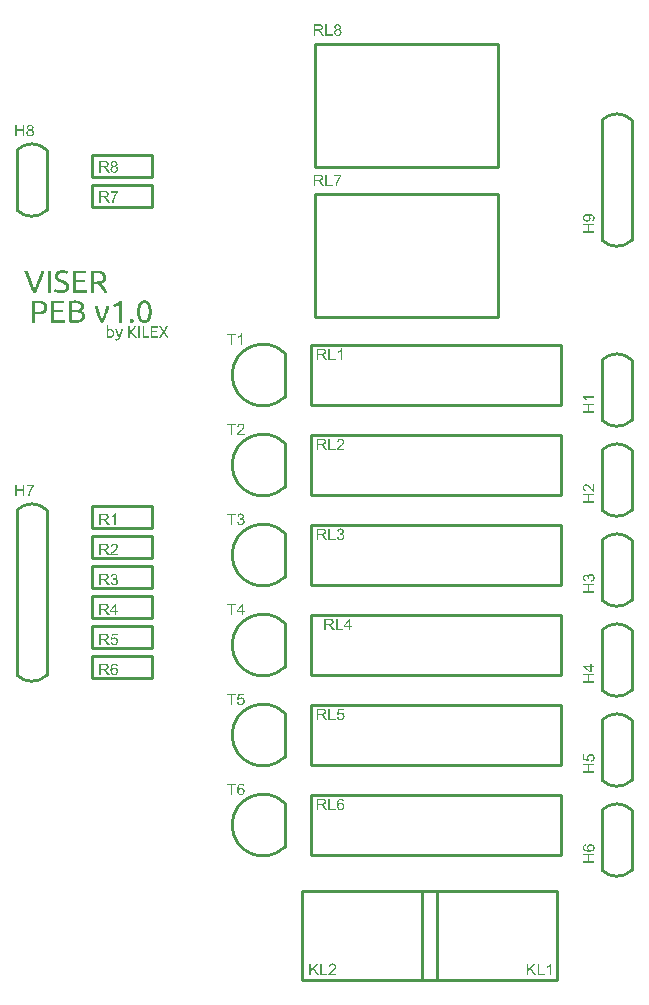
<source format=gto>
G04 Layer_Color=65535*
%FSLAX25Y25*%
%MOIN*%
G70*
G01*
G75*
%ADD17C,0.01000*%
G36*
X37502Y273855D02*
X37549D01*
X37595Y273843D01*
X37712Y273826D01*
X37841Y273791D01*
X37976Y273738D01*
X38046Y273703D01*
X38110Y273668D01*
X38175Y273621D01*
X38233Y273569D01*
X38239Y273563D01*
X38245Y273557D01*
X38262Y273539D01*
X38280Y273516D01*
X38303Y273487D01*
X38333Y273451D01*
X38391Y273370D01*
X38444Y273264D01*
X38496Y273141D01*
X38531Y273007D01*
X38537Y272931D01*
X38543Y272855D01*
Y272843D01*
Y272808D01*
X38537Y272761D01*
X38526Y272697D01*
X38508Y272621D01*
X38485Y272545D01*
X38449Y272463D01*
X38403Y272387D01*
X38397Y272381D01*
X38379Y272358D01*
X38344Y272322D01*
X38297Y272276D01*
X38239Y272229D01*
X38163Y272182D01*
X38075Y272129D01*
X37976Y272089D01*
X37982D01*
X37993Y272083D01*
X38011Y272077D01*
X38034Y272065D01*
X38098Y272036D01*
X38175Y272001D01*
X38262Y271948D01*
X38350Y271884D01*
X38438Y271802D01*
X38514Y271714D01*
X38520Y271702D01*
X38543Y271667D01*
X38572Y271615D01*
X38607Y271538D01*
X38642Y271451D01*
X38672Y271345D01*
X38695Y271229D01*
X38701Y271100D01*
Y271094D01*
Y271076D01*
Y271053D01*
X38695Y271018D01*
X38689Y270977D01*
X38683Y270924D01*
X38660Y270807D01*
X38613Y270679D01*
X38590Y270608D01*
X38555Y270538D01*
X38514Y270468D01*
X38467Y270398D01*
X38414Y270333D01*
X38350Y270269D01*
X38344Y270263D01*
X38333Y270257D01*
X38315Y270240D01*
X38286Y270216D01*
X38250Y270193D01*
X38210Y270164D01*
X38163Y270134D01*
X38104Y270105D01*
X38040Y270070D01*
X37970Y270041D01*
X37894Y270012D01*
X37812Y269988D01*
X37730Y269965D01*
X37636Y269947D01*
X37537Y269941D01*
X37431Y269936D01*
X37379D01*
X37338Y269941D01*
X37291Y269947D01*
X37233Y269953D01*
X37174Y269965D01*
X37104Y269977D01*
X36958Y270018D01*
X36882Y270047D01*
X36806Y270076D01*
X36730Y270117D01*
X36654Y270158D01*
X36583Y270211D01*
X36513Y270269D01*
X36507Y270275D01*
X36496Y270287D01*
X36484Y270304D01*
X36460Y270328D01*
X36431Y270363D01*
X36402Y270404D01*
X36373Y270450D01*
X36344Y270503D01*
X36308Y270562D01*
X36279Y270626D01*
X36221Y270766D01*
X36197Y270848D01*
X36186Y270930D01*
X36174Y271018D01*
X36168Y271111D01*
Y271117D01*
Y271129D01*
Y271147D01*
X36174Y271176D01*
Y271205D01*
X36180Y271246D01*
X36191Y271328D01*
X36215Y271427D01*
X36250Y271533D01*
X36291Y271638D01*
X36355Y271737D01*
Y271743D01*
X36367Y271749D01*
X36390Y271778D01*
X36437Y271825D01*
X36496Y271878D01*
X36572Y271936D01*
X36665Y271995D01*
X36776Y272047D01*
X36899Y272089D01*
X36893D01*
X36887Y272094D01*
X36852Y272106D01*
X36800Y272135D01*
X36735Y272165D01*
X36659Y272211D01*
X36589Y272264D01*
X36519Y272322D01*
X36460Y272393D01*
X36455Y272404D01*
X36437Y272428D01*
X36414Y272469D01*
X36390Y272527D01*
X36367Y272597D01*
X36344Y272679D01*
X36326Y272767D01*
X36320Y272867D01*
Y272872D01*
Y272884D01*
Y272907D01*
X36326Y272937D01*
X36332Y272972D01*
X36338Y273013D01*
X36355Y273112D01*
X36390Y273223D01*
X36449Y273340D01*
X36478Y273405D01*
X36519Y273463D01*
X36566Y273522D01*
X36618Y273574D01*
X36624Y273580D01*
X36630Y273586D01*
X36648Y273604D01*
X36671Y273621D01*
X36706Y273639D01*
X36741Y273668D01*
X36782Y273691D01*
X36835Y273721D01*
X36946Y273773D01*
X37086Y273814D01*
X37244Y273849D01*
X37326Y273855D01*
X37420Y273861D01*
X37467D01*
X37502Y273855D01*
D02*
G37*
G36*
X113436Y207500D02*
X112962D01*
Y210507D01*
X112956Y210501D01*
X112933Y210478D01*
X112892Y210448D01*
X112839Y210407D01*
X112775Y210355D01*
X112699Y210302D01*
X112611Y210238D01*
X112511Y210179D01*
X112505D01*
X112500Y210174D01*
X112465Y210150D01*
X112412Y210121D01*
X112348Y210086D01*
X112272Y210045D01*
X112190Y210010D01*
X112102Y209969D01*
X112020Y209934D01*
Y210396D01*
X112026D01*
X112038Y210402D01*
X112061Y210413D01*
X112084Y210431D01*
X112119Y210448D01*
X112160Y210466D01*
X112254Y210519D01*
X112359Y210583D01*
X112476Y210659D01*
X112593Y210747D01*
X112704Y210840D01*
X112710Y210846D01*
X112716Y210852D01*
X112751Y210887D01*
X112804Y210940D01*
X112868Y211004D01*
X112938Y211086D01*
X113009Y211174D01*
X113073Y211267D01*
X113126Y211361D01*
X113436D01*
Y207500D01*
D02*
G37*
G36*
X109352Y207950D02*
X111242D01*
Y207500D01*
X108844D01*
Y211343D01*
X109352D01*
Y207950D01*
D02*
G37*
G36*
X38689Y263428D02*
X38683Y263422D01*
X38672Y263411D01*
X38654Y263387D01*
X38625Y263358D01*
X38596Y263317D01*
X38555Y263270D01*
X38508Y263212D01*
X38461Y263153D01*
X38408Y263083D01*
X38350Y263001D01*
X38286Y262919D01*
X38227Y262826D01*
X38163Y262726D01*
X38093Y262621D01*
X38028Y262504D01*
X37958Y262387D01*
X37952Y262381D01*
X37940Y262357D01*
X37923Y262322D01*
X37900Y262276D01*
X37870Y262217D01*
X37835Y262147D01*
X37794Y262065D01*
X37753Y261977D01*
X37712Y261884D01*
X37666Y261778D01*
X37619Y261667D01*
X37572Y261550D01*
X37484Y261310D01*
X37402Y261053D01*
Y261047D01*
X37396Y261030D01*
X37391Y261006D01*
X37379Y260971D01*
X37367Y260924D01*
X37356Y260872D01*
X37344Y260807D01*
X37326Y260743D01*
X37315Y260667D01*
X37297Y260585D01*
X37268Y260409D01*
X37244Y260211D01*
X37227Y260000D01*
X36741D01*
Y260006D01*
Y260023D01*
Y260047D01*
X36747Y260082D01*
Y260123D01*
X36753Y260175D01*
X36759Y260240D01*
X36765Y260304D01*
X36776Y260380D01*
X36788Y260468D01*
X36800Y260556D01*
X36817Y260649D01*
X36835Y260755D01*
X36858Y260860D01*
X36917Y261094D01*
Y261100D01*
X36923Y261123D01*
X36934Y261158D01*
X36946Y261205D01*
X36963Y261264D01*
X36987Y261328D01*
X37010Y261404D01*
X37040Y261492D01*
X37075Y261579D01*
X37110Y261679D01*
X37192Y261890D01*
X37291Y262112D01*
X37402Y262334D01*
X37408Y262340D01*
X37420Y262363D01*
X37437Y262393D01*
X37461Y262434D01*
X37490Y262486D01*
X37525Y262545D01*
X37566Y262609D01*
X37607Y262685D01*
X37712Y262843D01*
X37829Y263013D01*
X37952Y263182D01*
X38087Y263346D01*
X36203D01*
Y263797D01*
X38689D01*
Y263428D01*
D02*
G37*
G36*
X34331Y263838D02*
X34378D01*
X34495Y263832D01*
X34618Y263820D01*
X34746Y263797D01*
X34869Y263773D01*
X34928Y263756D01*
X34980Y263738D01*
X34986D01*
X34992Y263732D01*
X35027Y263721D01*
X35074Y263691D01*
X35133Y263650D01*
X35203Y263604D01*
X35273Y263539D01*
X35343Y263463D01*
X35408Y263370D01*
X35413Y263358D01*
X35431Y263323D01*
X35460Y263270D01*
X35489Y263200D01*
X35519Y263112D01*
X35548Y263013D01*
X35565Y262908D01*
X35571Y262790D01*
Y262785D01*
Y262773D01*
Y262750D01*
X35565Y262720D01*
Y262685D01*
X35560Y262644D01*
X35536Y262551D01*
X35507Y262439D01*
X35460Y262328D01*
X35390Y262211D01*
X35349Y262153D01*
X35302Y262100D01*
X35290Y262088D01*
X35273Y262077D01*
X35255Y262053D01*
X35226Y262036D01*
X35191Y262007D01*
X35150Y261983D01*
X35103Y261954D01*
X35051Y261925D01*
X34986Y261895D01*
X34922Y261866D01*
X34846Y261837D01*
X34770Y261808D01*
X34682Y261784D01*
X34589Y261767D01*
X34489Y261749D01*
X34501Y261743D01*
X34524Y261732D01*
X34559Y261714D01*
X34600Y261691D01*
X34700Y261626D01*
X34752Y261591D01*
X34793Y261556D01*
X34805Y261544D01*
X34834Y261521D01*
X34875Y261474D01*
X34928Y261416D01*
X34992Y261340D01*
X35062Y261252D01*
X35138Y261152D01*
X35214Y261041D01*
X35881Y260000D01*
X35244D01*
X34735Y260796D01*
Y260802D01*
X34723Y260813D01*
X34711Y260831D01*
X34700Y260854D01*
X34659Y260913D01*
X34606Y260989D01*
X34547Y261076D01*
X34483Y261164D01*
X34425Y261246D01*
X34366Y261322D01*
X34360Y261328D01*
X34343Y261351D01*
X34313Y261386D01*
X34284Y261427D01*
X34196Y261509D01*
X34155Y261550D01*
X34109Y261579D01*
X34103Y261585D01*
X34091Y261591D01*
X34068Y261603D01*
X34038Y261620D01*
X33968Y261655D01*
X33881Y261685D01*
X33875D01*
X33863Y261691D01*
X33840D01*
X33810Y261697D01*
X33770Y261702D01*
X33723D01*
X33664Y261708D01*
X33009D01*
Y260000D01*
X32500D01*
Y263843D01*
X34284D01*
X34331Y263838D01*
D02*
G37*
G36*
Y273838D02*
X34378D01*
X34495Y273832D01*
X34618Y273820D01*
X34746Y273797D01*
X34869Y273773D01*
X34928Y273756D01*
X34980Y273738D01*
X34986D01*
X34992Y273732D01*
X35027Y273721D01*
X35074Y273691D01*
X35133Y273650D01*
X35203Y273604D01*
X35273Y273539D01*
X35343Y273463D01*
X35408Y273370D01*
X35413Y273358D01*
X35431Y273323D01*
X35460Y273270D01*
X35489Y273200D01*
X35519Y273112D01*
X35548Y273013D01*
X35565Y272907D01*
X35571Y272791D01*
Y272785D01*
Y272773D01*
Y272749D01*
X35565Y272720D01*
Y272685D01*
X35560Y272644D01*
X35536Y272551D01*
X35507Y272439D01*
X35460Y272328D01*
X35390Y272211D01*
X35349Y272153D01*
X35302Y272100D01*
X35290Y272089D01*
X35273Y272077D01*
X35255Y272053D01*
X35226Y272036D01*
X35191Y272007D01*
X35150Y271983D01*
X35103Y271954D01*
X35051Y271925D01*
X34986Y271895D01*
X34922Y271866D01*
X34846Y271837D01*
X34770Y271808D01*
X34682Y271784D01*
X34589Y271767D01*
X34489Y271749D01*
X34501Y271743D01*
X34524Y271732D01*
X34559Y271714D01*
X34600Y271691D01*
X34700Y271626D01*
X34752Y271591D01*
X34793Y271556D01*
X34805Y271544D01*
X34834Y271521D01*
X34875Y271474D01*
X34928Y271416D01*
X34992Y271340D01*
X35062Y271252D01*
X35138Y271152D01*
X35214Y271041D01*
X35881Y270000D01*
X35244D01*
X34735Y270796D01*
Y270801D01*
X34723Y270813D01*
X34711Y270831D01*
X34700Y270854D01*
X34659Y270913D01*
X34606Y270989D01*
X34547Y271076D01*
X34483Y271164D01*
X34425Y271246D01*
X34366Y271322D01*
X34360Y271328D01*
X34343Y271351D01*
X34313Y271387D01*
X34284Y271427D01*
X34196Y271509D01*
X34155Y271550D01*
X34109Y271580D01*
X34103Y271585D01*
X34091Y271591D01*
X34068Y271603D01*
X34038Y271620D01*
X33968Y271656D01*
X33881Y271685D01*
X33875D01*
X33863Y271691D01*
X33840D01*
X33810Y271696D01*
X33770Y271702D01*
X33723D01*
X33664Y271708D01*
X33009D01*
Y270000D01*
X32500D01*
Y273843D01*
X34284D01*
X34331Y273838D01*
D02*
G37*
G36*
X106831Y211338D02*
X106878D01*
X106995Y211332D01*
X107118Y211320D01*
X107246Y211297D01*
X107369Y211273D01*
X107428Y211256D01*
X107480Y211238D01*
X107486D01*
X107492Y211232D01*
X107527Y211221D01*
X107574Y211191D01*
X107633Y211150D01*
X107703Y211104D01*
X107773Y211039D01*
X107843Y210963D01*
X107907Y210870D01*
X107913Y210858D01*
X107931Y210823D01*
X107960Y210770D01*
X107989Y210700D01*
X108019Y210612D01*
X108048Y210513D01*
X108065Y210407D01*
X108071Y210291D01*
Y210285D01*
Y210273D01*
Y210249D01*
X108065Y210220D01*
Y210185D01*
X108060Y210144D01*
X108036Y210051D01*
X108007Y209939D01*
X107960Y209828D01*
X107890Y209711D01*
X107849Y209653D01*
X107802Y209600D01*
X107791Y209589D01*
X107773Y209577D01*
X107755Y209553D01*
X107726Y209536D01*
X107691Y209507D01*
X107650Y209483D01*
X107603Y209454D01*
X107551Y209425D01*
X107486Y209395D01*
X107422Y209366D01*
X107346Y209337D01*
X107270Y209308D01*
X107182Y209284D01*
X107088Y209267D01*
X106989Y209249D01*
X107001Y209243D01*
X107024Y209232D01*
X107059Y209214D01*
X107100Y209191D01*
X107200Y209126D01*
X107252Y209091D01*
X107293Y209056D01*
X107305Y209044D01*
X107334Y209021D01*
X107375Y208974D01*
X107428Y208916D01*
X107492Y208840D01*
X107562Y208752D01*
X107638Y208652D01*
X107714Y208541D01*
X108381Y207500D01*
X107744D01*
X107235Y208296D01*
Y208301D01*
X107223Y208313D01*
X107211Y208331D01*
X107200Y208354D01*
X107159Y208413D01*
X107106Y208489D01*
X107047Y208576D01*
X106983Y208664D01*
X106925Y208746D01*
X106866Y208822D01*
X106860Y208828D01*
X106843Y208851D01*
X106814Y208887D01*
X106784Y208927D01*
X106696Y209009D01*
X106656Y209050D01*
X106609Y209080D01*
X106603Y209085D01*
X106591Y209091D01*
X106568Y209103D01*
X106539Y209120D01*
X106468Y209156D01*
X106381Y209185D01*
X106375D01*
X106363Y209191D01*
X106340D01*
X106310Y209196D01*
X106270Y209202D01*
X106223D01*
X106164Y209208D01*
X105509D01*
Y207500D01*
X105000D01*
Y211343D01*
X106784D01*
X106831Y211338D01*
D02*
G37*
G36*
X112974Y151355D02*
X113050Y151344D01*
X113137Y151326D01*
X113237Y151303D01*
X113336Y151267D01*
X113436Y151221D01*
X113442D01*
X113447Y151215D01*
X113482Y151197D01*
X113529Y151168D01*
X113588Y151127D01*
X113652Y151074D01*
X113722Y151010D01*
X113787Y150934D01*
X113845Y150852D01*
X113851Y150840D01*
X113869Y150811D01*
X113892Y150764D01*
X113915Y150706D01*
X113939Y150630D01*
X113962Y150548D01*
X113980Y150460D01*
X113986Y150361D01*
Y150349D01*
Y150320D01*
X113980Y150273D01*
X113968Y150214D01*
X113951Y150144D01*
X113927Y150068D01*
X113898Y149986D01*
X113851Y149910D01*
X113845Y149899D01*
X113828Y149875D01*
X113793Y149840D01*
X113752Y149793D01*
X113693Y149741D01*
X113629Y149688D01*
X113547Y149629D01*
X113453Y149583D01*
X113459D01*
X113471Y149577D01*
X113488D01*
X113512Y149565D01*
X113570Y149548D01*
X113646Y149512D01*
X113728Y149471D01*
X113816Y149413D01*
X113904Y149343D01*
X113980Y149255D01*
X113986Y149243D01*
X114009Y149208D01*
X114038Y149155D01*
X114079Y149085D01*
X114114Y148998D01*
X114144Y148892D01*
X114167Y148769D01*
X114173Y148635D01*
Y148629D01*
Y148611D01*
Y148588D01*
X114167Y148553D01*
X114161Y148506D01*
X114155Y148459D01*
X114144Y148401D01*
X114126Y148342D01*
X114085Y148208D01*
X114056Y148132D01*
X114015Y148062D01*
X113974Y147991D01*
X113927Y147921D01*
X113869Y147851D01*
X113804Y147781D01*
X113798Y147775D01*
X113787Y147763D01*
X113769Y147751D01*
X113740Y147728D01*
X113705Y147699D01*
X113658Y147670D01*
X113605Y147640D01*
X113553Y147611D01*
X113488Y147576D01*
X113418Y147547D01*
X113342Y147518D01*
X113260Y147488D01*
X113172Y147465D01*
X113079Y147453D01*
X112979Y147441D01*
X112880Y147436D01*
X112833D01*
X112798Y147441D01*
X112751Y147447D01*
X112704Y147453D01*
X112646Y147459D01*
X112587Y147471D01*
X112453Y147506D01*
X112312Y147564D01*
X112242Y147594D01*
X112178Y147634D01*
X112108Y147681D01*
X112043Y147734D01*
X112038Y147740D01*
X112032Y147746D01*
X112014Y147763D01*
X111991Y147787D01*
X111967Y147822D01*
X111938Y147857D01*
X111903Y147898D01*
X111874Y147945D01*
X111803Y148062D01*
X111745Y148196D01*
X111692Y148348D01*
X111675Y148430D01*
X111663Y148518D01*
X112137Y148582D01*
Y148576D01*
X112143Y148565D01*
Y148541D01*
X112154Y148518D01*
X112172Y148448D01*
X112201Y148360D01*
X112236Y148266D01*
X112283Y148167D01*
X112342Y148079D01*
X112406Y148003D01*
X112418Y147997D01*
X112441Y147974D01*
X112482Y147950D01*
X112541Y147915D01*
X112605Y147886D01*
X112687Y147857D01*
X112780Y147833D01*
X112880Y147828D01*
X112915D01*
X112938Y147833D01*
X112997Y147839D01*
X113073Y147857D01*
X113167Y147886D01*
X113260Y147921D01*
X113354Y147980D01*
X113442Y148056D01*
X113453Y148067D01*
X113477Y148097D01*
X113512Y148143D01*
X113558Y148214D01*
X113600Y148296D01*
X113635Y148395D01*
X113658Y148506D01*
X113670Y148629D01*
Y148635D01*
Y148641D01*
Y148658D01*
X113664Y148682D01*
X113658Y148740D01*
X113640Y148816D01*
X113617Y148898D01*
X113576Y148992D01*
X113523Y149080D01*
X113453Y149161D01*
X113442Y149173D01*
X113418Y149197D01*
X113371Y149226D01*
X113307Y149267D01*
X113231Y149308D01*
X113137Y149337D01*
X113038Y149360D01*
X112921Y149372D01*
X112868D01*
X112827Y149366D01*
X112780Y149360D01*
X112722Y149354D01*
X112658Y149343D01*
X112587Y149325D01*
X112640Y149741D01*
X112669D01*
X112693Y149735D01*
X112769D01*
X112821Y149741D01*
X112898Y149752D01*
X112979Y149770D01*
X113067Y149799D01*
X113161Y149834D01*
X113254Y149887D01*
X113266Y149893D01*
X113295Y149916D01*
X113330Y149957D01*
X113377Y150010D01*
X113424Y150074D01*
X113459Y150156D01*
X113488Y150255D01*
X113500Y150372D01*
Y150378D01*
Y150384D01*
Y150413D01*
X113488Y150460D01*
X113477Y150524D01*
X113459Y150589D01*
X113424Y150659D01*
X113383Y150735D01*
X113324Y150799D01*
X113319Y150805D01*
X113295Y150829D01*
X113254Y150858D01*
X113202Y150887D01*
X113137Y150922D01*
X113061Y150946D01*
X112974Y150969D01*
X112874Y150975D01*
X112827D01*
X112775Y150963D01*
X112716Y150952D01*
X112640Y150934D01*
X112564Y150899D01*
X112488Y150858D01*
X112412Y150799D01*
X112406Y150794D01*
X112383Y150770D01*
X112353Y150729D01*
X112318Y150671D01*
X112277Y150601D01*
X112242Y150513D01*
X112207Y150407D01*
X112184Y150285D01*
X111710Y150366D01*
Y150372D01*
X111716Y150390D01*
X111722Y150413D01*
X111727Y150443D01*
X111739Y150484D01*
X111751Y150530D01*
X111792Y150636D01*
X111839Y150753D01*
X111909Y150875D01*
X111991Y150993D01*
X112096Y151098D01*
X112102Y151104D01*
X112108Y151109D01*
X112125Y151121D01*
X112154Y151139D01*
X112184Y151156D01*
X112219Y151180D01*
X112307Y151232D01*
X112418Y151279D01*
X112552Y151320D01*
X112699Y151349D01*
X112780Y151361D01*
X112915D01*
X112974Y151355D01*
D02*
G37*
G36*
X109352Y147950D02*
X111242D01*
Y147500D01*
X108844D01*
Y151344D01*
X109352D01*
Y147950D01*
D02*
G37*
G36*
X106831Y151338D02*
X106878D01*
X106995Y151332D01*
X107118Y151320D01*
X107246Y151297D01*
X107369Y151273D01*
X107428Y151256D01*
X107480Y151238D01*
X107486D01*
X107492Y151232D01*
X107527Y151221D01*
X107574Y151191D01*
X107633Y151150D01*
X107703Y151104D01*
X107773Y151039D01*
X107843Y150963D01*
X107907Y150870D01*
X107913Y150858D01*
X107931Y150823D01*
X107960Y150770D01*
X107989Y150700D01*
X108019Y150612D01*
X108048Y150513D01*
X108065Y150407D01*
X108071Y150291D01*
Y150285D01*
Y150273D01*
Y150250D01*
X108065Y150220D01*
Y150185D01*
X108060Y150144D01*
X108036Y150051D01*
X108007Y149940D01*
X107960Y149828D01*
X107890Y149711D01*
X107849Y149653D01*
X107802Y149600D01*
X107791Y149588D01*
X107773Y149577D01*
X107755Y149553D01*
X107726Y149536D01*
X107691Y149506D01*
X107650Y149483D01*
X107603Y149454D01*
X107551Y149425D01*
X107486Y149395D01*
X107422Y149366D01*
X107346Y149337D01*
X107270Y149308D01*
X107182Y149284D01*
X107088Y149267D01*
X106989Y149249D01*
X107001Y149243D01*
X107024Y149232D01*
X107059Y149214D01*
X107100Y149191D01*
X107200Y149126D01*
X107252Y149091D01*
X107293Y149056D01*
X107305Y149044D01*
X107334Y149021D01*
X107375Y148974D01*
X107428Y148916D01*
X107492Y148840D01*
X107562Y148752D01*
X107638Y148652D01*
X107714Y148541D01*
X108381Y147500D01*
X107744D01*
X107235Y148296D01*
Y148301D01*
X107223Y148313D01*
X107211Y148331D01*
X107200Y148354D01*
X107159Y148413D01*
X107106Y148489D01*
X107047Y148576D01*
X106983Y148664D01*
X106925Y148746D01*
X106866Y148822D01*
X106860Y148828D01*
X106843Y148851D01*
X106814Y148886D01*
X106784Y148927D01*
X106696Y149009D01*
X106656Y149050D01*
X106609Y149080D01*
X106603Y149085D01*
X106591Y149091D01*
X106568Y149103D01*
X106539Y149120D01*
X106468Y149155D01*
X106381Y149185D01*
X106375D01*
X106363Y149191D01*
X106340D01*
X106310Y149197D01*
X106270Y149202D01*
X106223D01*
X106164Y149208D01*
X105509D01*
Y147500D01*
X105000D01*
Y151344D01*
X106784D01*
X106831Y151338D01*
D02*
G37*
G36*
X113020Y181355D02*
X113067Y181349D01*
X113120Y181343D01*
X113178Y181338D01*
X113243Y181320D01*
X113383Y181285D01*
X113529Y181232D01*
X113605Y181197D01*
X113675Y181156D01*
X113740Y181104D01*
X113804Y181051D01*
X113810Y181045D01*
X113816Y181039D01*
X113833Y181022D01*
X113857Y180998D01*
X113880Y180963D01*
X113909Y180928D01*
X113968Y180840D01*
X114026Y180729D01*
X114079Y180601D01*
X114120Y180454D01*
X114126Y180372D01*
X114132Y180290D01*
Y180279D01*
Y180250D01*
X114126Y180203D01*
X114120Y180144D01*
X114108Y180074D01*
X114091Y179998D01*
X114067Y179916D01*
X114032Y179834D01*
X114026Y179823D01*
X114015Y179793D01*
X113991Y179752D01*
X113956Y179694D01*
X113915Y179624D01*
X113863Y179542D01*
X113793Y179460D01*
X113716Y179366D01*
X113705Y179354D01*
X113675Y179319D01*
X113623Y179267D01*
X113588Y179232D01*
X113547Y179191D01*
X113500Y179144D01*
X113442Y179091D01*
X113383Y179039D01*
X113319Y178974D01*
X113249Y178910D01*
X113167Y178840D01*
X113085Y178770D01*
X112991Y178688D01*
X112985Y178682D01*
X112974Y178670D01*
X112950Y178652D01*
X112921Y178629D01*
X112851Y178571D01*
X112763Y178495D01*
X112675Y178413D01*
X112582Y178331D01*
X112505Y178261D01*
X112476Y178231D01*
X112447Y178202D01*
X112441Y178196D01*
X112429Y178179D01*
X112406Y178155D01*
X112377Y178120D01*
X112312Y178044D01*
X112248Y177951D01*
X114138D01*
Y177500D01*
X111593D01*
Y177506D01*
Y177529D01*
Y177564D01*
X111599Y177605D01*
X111605Y177652D01*
X111610Y177705D01*
X111628Y177763D01*
X111646Y177822D01*
Y177828D01*
X111651Y177833D01*
X111663Y177869D01*
X111687Y177915D01*
X111722Y177986D01*
X111763Y178062D01*
X111821Y178149D01*
X111880Y178237D01*
X111956Y178331D01*
Y178337D01*
X111967Y178342D01*
X111997Y178377D01*
X112043Y178430D01*
X112114Y178500D01*
X112201Y178582D01*
X112307Y178682D01*
X112435Y178793D01*
X112576Y178916D01*
X112582Y178922D01*
X112605Y178939D01*
X112634Y178963D01*
X112675Y179003D01*
X112728Y179044D01*
X112786Y179097D01*
X112915Y179208D01*
X113055Y179343D01*
X113196Y179477D01*
X113266Y179542D01*
X113324Y179606D01*
X113377Y179670D01*
X113424Y179729D01*
Y179735D01*
X113436Y179741D01*
X113447Y179758D01*
X113459Y179781D01*
X113494Y179840D01*
X113535Y179916D01*
X113576Y180004D01*
X113611Y180097D01*
X113635Y180203D01*
X113646Y180302D01*
Y180308D01*
Y180314D01*
X113640Y180349D01*
X113635Y180402D01*
X113623Y180466D01*
X113594Y180542D01*
X113558Y180618D01*
X113512Y180700D01*
X113442Y180776D01*
X113430Y180782D01*
X113406Y180805D01*
X113360Y180834D01*
X113301Y180876D01*
X113225Y180911D01*
X113137Y180940D01*
X113032Y180963D01*
X112915Y180969D01*
X112880D01*
X112856Y180963D01*
X112798Y180957D01*
X112722Y180946D01*
X112634Y180916D01*
X112541Y180881D01*
X112453Y180829D01*
X112371Y180758D01*
X112365Y180747D01*
X112342Y180723D01*
X112307Y180676D01*
X112272Y180612D01*
X112231Y180530D01*
X112201Y180437D01*
X112178Y180325D01*
X112166Y180197D01*
X111681Y180250D01*
Y180255D01*
Y180273D01*
X111687Y180302D01*
X111692Y180337D01*
X111704Y180384D01*
X111710Y180437D01*
X111745Y180554D01*
X111792Y180688D01*
X111856Y180823D01*
X111944Y180957D01*
X111991Y181016D01*
X112049Y181074D01*
X112055Y181080D01*
X112067Y181086D01*
X112084Y181104D01*
X112108Y181121D01*
X112143Y181139D01*
X112184Y181168D01*
X112231Y181191D01*
X112283Y181221D01*
X112342Y181244D01*
X112406Y181273D01*
X112482Y181297D01*
X112558Y181314D01*
X112734Y181349D01*
X112827Y181355D01*
X112927Y181361D01*
X112979D01*
X113020Y181355D01*
D02*
G37*
G36*
X109352Y177951D02*
X111242D01*
Y177500D01*
X108844D01*
Y181343D01*
X109352D01*
Y177951D01*
D02*
G37*
G36*
X106831Y181338D02*
X106878D01*
X106995Y181332D01*
X107118Y181320D01*
X107246Y181297D01*
X107369Y181273D01*
X107428Y181256D01*
X107480Y181238D01*
X107486D01*
X107492Y181232D01*
X107527Y181221D01*
X107574Y181191D01*
X107633Y181150D01*
X107703Y181104D01*
X107773Y181039D01*
X107843Y180963D01*
X107907Y180870D01*
X107913Y180858D01*
X107931Y180823D01*
X107960Y180770D01*
X107989Y180700D01*
X108019Y180612D01*
X108048Y180513D01*
X108065Y180407D01*
X108071Y180290D01*
Y180285D01*
Y180273D01*
Y180250D01*
X108065Y180220D01*
Y180185D01*
X108060Y180144D01*
X108036Y180051D01*
X108007Y179939D01*
X107960Y179828D01*
X107890Y179711D01*
X107849Y179653D01*
X107802Y179600D01*
X107791Y179588D01*
X107773Y179577D01*
X107755Y179553D01*
X107726Y179536D01*
X107691Y179507D01*
X107650Y179483D01*
X107603Y179454D01*
X107551Y179425D01*
X107486Y179395D01*
X107422Y179366D01*
X107346Y179337D01*
X107270Y179308D01*
X107182Y179284D01*
X107088Y179267D01*
X106989Y179249D01*
X107001Y179243D01*
X107024Y179232D01*
X107059Y179214D01*
X107100Y179191D01*
X107200Y179126D01*
X107252Y179091D01*
X107293Y179056D01*
X107305Y179044D01*
X107334Y179021D01*
X107375Y178974D01*
X107428Y178916D01*
X107492Y178840D01*
X107562Y178752D01*
X107638Y178652D01*
X107714Y178541D01*
X108381Y177500D01*
X107744D01*
X107235Y178296D01*
Y178301D01*
X107223Y178313D01*
X107211Y178331D01*
X107200Y178354D01*
X107159Y178413D01*
X107106Y178489D01*
X107047Y178576D01*
X106983Y178664D01*
X106925Y178746D01*
X106866Y178822D01*
X106860Y178828D01*
X106843Y178851D01*
X106814Y178886D01*
X106784Y178927D01*
X106696Y179009D01*
X106656Y179050D01*
X106609Y179079D01*
X106603Y179085D01*
X106591Y179091D01*
X106568Y179103D01*
X106539Y179121D01*
X106468Y179156D01*
X106381Y179185D01*
X106375D01*
X106363Y179191D01*
X106340D01*
X106310Y179197D01*
X106270Y179202D01*
X106223D01*
X106164Y179208D01*
X105509D01*
Y177500D01*
X105000D01*
Y181343D01*
X106784D01*
X106831Y181338D01*
D02*
G37*
G36*
X37537Y146355D02*
X37584Y146349D01*
X37636Y146344D01*
X37695Y146338D01*
X37759Y146320D01*
X37900Y146285D01*
X38046Y146232D01*
X38122Y146197D01*
X38192Y146156D01*
X38256Y146104D01*
X38321Y146051D01*
X38327Y146045D01*
X38333Y146039D01*
X38350Y146022D01*
X38373Y145998D01*
X38397Y145963D01*
X38426Y145928D01*
X38485Y145840D01*
X38543Y145729D01*
X38596Y145600D01*
X38637Y145454D01*
X38642Y145372D01*
X38648Y145291D01*
Y145279D01*
Y145249D01*
X38642Y145203D01*
X38637Y145144D01*
X38625Y145074D01*
X38607Y144998D01*
X38584Y144916D01*
X38549Y144834D01*
X38543Y144823D01*
X38531Y144793D01*
X38508Y144752D01*
X38473Y144694D01*
X38432Y144624D01*
X38379Y144542D01*
X38309Y144460D01*
X38233Y144366D01*
X38221Y144354D01*
X38192Y144319D01*
X38139Y144267D01*
X38104Y144232D01*
X38063Y144191D01*
X38017Y144144D01*
X37958Y144091D01*
X37900Y144039D01*
X37835Y143974D01*
X37765Y143910D01*
X37683Y143840D01*
X37601Y143770D01*
X37508Y143688D01*
X37502Y143682D01*
X37490Y143670D01*
X37467Y143652D01*
X37437Y143629D01*
X37367Y143571D01*
X37279Y143494D01*
X37192Y143413D01*
X37098Y143331D01*
X37022Y143261D01*
X36993Y143231D01*
X36963Y143202D01*
X36958Y143196D01*
X36946Y143179D01*
X36923Y143155D01*
X36893Y143120D01*
X36829Y143044D01*
X36765Y142950D01*
X38654D01*
Y142500D01*
X36109D01*
Y142506D01*
Y142529D01*
Y142564D01*
X36115Y142605D01*
X36121Y142652D01*
X36127Y142705D01*
X36145Y142763D01*
X36162Y142822D01*
Y142828D01*
X36168Y142833D01*
X36180Y142869D01*
X36203Y142915D01*
X36238Y142985D01*
X36279Y143062D01*
X36338Y143149D01*
X36396Y143237D01*
X36472Y143331D01*
Y143337D01*
X36484Y143342D01*
X36513Y143377D01*
X36560Y143430D01*
X36630Y143500D01*
X36718Y143582D01*
X36823Y143682D01*
X36952Y143793D01*
X37092Y143916D01*
X37098Y143922D01*
X37121Y143939D01*
X37151Y143963D01*
X37192Y144003D01*
X37244Y144044D01*
X37303Y144097D01*
X37431Y144208D01*
X37572Y144343D01*
X37712Y144477D01*
X37782Y144542D01*
X37841Y144606D01*
X37894Y144670D01*
X37940Y144729D01*
Y144735D01*
X37952Y144741D01*
X37964Y144758D01*
X37976Y144781D01*
X38011Y144840D01*
X38052Y144916D01*
X38093Y145004D01*
X38128Y145097D01*
X38151Y145203D01*
X38163Y145302D01*
Y145308D01*
Y145314D01*
X38157Y145349D01*
X38151Y145402D01*
X38139Y145466D01*
X38110Y145542D01*
X38075Y145618D01*
X38028Y145700D01*
X37958Y145776D01*
X37946Y145782D01*
X37923Y145805D01*
X37876Y145835D01*
X37818Y145876D01*
X37742Y145911D01*
X37654Y145940D01*
X37549Y145963D01*
X37431Y145969D01*
X37396D01*
X37373Y145963D01*
X37315Y145957D01*
X37238Y145946D01*
X37151Y145916D01*
X37057Y145881D01*
X36969Y145829D01*
X36887Y145758D01*
X36882Y145747D01*
X36858Y145723D01*
X36823Y145677D01*
X36788Y145612D01*
X36747Y145530D01*
X36718Y145437D01*
X36694Y145326D01*
X36683Y145197D01*
X36197Y145249D01*
Y145255D01*
Y145273D01*
X36203Y145302D01*
X36209Y145337D01*
X36221Y145384D01*
X36226Y145437D01*
X36261Y145554D01*
X36308Y145688D01*
X36373Y145823D01*
X36460Y145957D01*
X36507Y146016D01*
X36566Y146074D01*
X36572Y146080D01*
X36583Y146086D01*
X36601Y146104D01*
X36624Y146121D01*
X36659Y146139D01*
X36700Y146168D01*
X36747Y146191D01*
X36800Y146221D01*
X36858Y146244D01*
X36923Y146273D01*
X36999Y146297D01*
X37075Y146314D01*
X37250Y146349D01*
X37344Y146355D01*
X37443Y146361D01*
X37496D01*
X37537Y146355D01*
D02*
G37*
G36*
X34331Y146338D02*
X34378D01*
X34495Y146332D01*
X34618Y146320D01*
X34746Y146297D01*
X34869Y146273D01*
X34928Y146256D01*
X34980Y146238D01*
X34986D01*
X34992Y146232D01*
X35027Y146221D01*
X35074Y146191D01*
X35133Y146150D01*
X35203Y146104D01*
X35273Y146039D01*
X35343Y145963D01*
X35408Y145870D01*
X35413Y145858D01*
X35431Y145823D01*
X35460Y145770D01*
X35489Y145700D01*
X35519Y145612D01*
X35548Y145513D01*
X35565Y145407D01*
X35571Y145291D01*
Y145285D01*
Y145273D01*
Y145249D01*
X35565Y145220D01*
Y145185D01*
X35560Y145144D01*
X35536Y145051D01*
X35507Y144939D01*
X35460Y144828D01*
X35390Y144711D01*
X35349Y144653D01*
X35302Y144600D01*
X35290Y144588D01*
X35273Y144577D01*
X35255Y144553D01*
X35226Y144536D01*
X35191Y144507D01*
X35150Y144483D01*
X35103Y144454D01*
X35051Y144425D01*
X34986Y144395D01*
X34922Y144366D01*
X34846Y144337D01*
X34770Y144308D01*
X34682Y144284D01*
X34589Y144267D01*
X34489Y144249D01*
X34501Y144243D01*
X34524Y144232D01*
X34559Y144214D01*
X34600Y144191D01*
X34700Y144126D01*
X34752Y144091D01*
X34793Y144056D01*
X34805Y144044D01*
X34834Y144021D01*
X34875Y143974D01*
X34928Y143916D01*
X34992Y143840D01*
X35062Y143752D01*
X35138Y143652D01*
X35214Y143541D01*
X35881Y142500D01*
X35244D01*
X34735Y143296D01*
Y143301D01*
X34723Y143313D01*
X34711Y143331D01*
X34700Y143354D01*
X34659Y143413D01*
X34606Y143489D01*
X34547Y143576D01*
X34483Y143664D01*
X34425Y143746D01*
X34366Y143822D01*
X34360Y143828D01*
X34343Y143851D01*
X34313Y143886D01*
X34284Y143927D01*
X34196Y144009D01*
X34155Y144050D01*
X34109Y144079D01*
X34103Y144085D01*
X34091Y144091D01*
X34068Y144103D01*
X34038Y144121D01*
X33968Y144156D01*
X33881Y144185D01*
X33875D01*
X33863Y144191D01*
X33840D01*
X33810Y144196D01*
X33770Y144202D01*
X33723D01*
X33664Y144208D01*
X33009D01*
Y142500D01*
X32500D01*
Y146344D01*
X34284D01*
X34331Y146338D01*
D02*
G37*
G36*
X37490Y136355D02*
X37566Y136344D01*
X37654Y136326D01*
X37753Y136302D01*
X37853Y136267D01*
X37952Y136221D01*
X37958D01*
X37964Y136215D01*
X37999Y136197D01*
X38046Y136168D01*
X38104Y136127D01*
X38169Y136074D01*
X38239Y136010D01*
X38303Y135934D01*
X38362Y135852D01*
X38368Y135840D01*
X38385Y135811D01*
X38408Y135764D01*
X38432Y135706D01*
X38455Y135630D01*
X38479Y135548D01*
X38496Y135460D01*
X38502Y135361D01*
Y135349D01*
Y135320D01*
X38496Y135273D01*
X38485Y135214D01*
X38467Y135144D01*
X38444Y135068D01*
X38414Y134986D01*
X38368Y134910D01*
X38362Y134898D01*
X38344Y134875D01*
X38309Y134840D01*
X38268Y134793D01*
X38210Y134741D01*
X38145Y134688D01*
X38063Y134629D01*
X37970Y134583D01*
X37976D01*
X37987Y134577D01*
X38005D01*
X38028Y134565D01*
X38087Y134547D01*
X38163Y134512D01*
X38245Y134471D01*
X38333Y134413D01*
X38420Y134343D01*
X38496Y134255D01*
X38502Y134243D01*
X38526Y134208D01*
X38555Y134155D01*
X38596Y134085D01*
X38631Y133998D01*
X38660Y133892D01*
X38683Y133770D01*
X38689Y133635D01*
Y133629D01*
Y133612D01*
Y133588D01*
X38683Y133553D01*
X38678Y133506D01*
X38672Y133459D01*
X38660Y133401D01*
X38642Y133342D01*
X38601Y133208D01*
X38572Y133132D01*
X38531Y133062D01*
X38490Y132991D01*
X38444Y132921D01*
X38385Y132851D01*
X38321Y132781D01*
X38315Y132775D01*
X38303Y132763D01*
X38286Y132752D01*
X38256Y132728D01*
X38221Y132699D01*
X38175Y132670D01*
X38122Y132640D01*
X38069Y132611D01*
X38005Y132576D01*
X37935Y132547D01*
X37859Y132518D01*
X37777Y132488D01*
X37689Y132465D01*
X37595Y132453D01*
X37496Y132441D01*
X37396Y132436D01*
X37350D01*
X37315Y132441D01*
X37268Y132447D01*
X37221Y132453D01*
X37163Y132459D01*
X37104Y132471D01*
X36969Y132506D01*
X36829Y132564D01*
X36759Y132594D01*
X36694Y132634D01*
X36624Y132681D01*
X36560Y132734D01*
X36554Y132740D01*
X36548Y132746D01*
X36531Y132763D01*
X36507Y132787D01*
X36484Y132822D01*
X36455Y132857D01*
X36419Y132898D01*
X36390Y132945D01*
X36320Y133062D01*
X36261Y133196D01*
X36209Y133348D01*
X36191Y133430D01*
X36180Y133518D01*
X36654Y133582D01*
Y133576D01*
X36659Y133565D01*
Y133541D01*
X36671Y133518D01*
X36689Y133448D01*
X36718Y133360D01*
X36753Y133266D01*
X36800Y133167D01*
X36858Y133079D01*
X36923Y133003D01*
X36934Y132997D01*
X36958Y132974D01*
X36999Y132950D01*
X37057Y132915D01*
X37121Y132886D01*
X37203Y132857D01*
X37297Y132833D01*
X37396Y132828D01*
X37431D01*
X37455Y132833D01*
X37514Y132839D01*
X37589Y132857D01*
X37683Y132886D01*
X37777Y132921D01*
X37870Y132980D01*
X37958Y133056D01*
X37970Y133068D01*
X37993Y133097D01*
X38028Y133143D01*
X38075Y133214D01*
X38116Y133296D01*
X38151Y133395D01*
X38175Y133506D01*
X38186Y133629D01*
Y133635D01*
Y133641D01*
Y133658D01*
X38180Y133682D01*
X38175Y133740D01*
X38157Y133816D01*
X38134Y133898D01*
X38093Y133992D01*
X38040Y134080D01*
X37970Y134161D01*
X37958Y134173D01*
X37935Y134196D01*
X37888Y134226D01*
X37824Y134267D01*
X37747Y134308D01*
X37654Y134337D01*
X37554Y134360D01*
X37437Y134372D01*
X37385D01*
X37344Y134366D01*
X37297Y134360D01*
X37238Y134354D01*
X37174Y134343D01*
X37104Y134325D01*
X37157Y134741D01*
X37186D01*
X37209Y134735D01*
X37285D01*
X37338Y134741D01*
X37414Y134752D01*
X37496Y134770D01*
X37584Y134799D01*
X37677Y134834D01*
X37771Y134887D01*
X37782Y134893D01*
X37812Y134916D01*
X37847Y134957D01*
X37894Y135010D01*
X37940Y135074D01*
X37976Y135156D01*
X38005Y135255D01*
X38017Y135372D01*
Y135378D01*
Y135384D01*
Y135413D01*
X38005Y135460D01*
X37993Y135524D01*
X37976Y135589D01*
X37940Y135659D01*
X37900Y135735D01*
X37841Y135799D01*
X37835Y135805D01*
X37812Y135829D01*
X37771Y135858D01*
X37718Y135887D01*
X37654Y135922D01*
X37578Y135946D01*
X37490Y135969D01*
X37391Y135975D01*
X37344D01*
X37291Y135963D01*
X37233Y135951D01*
X37157Y135934D01*
X37080Y135899D01*
X37005Y135858D01*
X36928Y135799D01*
X36923Y135794D01*
X36899Y135770D01*
X36870Y135729D01*
X36835Y135671D01*
X36794Y135600D01*
X36759Y135513D01*
X36724Y135407D01*
X36700Y135285D01*
X36226Y135366D01*
Y135372D01*
X36232Y135390D01*
X36238Y135413D01*
X36244Y135443D01*
X36256Y135484D01*
X36267Y135530D01*
X36308Y135636D01*
X36355Y135753D01*
X36425Y135875D01*
X36507Y135993D01*
X36612Y136098D01*
X36618Y136104D01*
X36624Y136109D01*
X36642Y136121D01*
X36671Y136139D01*
X36700Y136156D01*
X36735Y136180D01*
X36823Y136232D01*
X36934Y136279D01*
X37069Y136320D01*
X37215Y136349D01*
X37297Y136361D01*
X37431D01*
X37490Y136355D01*
D02*
G37*
G36*
X106589Y2950D02*
X108479D01*
Y2500D01*
X106080D01*
Y6343D01*
X106589D01*
Y2950D01*
D02*
G37*
G36*
X37952Y152500D02*
X37478D01*
Y155507D01*
X37473Y155501D01*
X37449Y155478D01*
X37408Y155448D01*
X37356Y155407D01*
X37291Y155355D01*
X37215Y155302D01*
X37127Y155238D01*
X37028Y155179D01*
X37022D01*
X37016Y155174D01*
X36981Y155150D01*
X36928Y155121D01*
X36864Y155086D01*
X36788Y155045D01*
X36706Y155010D01*
X36618Y154969D01*
X36536Y154934D01*
Y155396D01*
X36542D01*
X36554Y155402D01*
X36577Y155413D01*
X36601Y155431D01*
X36636Y155448D01*
X36677Y155466D01*
X36770Y155519D01*
X36876Y155583D01*
X36993Y155659D01*
X37110Y155747D01*
X37221Y155840D01*
X37227Y155846D01*
X37233Y155852D01*
X37268Y155887D01*
X37320Y155940D01*
X37385Y156004D01*
X37455Y156086D01*
X37525Y156174D01*
X37589Y156267D01*
X37642Y156361D01*
X37952D01*
Y152500D01*
D02*
G37*
G36*
X34331Y156338D02*
X34378D01*
X34495Y156332D01*
X34618Y156320D01*
X34746Y156297D01*
X34869Y156273D01*
X34928Y156256D01*
X34980Y156238D01*
X34986D01*
X34992Y156232D01*
X35027Y156221D01*
X35074Y156191D01*
X35133Y156150D01*
X35203Y156104D01*
X35273Y156039D01*
X35343Y155963D01*
X35408Y155870D01*
X35413Y155858D01*
X35431Y155823D01*
X35460Y155770D01*
X35489Y155700D01*
X35519Y155612D01*
X35548Y155513D01*
X35565Y155407D01*
X35571Y155290D01*
Y155285D01*
Y155273D01*
Y155250D01*
X35565Y155220D01*
Y155185D01*
X35560Y155144D01*
X35536Y155051D01*
X35507Y154939D01*
X35460Y154828D01*
X35390Y154711D01*
X35349Y154653D01*
X35302Y154600D01*
X35290Y154588D01*
X35273Y154577D01*
X35255Y154553D01*
X35226Y154536D01*
X35191Y154507D01*
X35150Y154483D01*
X35103Y154454D01*
X35051Y154425D01*
X34986Y154395D01*
X34922Y154366D01*
X34846Y154337D01*
X34770Y154308D01*
X34682Y154284D01*
X34589Y154267D01*
X34489Y154249D01*
X34501Y154243D01*
X34524Y154232D01*
X34559Y154214D01*
X34600Y154191D01*
X34700Y154126D01*
X34752Y154091D01*
X34793Y154056D01*
X34805Y154044D01*
X34834Y154021D01*
X34875Y153974D01*
X34928Y153916D01*
X34992Y153840D01*
X35062Y153752D01*
X35138Y153652D01*
X35214Y153541D01*
X35881Y152500D01*
X35244D01*
X34735Y153296D01*
Y153301D01*
X34723Y153313D01*
X34711Y153331D01*
X34700Y153354D01*
X34659Y153413D01*
X34606Y153489D01*
X34547Y153576D01*
X34483Y153664D01*
X34425Y153746D01*
X34366Y153822D01*
X34360Y153828D01*
X34343Y153851D01*
X34313Y153886D01*
X34284Y153927D01*
X34196Y154009D01*
X34155Y154050D01*
X34109Y154079D01*
X34103Y154085D01*
X34091Y154091D01*
X34068Y154103D01*
X34038Y154121D01*
X33968Y154156D01*
X33881Y154185D01*
X33875D01*
X33863Y154191D01*
X33840D01*
X33810Y154197D01*
X33770Y154202D01*
X33723D01*
X33664Y154208D01*
X33009D01*
Y152500D01*
X32500D01*
Y156343D01*
X34284D01*
X34331Y156338D01*
D02*
G37*
G36*
Y136338D02*
X34378D01*
X34495Y136332D01*
X34618Y136320D01*
X34746Y136297D01*
X34869Y136273D01*
X34928Y136256D01*
X34980Y136238D01*
X34986D01*
X34992Y136232D01*
X35027Y136221D01*
X35074Y136191D01*
X35133Y136150D01*
X35203Y136104D01*
X35273Y136039D01*
X35343Y135963D01*
X35408Y135870D01*
X35413Y135858D01*
X35431Y135823D01*
X35460Y135770D01*
X35489Y135700D01*
X35519Y135612D01*
X35548Y135513D01*
X35565Y135407D01*
X35571Y135291D01*
Y135285D01*
Y135273D01*
Y135249D01*
X35565Y135220D01*
Y135185D01*
X35560Y135144D01*
X35536Y135051D01*
X35507Y134940D01*
X35460Y134828D01*
X35390Y134711D01*
X35349Y134653D01*
X35302Y134600D01*
X35290Y134588D01*
X35273Y134577D01*
X35255Y134553D01*
X35226Y134536D01*
X35191Y134506D01*
X35150Y134483D01*
X35103Y134454D01*
X35051Y134425D01*
X34986Y134395D01*
X34922Y134366D01*
X34846Y134337D01*
X34770Y134308D01*
X34682Y134284D01*
X34589Y134267D01*
X34489Y134249D01*
X34501Y134243D01*
X34524Y134232D01*
X34559Y134214D01*
X34600Y134191D01*
X34700Y134126D01*
X34752Y134091D01*
X34793Y134056D01*
X34805Y134044D01*
X34834Y134021D01*
X34875Y133974D01*
X34928Y133916D01*
X34992Y133840D01*
X35062Y133752D01*
X35138Y133652D01*
X35214Y133541D01*
X35881Y132500D01*
X35244D01*
X34735Y133296D01*
Y133301D01*
X34723Y133313D01*
X34711Y133331D01*
X34700Y133354D01*
X34659Y133413D01*
X34606Y133489D01*
X34547Y133576D01*
X34483Y133664D01*
X34425Y133746D01*
X34366Y133822D01*
X34360Y133828D01*
X34343Y133851D01*
X34313Y133886D01*
X34284Y133927D01*
X34196Y134009D01*
X34155Y134050D01*
X34109Y134080D01*
X34103Y134085D01*
X34091Y134091D01*
X34068Y134103D01*
X34038Y134121D01*
X33968Y134155D01*
X33881Y134185D01*
X33875D01*
X33863Y134191D01*
X33840D01*
X33810Y134196D01*
X33770Y134202D01*
X33723D01*
X33664Y134208D01*
X33009D01*
Y132500D01*
X32500D01*
Y136344D01*
X34284D01*
X34331Y136338D01*
D02*
G37*
G36*
Y116338D02*
X34378D01*
X34495Y116332D01*
X34618Y116320D01*
X34746Y116297D01*
X34869Y116273D01*
X34928Y116256D01*
X34980Y116238D01*
X34986D01*
X34992Y116232D01*
X35027Y116221D01*
X35074Y116191D01*
X35133Y116150D01*
X35203Y116104D01*
X35273Y116039D01*
X35343Y115963D01*
X35408Y115870D01*
X35413Y115858D01*
X35431Y115823D01*
X35460Y115770D01*
X35489Y115700D01*
X35519Y115612D01*
X35548Y115513D01*
X35565Y115407D01*
X35571Y115290D01*
Y115285D01*
Y115273D01*
Y115250D01*
X35565Y115220D01*
Y115185D01*
X35560Y115144D01*
X35536Y115051D01*
X35507Y114939D01*
X35460Y114828D01*
X35390Y114711D01*
X35349Y114653D01*
X35302Y114600D01*
X35290Y114588D01*
X35273Y114577D01*
X35255Y114553D01*
X35226Y114536D01*
X35191Y114506D01*
X35150Y114483D01*
X35103Y114454D01*
X35051Y114425D01*
X34986Y114395D01*
X34922Y114366D01*
X34846Y114337D01*
X34770Y114308D01*
X34682Y114284D01*
X34589Y114267D01*
X34489Y114249D01*
X34501Y114243D01*
X34524Y114232D01*
X34559Y114214D01*
X34600Y114191D01*
X34700Y114126D01*
X34752Y114091D01*
X34793Y114056D01*
X34805Y114044D01*
X34834Y114021D01*
X34875Y113974D01*
X34928Y113916D01*
X34992Y113840D01*
X35062Y113752D01*
X35138Y113652D01*
X35214Y113541D01*
X35881Y112500D01*
X35244D01*
X34735Y113296D01*
Y113301D01*
X34723Y113313D01*
X34711Y113331D01*
X34700Y113354D01*
X34659Y113413D01*
X34606Y113489D01*
X34547Y113576D01*
X34483Y113664D01*
X34425Y113746D01*
X34366Y113822D01*
X34360Y113828D01*
X34343Y113851D01*
X34313Y113886D01*
X34284Y113927D01*
X34196Y114009D01*
X34155Y114050D01*
X34109Y114079D01*
X34103Y114085D01*
X34091Y114091D01*
X34068Y114103D01*
X34038Y114120D01*
X33968Y114155D01*
X33881Y114185D01*
X33875D01*
X33863Y114191D01*
X33840D01*
X33810Y114197D01*
X33770Y114202D01*
X33723D01*
X33664Y114208D01*
X33009D01*
Y112500D01*
X32500D01*
Y116343D01*
X34284D01*
X34331Y116338D01*
D02*
G37*
G36*
X37607Y106355D02*
X37642D01*
X37689Y106349D01*
X37794Y106332D01*
X37911Y106297D01*
X38034Y106250D01*
X38157Y106191D01*
X38215Y106150D01*
X38274Y106104D01*
X38280D01*
X38286Y106092D01*
X38321Y106057D01*
X38368Y105998D01*
X38426Y105922D01*
X38490Y105823D01*
X38543Y105706D01*
X38596Y105565D01*
X38625Y105407D01*
X38157Y105372D01*
Y105378D01*
Y105384D01*
X38145Y105419D01*
X38128Y105466D01*
X38110Y105525D01*
X38052Y105659D01*
X38017Y105718D01*
X37976Y105770D01*
X37970Y105782D01*
X37940Y105805D01*
X37900Y105834D01*
X37847Y105876D01*
X37777Y105911D01*
X37695Y105946D01*
X37601Y105969D01*
X37502Y105975D01*
X37461D01*
X37420Y105969D01*
X37367Y105957D01*
X37303Y105946D01*
X37233Y105922D01*
X37168Y105887D01*
X37098Y105846D01*
X37086Y105840D01*
X37063Y105817D01*
X37022Y105776D01*
X36975Y105723D01*
X36917Y105659D01*
X36858Y105577D01*
X36800Y105478D01*
X36747Y105367D01*
Y105361D01*
X36741Y105355D01*
X36735Y105331D01*
X36730Y105308D01*
X36718Y105279D01*
X36706Y105238D01*
X36694Y105191D01*
X36683Y105138D01*
X36671Y105080D01*
X36659Y105016D01*
X36648Y104939D01*
X36636Y104863D01*
X36630Y104776D01*
X36624Y104682D01*
X36618Y104583D01*
Y104483D01*
X36624Y104489D01*
X36648Y104518D01*
X36683Y104565D01*
X36735Y104624D01*
X36794Y104688D01*
X36864Y104752D01*
X36946Y104811D01*
X37034Y104863D01*
X37045Y104869D01*
X37075Y104881D01*
X37127Y104904D01*
X37192Y104928D01*
X37268Y104951D01*
X37356Y104974D01*
X37449Y104986D01*
X37549Y104992D01*
X37595D01*
X37631Y104986D01*
X37671Y104980D01*
X37718Y104974D01*
X37829Y104951D01*
X37952Y104904D01*
X38022Y104881D01*
X38087Y104846D01*
X38157Y104805D01*
X38227Y104758D01*
X38291Y104705D01*
X38356Y104641D01*
X38362Y104635D01*
X38368Y104624D01*
X38385Y104606D01*
X38408Y104577D01*
X38432Y104542D01*
X38461Y104501D01*
X38490Y104454D01*
X38526Y104401D01*
X38555Y104337D01*
X38584Y104273D01*
X38613Y104197D01*
X38637Y104121D01*
X38660Y104033D01*
X38678Y103945D01*
X38683Y103846D01*
X38689Y103746D01*
Y103740D01*
Y103728D01*
Y103711D01*
Y103688D01*
X38683Y103652D01*
Y103617D01*
X38672Y103524D01*
X38648Y103424D01*
X38625Y103307D01*
X38584Y103190D01*
X38531Y103073D01*
Y103068D01*
X38526Y103062D01*
X38514Y103044D01*
X38502Y103021D01*
X38467Y102968D01*
X38420Y102898D01*
X38356Y102822D01*
X38280Y102746D01*
X38198Y102670D01*
X38098Y102600D01*
X38087Y102594D01*
X38052Y102576D01*
X37993Y102547D01*
X37923Y102518D01*
X37829Y102488D01*
X37724Y102459D01*
X37607Y102442D01*
X37484Y102436D01*
X37461D01*
X37426Y102442D01*
X37385D01*
X37338Y102447D01*
X37279Y102459D01*
X37215Y102471D01*
X37145Y102488D01*
X37069Y102512D01*
X36987Y102541D01*
X36911Y102576D01*
X36829Y102617D01*
X36747Y102670D01*
X36665Y102728D01*
X36589Y102793D01*
X36519Y102869D01*
X36513Y102874D01*
X36501Y102892D01*
X36484Y102915D01*
X36460Y102951D01*
X36431Y102997D01*
X36402Y103056D01*
X36367Y103126D01*
X36338Y103208D01*
X36303Y103301D01*
X36267Y103407D01*
X36238Y103524D01*
X36209Y103652D01*
X36186Y103793D01*
X36168Y103951D01*
X36156Y104115D01*
X36150Y104296D01*
Y104302D01*
Y104308D01*
Y104325D01*
Y104343D01*
Y104401D01*
X36156Y104477D01*
X36162Y104571D01*
X36174Y104676D01*
X36186Y104793D01*
X36203Y104916D01*
X36221Y105051D01*
X36250Y105185D01*
X36285Y105320D01*
X36326Y105448D01*
X36373Y105583D01*
X36425Y105700D01*
X36490Y105817D01*
X36560Y105916D01*
X36566Y105922D01*
X36577Y105934D01*
X36595Y105957D01*
X36624Y105987D01*
X36665Y106022D01*
X36706Y106057D01*
X36759Y106098D01*
X36817Y106139D01*
X36882Y106180D01*
X36958Y106221D01*
X37034Y106256D01*
X37121Y106291D01*
X37215Y106320D01*
X37315Y106343D01*
X37420Y106355D01*
X37531Y106361D01*
X37572D01*
X37607Y106355D01*
D02*
G37*
G36*
X34331Y106338D02*
X34378D01*
X34495Y106332D01*
X34618Y106320D01*
X34746Y106297D01*
X34869Y106273D01*
X34928Y106256D01*
X34980Y106238D01*
X34986D01*
X34992Y106232D01*
X35027Y106221D01*
X35074Y106191D01*
X35133Y106150D01*
X35203Y106104D01*
X35273Y106039D01*
X35343Y105963D01*
X35408Y105870D01*
X35413Y105858D01*
X35431Y105823D01*
X35460Y105770D01*
X35489Y105700D01*
X35519Y105612D01*
X35548Y105513D01*
X35565Y105407D01*
X35571Y105290D01*
Y105285D01*
Y105273D01*
Y105250D01*
X35565Y105220D01*
Y105185D01*
X35560Y105144D01*
X35536Y105051D01*
X35507Y104939D01*
X35460Y104828D01*
X35390Y104711D01*
X35349Y104653D01*
X35302Y104600D01*
X35290Y104588D01*
X35273Y104577D01*
X35255Y104553D01*
X35226Y104536D01*
X35191Y104507D01*
X35150Y104483D01*
X35103Y104454D01*
X35051Y104425D01*
X34986Y104395D01*
X34922Y104366D01*
X34846Y104337D01*
X34770Y104308D01*
X34682Y104284D01*
X34589Y104267D01*
X34489Y104249D01*
X34501Y104243D01*
X34524Y104232D01*
X34559Y104214D01*
X34600Y104191D01*
X34700Y104126D01*
X34752Y104091D01*
X34793Y104056D01*
X34805Y104044D01*
X34834Y104021D01*
X34875Y103974D01*
X34928Y103916D01*
X34992Y103840D01*
X35062Y103752D01*
X35138Y103652D01*
X35214Y103541D01*
X35881Y102500D01*
X35244D01*
X34735Y103296D01*
Y103301D01*
X34723Y103313D01*
X34711Y103331D01*
X34700Y103354D01*
X34659Y103413D01*
X34606Y103489D01*
X34547Y103576D01*
X34483Y103664D01*
X34425Y103746D01*
X34366Y103822D01*
X34360Y103828D01*
X34343Y103851D01*
X34313Y103886D01*
X34284Y103927D01*
X34196Y104009D01*
X34155Y104050D01*
X34109Y104079D01*
X34103Y104085D01*
X34091Y104091D01*
X34068Y104103D01*
X34038Y104121D01*
X33968Y104156D01*
X33881Y104185D01*
X33875D01*
X33863Y104191D01*
X33840D01*
X33810Y104197D01*
X33770Y104202D01*
X33723D01*
X33664Y104208D01*
X33009D01*
Y102500D01*
X32500D01*
Y106343D01*
X34284D01*
X34331Y106338D01*
D02*
G37*
G36*
X38157Y123851D02*
X38678D01*
Y123418D01*
X38157D01*
Y122500D01*
X37683D01*
Y123418D01*
X36016D01*
Y123851D01*
X37771Y126338D01*
X38157D01*
Y123851D01*
D02*
G37*
G36*
X34331Y126338D02*
X34378D01*
X34495Y126332D01*
X34618Y126320D01*
X34746Y126297D01*
X34869Y126273D01*
X34928Y126256D01*
X34980Y126238D01*
X34986D01*
X34992Y126232D01*
X35027Y126221D01*
X35074Y126191D01*
X35133Y126150D01*
X35203Y126104D01*
X35273Y126039D01*
X35343Y125963D01*
X35408Y125870D01*
X35413Y125858D01*
X35431Y125823D01*
X35460Y125770D01*
X35489Y125700D01*
X35519Y125612D01*
X35548Y125513D01*
X35565Y125407D01*
X35571Y125291D01*
Y125285D01*
Y125273D01*
Y125250D01*
X35565Y125220D01*
Y125185D01*
X35560Y125144D01*
X35536Y125051D01*
X35507Y124940D01*
X35460Y124828D01*
X35390Y124711D01*
X35349Y124653D01*
X35302Y124600D01*
X35290Y124588D01*
X35273Y124577D01*
X35255Y124553D01*
X35226Y124536D01*
X35191Y124506D01*
X35150Y124483D01*
X35103Y124454D01*
X35051Y124425D01*
X34986Y124395D01*
X34922Y124366D01*
X34846Y124337D01*
X34770Y124308D01*
X34682Y124284D01*
X34589Y124267D01*
X34489Y124249D01*
X34501Y124243D01*
X34524Y124232D01*
X34559Y124214D01*
X34600Y124191D01*
X34700Y124126D01*
X34752Y124091D01*
X34793Y124056D01*
X34805Y124044D01*
X34834Y124021D01*
X34875Y123974D01*
X34928Y123916D01*
X34992Y123840D01*
X35062Y123752D01*
X35138Y123652D01*
X35214Y123541D01*
X35881Y122500D01*
X35244D01*
X34735Y123296D01*
Y123301D01*
X34723Y123313D01*
X34711Y123331D01*
X34700Y123354D01*
X34659Y123413D01*
X34606Y123489D01*
X34547Y123576D01*
X34483Y123664D01*
X34425Y123746D01*
X34366Y123822D01*
X34360Y123828D01*
X34343Y123851D01*
X34313Y123886D01*
X34284Y123927D01*
X34196Y124009D01*
X34155Y124050D01*
X34109Y124080D01*
X34103Y124085D01*
X34091Y124091D01*
X34068Y124103D01*
X34038Y124120D01*
X33968Y124155D01*
X33881Y124185D01*
X33875D01*
X33863Y124191D01*
X33840D01*
X33810Y124197D01*
X33770Y124202D01*
X33723D01*
X33664Y124208D01*
X33009D01*
Y122500D01*
X32500D01*
Y126344D01*
X34284D01*
X34331Y126338D01*
D02*
G37*
G36*
X38537Y115834D02*
X37005D01*
X36794Y114799D01*
X36800Y114805D01*
X36812Y114811D01*
X36829Y114822D01*
X36852Y114840D01*
X36887Y114857D01*
X36923Y114875D01*
X37016Y114922D01*
X37121Y114969D01*
X37244Y115004D01*
X37379Y115033D01*
X37519Y115045D01*
X37566D01*
X37601Y115039D01*
X37648Y115033D01*
X37695Y115027D01*
X37753Y115015D01*
X37812Y115004D01*
X37946Y114957D01*
X38017Y114934D01*
X38087Y114899D01*
X38163Y114857D01*
X38233Y114811D01*
X38303Y114758D01*
X38368Y114694D01*
X38373Y114688D01*
X38385Y114676D01*
X38403Y114659D01*
X38420Y114629D01*
X38449Y114594D01*
X38479Y114553D01*
X38508Y114506D01*
X38543Y114454D01*
X38578Y114390D01*
X38607Y114325D01*
X38637Y114249D01*
X38666Y114173D01*
X38683Y114085D01*
X38701Y113998D01*
X38713Y113898D01*
X38719Y113799D01*
Y113793D01*
Y113775D01*
Y113746D01*
X38713Y113711D01*
X38707Y113664D01*
X38701Y113611D01*
X38695Y113553D01*
X38683Y113489D01*
X38642Y113348D01*
X38590Y113202D01*
X38555Y113120D01*
X38514Y113044D01*
X38467Y112968D01*
X38414Y112898D01*
X38408Y112892D01*
X38397Y112880D01*
X38373Y112857D01*
X38344Y112828D01*
X38309Y112793D01*
X38262Y112751D01*
X38210Y112711D01*
X38145Y112670D01*
X38081Y112623D01*
X38005Y112582D01*
X37917Y112541D01*
X37829Y112506D01*
X37730Y112477D01*
X37631Y112453D01*
X37519Y112442D01*
X37402Y112436D01*
X37350D01*
X37315Y112442D01*
X37274Y112447D01*
X37221Y112453D01*
X37163Y112459D01*
X37098Y112471D01*
X36963Y112506D01*
X36823Y112558D01*
X36753Y112594D01*
X36683Y112635D01*
X36612Y112675D01*
X36548Y112728D01*
X36542Y112734D01*
X36536Y112740D01*
X36519Y112757D01*
X36496Y112781D01*
X36472Y112810D01*
X36443Y112845D01*
X36414Y112886D01*
X36379Y112933D01*
X36314Y113044D01*
X36250Y113179D01*
X36203Y113331D01*
X36186Y113418D01*
X36174Y113506D01*
X36671Y113541D01*
Y113535D01*
Y113524D01*
X36677Y113506D01*
X36683Y113483D01*
X36700Y113418D01*
X36724Y113337D01*
X36753Y113249D01*
X36800Y113161D01*
X36852Y113073D01*
X36923Y112997D01*
X36934Y112991D01*
X36958Y112968D01*
X36999Y112945D01*
X37057Y112909D01*
X37127Y112880D01*
X37209Y112851D01*
X37303Y112828D01*
X37402Y112822D01*
X37437D01*
X37461Y112828D01*
X37525Y112833D01*
X37607Y112851D01*
X37695Y112886D01*
X37794Y112927D01*
X37888Y112991D01*
X37935Y113026D01*
X37982Y113073D01*
Y113079D01*
X37993Y113085D01*
X38017Y113120D01*
X38058Y113179D01*
X38098Y113255D01*
X38139Y113354D01*
X38180Y113471D01*
X38204Y113606D01*
X38215Y113758D01*
Y113764D01*
Y113775D01*
Y113799D01*
X38210Y113822D01*
Y113857D01*
X38204Y113898D01*
X38186Y113992D01*
X38163Y114091D01*
X38122Y114197D01*
X38063Y114302D01*
X37987Y114395D01*
X37976Y114407D01*
X37946Y114430D01*
X37900Y114471D01*
X37829Y114512D01*
X37747Y114553D01*
X37642Y114594D01*
X37525Y114618D01*
X37396Y114629D01*
X37356D01*
X37315Y114624D01*
X37256Y114618D01*
X37192Y114600D01*
X37121Y114583D01*
X37051Y114553D01*
X36981Y114518D01*
X36975Y114512D01*
X36952Y114501D01*
X36917Y114477D01*
X36876Y114448D01*
X36835Y114407D01*
X36788Y114360D01*
X36741Y114308D01*
X36700Y114249D01*
X36256Y114313D01*
X36630Y116285D01*
X38537D01*
Y115834D01*
D02*
G37*
G36*
X116140Y118851D02*
X116661D01*
Y118419D01*
X116140D01*
Y117500D01*
X115667D01*
Y118419D01*
X113999D01*
Y118851D01*
X115754Y121338D01*
X116140D01*
Y118851D01*
D02*
G37*
G36*
X79733Y186355D02*
X79779Y186349D01*
X79832Y186344D01*
X79891Y186338D01*
X79955Y186320D01*
X80095Y186285D01*
X80242Y186232D01*
X80318Y186197D01*
X80388Y186156D01*
X80452Y186104D01*
X80516Y186051D01*
X80522Y186045D01*
X80528Y186039D01*
X80546Y186022D01*
X80569Y185998D01*
X80593Y185963D01*
X80622Y185928D01*
X80680Y185840D01*
X80739Y185729D01*
X80791Y185600D01*
X80832Y185454D01*
X80838Y185372D01*
X80844Y185291D01*
Y185279D01*
Y185249D01*
X80838Y185203D01*
X80832Y185144D01*
X80821Y185074D01*
X80803Y184998D01*
X80780Y184916D01*
X80745Y184834D01*
X80739Y184822D01*
X80727Y184793D01*
X80704Y184752D01*
X80669Y184694D01*
X80628Y184624D01*
X80575Y184542D01*
X80505Y184460D01*
X80429Y184366D01*
X80417Y184354D01*
X80388Y184319D01*
X80335Y184267D01*
X80300Y184232D01*
X80259Y184191D01*
X80212Y184144D01*
X80154Y184091D01*
X80095Y184039D01*
X80031Y183974D01*
X79961Y183910D01*
X79879Y183840D01*
X79797Y183770D01*
X79703Y183688D01*
X79698Y183682D01*
X79686Y183670D01*
X79663Y183652D01*
X79633Y183629D01*
X79563Y183571D01*
X79475Y183494D01*
X79387Y183413D01*
X79294Y183331D01*
X79218Y183261D01*
X79189Y183231D01*
X79159Y183202D01*
X79154Y183196D01*
X79142Y183179D01*
X79118Y183155D01*
X79089Y183120D01*
X79025Y183044D01*
X78961Y182950D01*
X80850D01*
Y182500D01*
X78305D01*
Y182506D01*
Y182529D01*
Y182564D01*
X78311Y182605D01*
X78317Y182652D01*
X78323Y182705D01*
X78340Y182763D01*
X78358Y182822D01*
Y182828D01*
X78364Y182833D01*
X78376Y182869D01*
X78399Y182915D01*
X78434Y182985D01*
X78475Y183062D01*
X78533Y183149D01*
X78592Y183237D01*
X78668Y183331D01*
Y183337D01*
X78680Y183342D01*
X78709Y183378D01*
X78756Y183430D01*
X78826Y183500D01*
X78914Y183582D01*
X79019Y183682D01*
X79148Y183793D01*
X79288Y183916D01*
X79294Y183922D01*
X79317Y183939D01*
X79347Y183963D01*
X79387Y184003D01*
X79440Y184044D01*
X79499Y184097D01*
X79627Y184208D01*
X79768Y184343D01*
X79908Y184477D01*
X79978Y184542D01*
X80037Y184606D01*
X80089Y184670D01*
X80136Y184729D01*
Y184735D01*
X80148Y184741D01*
X80160Y184758D01*
X80171Y184782D01*
X80207Y184840D01*
X80247Y184916D01*
X80288Y185004D01*
X80323Y185097D01*
X80347Y185203D01*
X80359Y185302D01*
Y185308D01*
Y185314D01*
X80353Y185349D01*
X80347Y185402D01*
X80335Y185466D01*
X80306Y185542D01*
X80271Y185618D01*
X80224Y185700D01*
X80154Y185776D01*
X80142Y185782D01*
X80119Y185805D01*
X80072Y185835D01*
X80014Y185875D01*
X79937Y185910D01*
X79850Y185940D01*
X79744Y185963D01*
X79627Y185969D01*
X79592D01*
X79569Y185963D01*
X79510Y185957D01*
X79434Y185946D01*
X79347Y185916D01*
X79253Y185881D01*
X79165Y185829D01*
X79083Y185758D01*
X79077Y185747D01*
X79054Y185723D01*
X79019Y185677D01*
X78984Y185612D01*
X78943Y185530D01*
X78914Y185437D01*
X78890Y185326D01*
X78878Y185197D01*
X78393Y185249D01*
Y185255D01*
Y185273D01*
X78399Y185302D01*
X78405Y185337D01*
X78416Y185384D01*
X78422Y185437D01*
X78457Y185554D01*
X78504Y185688D01*
X78569Y185823D01*
X78656Y185957D01*
X78703Y186016D01*
X78762Y186074D01*
X78767Y186080D01*
X78779Y186086D01*
X78797Y186104D01*
X78820Y186121D01*
X78855Y186139D01*
X78896Y186168D01*
X78943Y186191D01*
X78996Y186221D01*
X79054Y186244D01*
X79118Y186273D01*
X79194Y186297D01*
X79270Y186314D01*
X79446Y186349D01*
X79540Y186355D01*
X79639Y186361D01*
X79692D01*
X79733Y186355D01*
D02*
G37*
G36*
X78036Y185893D02*
X76773D01*
Y182500D01*
X76264D01*
Y185893D01*
X75000D01*
Y186344D01*
X78036D01*
Y185893D01*
D02*
G37*
G36*
X79686Y156355D02*
X79762Y156343D01*
X79850Y156326D01*
X79949Y156302D01*
X80049Y156267D01*
X80148Y156221D01*
X80154D01*
X80160Y156215D01*
X80195Y156197D01*
X80242Y156168D01*
X80300Y156127D01*
X80364Y156074D01*
X80435Y156010D01*
X80499Y155934D01*
X80558Y155852D01*
X80563Y155840D01*
X80581Y155811D01*
X80604Y155764D01*
X80628Y155706D01*
X80651Y155630D01*
X80674Y155548D01*
X80692Y155460D01*
X80698Y155361D01*
Y155349D01*
Y155320D01*
X80692Y155273D01*
X80680Y155214D01*
X80663Y155144D01*
X80639Y155068D01*
X80610Y154986D01*
X80563Y154910D01*
X80558Y154899D01*
X80540Y154875D01*
X80505Y154840D01*
X80464Y154793D01*
X80405Y154741D01*
X80341Y154688D01*
X80259Y154629D01*
X80165Y154583D01*
X80171D01*
X80183Y154577D01*
X80201D01*
X80224Y154565D01*
X80283Y154548D01*
X80359Y154512D01*
X80440Y154472D01*
X80528Y154413D01*
X80616Y154343D01*
X80692Y154255D01*
X80698Y154243D01*
X80721Y154208D01*
X80751Y154156D01*
X80791Y154085D01*
X80827Y153998D01*
X80856Y153892D01*
X80879Y153770D01*
X80885Y153635D01*
Y153629D01*
Y153612D01*
Y153588D01*
X80879Y153553D01*
X80873Y153506D01*
X80868Y153459D01*
X80856Y153401D01*
X80838Y153342D01*
X80797Y153208D01*
X80768Y153132D01*
X80727Y153062D01*
X80686Y152991D01*
X80639Y152921D01*
X80581Y152851D01*
X80516Y152781D01*
X80511Y152775D01*
X80499Y152763D01*
X80481Y152752D01*
X80452Y152728D01*
X80417Y152699D01*
X80370Y152670D01*
X80318Y152640D01*
X80265Y152611D01*
X80201Y152576D01*
X80130Y152547D01*
X80054Y152518D01*
X79972Y152488D01*
X79885Y152465D01*
X79791Y152453D01*
X79692Y152442D01*
X79592Y152436D01*
X79545D01*
X79510Y152442D01*
X79463Y152447D01*
X79417Y152453D01*
X79358Y152459D01*
X79300Y152471D01*
X79165Y152506D01*
X79025Y152564D01*
X78955Y152594D01*
X78890Y152635D01*
X78820Y152681D01*
X78756Y152734D01*
X78750Y152740D01*
X78744Y152746D01*
X78726Y152763D01*
X78703Y152787D01*
X78680Y152822D01*
X78650Y152857D01*
X78615Y152898D01*
X78586Y152945D01*
X78516Y153062D01*
X78457Y153196D01*
X78405Y153348D01*
X78387Y153430D01*
X78376Y153518D01*
X78849Y153582D01*
Y153576D01*
X78855Y153565D01*
Y153541D01*
X78867Y153518D01*
X78884Y153448D01*
X78914Y153360D01*
X78949Y153266D01*
X78996Y153167D01*
X79054Y153079D01*
X79118Y153003D01*
X79130Y152997D01*
X79154Y152974D01*
X79194Y152951D01*
X79253Y152915D01*
X79317Y152886D01*
X79399Y152857D01*
X79493Y152833D01*
X79592Y152828D01*
X79627D01*
X79651Y152833D01*
X79709Y152839D01*
X79785Y152857D01*
X79879Y152886D01*
X79972Y152921D01*
X80066Y152980D01*
X80154Y153056D01*
X80165Y153068D01*
X80189Y153097D01*
X80224Y153144D01*
X80271Y153214D01*
X80312Y153296D01*
X80347Y153395D01*
X80370Y153506D01*
X80382Y153629D01*
Y153635D01*
Y153641D01*
Y153658D01*
X80376Y153682D01*
X80370Y153740D01*
X80353Y153816D01*
X80329Y153898D01*
X80288Y153992D01*
X80236Y154079D01*
X80165Y154161D01*
X80154Y154173D01*
X80130Y154197D01*
X80084Y154226D01*
X80019Y154267D01*
X79943Y154308D01*
X79850Y154337D01*
X79750Y154360D01*
X79633Y154372D01*
X79581D01*
X79540Y154366D01*
X79493Y154360D01*
X79434Y154354D01*
X79370Y154343D01*
X79300Y154325D01*
X79352Y154741D01*
X79382D01*
X79405Y154735D01*
X79481D01*
X79534Y154741D01*
X79610Y154752D01*
X79692Y154770D01*
X79779Y154799D01*
X79873Y154834D01*
X79967Y154887D01*
X79978Y154893D01*
X80008Y154916D01*
X80043Y154957D01*
X80089Y155010D01*
X80136Y155074D01*
X80171Y155156D01*
X80201Y155255D01*
X80212Y155372D01*
Y155378D01*
Y155384D01*
Y155413D01*
X80201Y155460D01*
X80189Y155525D01*
X80171Y155589D01*
X80136Y155659D01*
X80095Y155735D01*
X80037Y155799D01*
X80031Y155805D01*
X80008Y155829D01*
X79967Y155858D01*
X79914Y155887D01*
X79850Y155922D01*
X79774Y155946D01*
X79686Y155969D01*
X79586Y155975D01*
X79540D01*
X79487Y155963D01*
X79428Y155951D01*
X79352Y155934D01*
X79276Y155899D01*
X79200Y155858D01*
X79124Y155799D01*
X79118Y155794D01*
X79095Y155770D01*
X79066Y155729D01*
X79031Y155671D01*
X78990Y155601D01*
X78955Y155513D01*
X78920Y155407D01*
X78896Y155285D01*
X78422Y155367D01*
Y155372D01*
X78428Y155390D01*
X78434Y155413D01*
X78440Y155443D01*
X78452Y155483D01*
X78463Y155530D01*
X78504Y155636D01*
X78551Y155753D01*
X78621Y155876D01*
X78703Y155992D01*
X78808Y156098D01*
X78814Y156104D01*
X78820Y156109D01*
X78838Y156121D01*
X78867Y156139D01*
X78896Y156156D01*
X78931Y156180D01*
X79019Y156232D01*
X79130Y156279D01*
X79265Y156320D01*
X79411Y156349D01*
X79493Y156361D01*
X79627D01*
X79686Y156355D01*
D02*
G37*
G36*
X111985Y319455D02*
X112032D01*
X112079Y319443D01*
X112196Y319426D01*
X112325Y319391D01*
X112459Y319338D01*
X112529Y319303D01*
X112594Y319268D01*
X112658Y319221D01*
X112716Y319168D01*
X112722Y319163D01*
X112728Y319157D01*
X112746Y319139D01*
X112763Y319116D01*
X112787Y319087D01*
X112816Y319052D01*
X112874Y318970D01*
X112927Y318864D01*
X112980Y318741D01*
X113015Y318607D01*
X113021Y318531D01*
X113026Y318455D01*
Y318443D01*
Y318408D01*
X113021Y318361D01*
X113009Y318297D01*
X112991Y318221D01*
X112968Y318145D01*
X112933Y318063D01*
X112886Y317987D01*
X112880Y317981D01*
X112863Y317957D01*
X112828Y317922D01*
X112781Y317876D01*
X112722Y317829D01*
X112646Y317782D01*
X112558Y317729D01*
X112459Y317688D01*
X112465D01*
X112477Y317683D01*
X112494Y317677D01*
X112518Y317665D01*
X112582Y317636D01*
X112658Y317601D01*
X112746Y317548D01*
X112833Y317484D01*
X112921Y317402D01*
X112997Y317314D01*
X113003Y317302D01*
X113026Y317267D01*
X113056Y317215D01*
X113091Y317139D01*
X113126Y317051D01*
X113155Y316946D01*
X113179Y316828D01*
X113184Y316700D01*
Y316694D01*
Y316676D01*
Y316653D01*
X113179Y316618D01*
X113173Y316577D01*
X113167Y316524D01*
X113144Y316407D01*
X113097Y316279D01*
X113073Y316208D01*
X113038Y316138D01*
X112997Y316068D01*
X112951Y315998D01*
X112898Y315933D01*
X112833Y315869D01*
X112828Y315863D01*
X112816Y315857D01*
X112798Y315840D01*
X112769Y315816D01*
X112734Y315793D01*
X112693Y315764D01*
X112646Y315735D01*
X112588Y315705D01*
X112523Y315670D01*
X112453Y315641D01*
X112377Y315612D01*
X112295Y315588D01*
X112213Y315565D01*
X112120Y315547D01*
X112020Y315542D01*
X111915Y315536D01*
X111862D01*
X111821Y315542D01*
X111775Y315547D01*
X111716Y315553D01*
X111658Y315565D01*
X111587Y315577D01*
X111441Y315617D01*
X111365Y315647D01*
X111289Y315676D01*
X111213Y315717D01*
X111137Y315758D01*
X111067Y315811D01*
X110997Y315869D01*
X110991Y315875D01*
X110979Y315887D01*
X110967Y315904D01*
X110944Y315928D01*
X110915Y315963D01*
X110885Y316004D01*
X110856Y316051D01*
X110827Y316103D01*
X110792Y316162D01*
X110763Y316226D01*
X110704Y316366D01*
X110681Y316448D01*
X110669Y316530D01*
X110657Y316618D01*
X110651Y316711D01*
Y316717D01*
Y316729D01*
Y316747D01*
X110657Y316776D01*
Y316805D01*
X110663Y316846D01*
X110675Y316928D01*
X110698Y317027D01*
X110733Y317133D01*
X110774Y317238D01*
X110839Y317337D01*
Y317343D01*
X110850Y317349D01*
X110874Y317378D01*
X110921Y317425D01*
X110979Y317478D01*
X111055Y317536D01*
X111149Y317595D01*
X111260Y317648D01*
X111383Y317688D01*
X111377D01*
X111371Y317694D01*
X111336Y317706D01*
X111283Y317735D01*
X111219Y317764D01*
X111143Y317811D01*
X111073Y317864D01*
X111002Y317922D01*
X110944Y317993D01*
X110938Y318004D01*
X110921Y318028D01*
X110897Y318069D01*
X110874Y318127D01*
X110850Y318197D01*
X110827Y318279D01*
X110809Y318367D01*
X110803Y318466D01*
Y318472D01*
Y318484D01*
Y318508D01*
X110809Y318537D01*
X110815Y318572D01*
X110821Y318613D01*
X110839Y318712D01*
X110874Y318823D01*
X110932Y318940D01*
X110961Y319005D01*
X111002Y319063D01*
X111049Y319122D01*
X111102Y319174D01*
X111108Y319180D01*
X111114Y319186D01*
X111131Y319204D01*
X111154Y319221D01*
X111190Y319239D01*
X111225Y319268D01*
X111266Y319291D01*
X111318Y319321D01*
X111430Y319373D01*
X111570Y319414D01*
X111728Y319449D01*
X111810Y319455D01*
X111903Y319461D01*
X111950D01*
X111985Y319455D01*
D02*
G37*
G36*
X80148Y212500D02*
X79674D01*
Y215507D01*
X79668Y215501D01*
X79645Y215478D01*
X79604Y215448D01*
X79551Y215407D01*
X79487Y215355D01*
X79411Y215302D01*
X79323Y215238D01*
X79224Y215179D01*
X79218D01*
X79212Y215174D01*
X79177Y215150D01*
X79124Y215121D01*
X79060Y215086D01*
X78984Y215045D01*
X78902Y215010D01*
X78814Y214969D01*
X78732Y214934D01*
Y215396D01*
X78738D01*
X78750Y215402D01*
X78773Y215413D01*
X78797Y215431D01*
X78832Y215448D01*
X78873Y215466D01*
X78966Y215519D01*
X79072Y215583D01*
X79189Y215659D01*
X79306Y215747D01*
X79417Y215840D01*
X79423Y215846D01*
X79428Y215852D01*
X79463Y215887D01*
X79516Y215940D01*
X79581Y216004D01*
X79651Y216086D01*
X79721Y216174D01*
X79785Y216267D01*
X79838Y216361D01*
X80148D01*
Y212500D01*
D02*
G37*
G36*
X78036Y215893D02*
X76773D01*
Y212500D01*
X76264D01*
Y215893D01*
X75000D01*
Y216343D01*
X78036D01*
Y215893D01*
D02*
G37*
G36*
Y155893D02*
X76773D01*
Y152500D01*
X76264D01*
Y155893D01*
X75000D01*
Y156343D01*
X78036D01*
Y155893D01*
D02*
G37*
G36*
Y95893D02*
X76773D01*
Y92500D01*
X76264D01*
Y95893D01*
X75000D01*
Y96343D01*
X78036D01*
Y95893D01*
D02*
G37*
G36*
X79803Y66355D02*
X79838D01*
X79885Y66349D01*
X79990Y66332D01*
X80107Y66297D01*
X80230Y66250D01*
X80353Y66191D01*
X80411Y66150D01*
X80470Y66104D01*
X80476D01*
X80481Y66092D01*
X80516Y66057D01*
X80563Y65998D01*
X80622Y65922D01*
X80686Y65823D01*
X80739Y65706D01*
X80791Y65565D01*
X80821Y65407D01*
X80353Y65372D01*
Y65378D01*
Y65384D01*
X80341Y65419D01*
X80323Y65466D01*
X80306Y65525D01*
X80247Y65659D01*
X80212Y65718D01*
X80171Y65770D01*
X80165Y65782D01*
X80136Y65805D01*
X80095Y65834D01*
X80043Y65876D01*
X79972Y65911D01*
X79891Y65946D01*
X79797Y65969D01*
X79698Y65975D01*
X79657D01*
X79616Y65969D01*
X79563Y65957D01*
X79499Y65946D01*
X79428Y65922D01*
X79364Y65887D01*
X79294Y65846D01*
X79282Y65840D01*
X79259Y65817D01*
X79218Y65776D01*
X79171Y65723D01*
X79112Y65659D01*
X79054Y65577D01*
X78996Y65478D01*
X78943Y65367D01*
Y65361D01*
X78937Y65355D01*
X78931Y65331D01*
X78925Y65308D01*
X78914Y65279D01*
X78902Y65238D01*
X78890Y65191D01*
X78878Y65138D01*
X78867Y65080D01*
X78855Y65016D01*
X78843Y64939D01*
X78832Y64863D01*
X78826Y64776D01*
X78820Y64682D01*
X78814Y64583D01*
Y64483D01*
X78820Y64489D01*
X78843Y64518D01*
X78878Y64565D01*
X78931Y64624D01*
X78990Y64688D01*
X79060Y64752D01*
X79142Y64811D01*
X79229Y64863D01*
X79241Y64869D01*
X79270Y64881D01*
X79323Y64904D01*
X79387Y64928D01*
X79463Y64951D01*
X79551Y64974D01*
X79645Y64986D01*
X79744Y64992D01*
X79791D01*
X79826Y64986D01*
X79867Y64980D01*
X79914Y64974D01*
X80025Y64951D01*
X80148Y64904D01*
X80218Y64881D01*
X80283Y64846D01*
X80353Y64805D01*
X80423Y64758D01*
X80487Y64705D01*
X80552Y64641D01*
X80558Y64635D01*
X80563Y64624D01*
X80581Y64606D01*
X80604Y64577D01*
X80628Y64542D01*
X80657Y64501D01*
X80686Y64454D01*
X80721Y64401D01*
X80751Y64337D01*
X80780Y64273D01*
X80809Y64196D01*
X80832Y64121D01*
X80856Y64033D01*
X80873Y63945D01*
X80879Y63845D01*
X80885Y63746D01*
Y63740D01*
Y63728D01*
Y63711D01*
Y63687D01*
X80879Y63652D01*
Y63617D01*
X80868Y63524D01*
X80844Y63424D01*
X80821Y63307D01*
X80780Y63190D01*
X80727Y63073D01*
Y63067D01*
X80721Y63062D01*
X80710Y63044D01*
X80698Y63021D01*
X80663Y62968D01*
X80616Y62898D01*
X80552Y62822D01*
X80476Y62746D01*
X80394Y62670D01*
X80294Y62599D01*
X80283Y62594D01*
X80247Y62576D01*
X80189Y62547D01*
X80119Y62518D01*
X80025Y62488D01*
X79920Y62459D01*
X79803Y62441D01*
X79680Y62436D01*
X79657D01*
X79621Y62441D01*
X79581D01*
X79534Y62447D01*
X79475Y62459D01*
X79411Y62471D01*
X79341Y62488D01*
X79265Y62512D01*
X79183Y62541D01*
X79107Y62576D01*
X79025Y62617D01*
X78943Y62670D01*
X78861Y62728D01*
X78785Y62792D01*
X78715Y62869D01*
X78709Y62874D01*
X78697Y62892D01*
X78680Y62915D01*
X78656Y62950D01*
X78627Y62997D01*
X78598Y63056D01*
X78563Y63126D01*
X78533Y63208D01*
X78498Y63301D01*
X78463Y63407D01*
X78434Y63524D01*
X78405Y63652D01*
X78381Y63793D01*
X78364Y63951D01*
X78352Y64115D01*
X78346Y64296D01*
Y64302D01*
Y64308D01*
Y64325D01*
Y64343D01*
Y64401D01*
X78352Y64477D01*
X78358Y64571D01*
X78370Y64676D01*
X78381Y64793D01*
X78399Y64916D01*
X78416Y65051D01*
X78446Y65185D01*
X78481Y65320D01*
X78522Y65448D01*
X78569Y65583D01*
X78621Y65700D01*
X78685Y65817D01*
X78756Y65916D01*
X78762Y65922D01*
X78773Y65934D01*
X78791Y65957D01*
X78820Y65987D01*
X78861Y66022D01*
X78902Y66057D01*
X78955Y66098D01*
X79013Y66139D01*
X79077Y66180D01*
X79154Y66221D01*
X79229Y66256D01*
X79317Y66291D01*
X79411Y66320D01*
X79510Y66343D01*
X79616Y66355D01*
X79727Y66361D01*
X79768D01*
X79803Y66355D01*
D02*
G37*
G36*
X78036Y65893D02*
X76773D01*
Y62500D01*
X76264D01*
Y65893D01*
X75000D01*
Y66343D01*
X78036D01*
Y65893D01*
D02*
G37*
G36*
X80353Y123851D02*
X80873D01*
Y123418D01*
X80353D01*
Y122500D01*
X79879D01*
Y123418D01*
X78212D01*
Y123851D01*
X79967Y126338D01*
X80353D01*
Y123851D01*
D02*
G37*
G36*
X78036Y125893D02*
X76773D01*
Y122500D01*
X76264D01*
Y125893D01*
X75000D01*
Y126344D01*
X78036D01*
Y125893D01*
D02*
G37*
G36*
X80733Y95834D02*
X79200D01*
X78990Y94799D01*
X78996Y94805D01*
X79007Y94811D01*
X79025Y94823D01*
X79048Y94840D01*
X79083Y94858D01*
X79118Y94875D01*
X79212Y94922D01*
X79317Y94969D01*
X79440Y95004D01*
X79575Y95033D01*
X79715Y95045D01*
X79762D01*
X79797Y95039D01*
X79844Y95033D01*
X79891Y95027D01*
X79949Y95016D01*
X80008Y95004D01*
X80142Y94957D01*
X80212Y94934D01*
X80283Y94898D01*
X80359Y94858D01*
X80429Y94811D01*
X80499Y94758D01*
X80563Y94694D01*
X80569Y94688D01*
X80581Y94676D01*
X80598Y94659D01*
X80616Y94629D01*
X80645Y94594D01*
X80674Y94553D01*
X80704Y94507D01*
X80739Y94454D01*
X80774Y94389D01*
X80803Y94325D01*
X80832Y94249D01*
X80862Y94173D01*
X80879Y94085D01*
X80897Y93998D01*
X80909Y93898D01*
X80914Y93799D01*
Y93793D01*
Y93775D01*
Y93746D01*
X80909Y93711D01*
X80903Y93664D01*
X80897Y93612D01*
X80891Y93553D01*
X80879Y93489D01*
X80838Y93348D01*
X80786Y93202D01*
X80751Y93120D01*
X80710Y93044D01*
X80663Y92968D01*
X80610Y92898D01*
X80604Y92892D01*
X80593Y92880D01*
X80569Y92857D01*
X80540Y92828D01*
X80505Y92792D01*
X80458Y92751D01*
X80405Y92711D01*
X80341Y92670D01*
X80277Y92623D01*
X80201Y92582D01*
X80113Y92541D01*
X80025Y92506D01*
X79926Y92477D01*
X79826Y92453D01*
X79715Y92441D01*
X79598Y92436D01*
X79545D01*
X79510Y92441D01*
X79469Y92447D01*
X79417Y92453D01*
X79358Y92459D01*
X79294Y92471D01*
X79159Y92506D01*
X79019Y92558D01*
X78949Y92594D01*
X78878Y92635D01*
X78808Y92676D01*
X78744Y92728D01*
X78738Y92734D01*
X78732Y92740D01*
X78715Y92757D01*
X78691Y92781D01*
X78668Y92810D01*
X78639Y92845D01*
X78610Y92886D01*
X78574Y92933D01*
X78510Y93044D01*
X78446Y93179D01*
X78399Y93331D01*
X78381Y93418D01*
X78370Y93506D01*
X78867Y93541D01*
Y93536D01*
Y93524D01*
X78873Y93506D01*
X78878Y93483D01*
X78896Y93418D01*
X78920Y93336D01*
X78949Y93249D01*
X78996Y93161D01*
X79048Y93073D01*
X79118Y92997D01*
X79130Y92991D01*
X79154Y92968D01*
X79194Y92945D01*
X79253Y92909D01*
X79323Y92880D01*
X79405Y92851D01*
X79499Y92828D01*
X79598Y92822D01*
X79633D01*
X79657Y92828D01*
X79721Y92834D01*
X79803Y92851D01*
X79891Y92886D01*
X79990Y92927D01*
X80084Y92991D01*
X80130Y93027D01*
X80177Y93073D01*
Y93079D01*
X80189Y93085D01*
X80212Y93120D01*
X80253Y93179D01*
X80294Y93255D01*
X80335Y93354D01*
X80376Y93471D01*
X80400Y93606D01*
X80411Y93758D01*
Y93764D01*
Y93775D01*
Y93799D01*
X80405Y93822D01*
Y93857D01*
X80400Y93898D01*
X80382Y93992D01*
X80359Y94091D01*
X80318Y94196D01*
X80259Y94302D01*
X80183Y94395D01*
X80171Y94407D01*
X80142Y94431D01*
X80095Y94472D01*
X80025Y94512D01*
X79943Y94553D01*
X79838Y94594D01*
X79721Y94618D01*
X79592Y94629D01*
X79551D01*
X79510Y94624D01*
X79452Y94618D01*
X79387Y94600D01*
X79317Y94583D01*
X79247Y94553D01*
X79177Y94518D01*
X79171Y94512D01*
X79148Y94501D01*
X79112Y94477D01*
X79072Y94448D01*
X79031Y94407D01*
X78984Y94360D01*
X78937Y94308D01*
X78896Y94249D01*
X78452Y94314D01*
X78826Y96285D01*
X80733D01*
Y95834D01*
D02*
G37*
G36*
X109352Y87950D02*
X111242D01*
Y87500D01*
X108844D01*
Y91343D01*
X109352D01*
Y87950D01*
D02*
G37*
G36*
X106831Y91338D02*
X106878D01*
X106995Y91332D01*
X107118Y91320D01*
X107246Y91297D01*
X107369Y91273D01*
X107428Y91256D01*
X107480Y91238D01*
X107486D01*
X107492Y91232D01*
X107527Y91221D01*
X107574Y91191D01*
X107633Y91150D01*
X107703Y91104D01*
X107773Y91039D01*
X107843Y90963D01*
X107907Y90870D01*
X107913Y90858D01*
X107931Y90823D01*
X107960Y90770D01*
X107989Y90700D01*
X108019Y90612D01*
X108048Y90513D01*
X108065Y90407D01*
X108071Y90290D01*
Y90285D01*
Y90273D01*
Y90250D01*
X108065Y90220D01*
Y90185D01*
X108060Y90144D01*
X108036Y90051D01*
X108007Y89939D01*
X107960Y89828D01*
X107890Y89711D01*
X107849Y89653D01*
X107802Y89600D01*
X107791Y89588D01*
X107773Y89577D01*
X107755Y89553D01*
X107726Y89536D01*
X107691Y89507D01*
X107650Y89483D01*
X107603Y89454D01*
X107551Y89425D01*
X107486Y89395D01*
X107422Y89366D01*
X107346Y89337D01*
X107270Y89308D01*
X107182Y89284D01*
X107088Y89267D01*
X106989Y89249D01*
X107001Y89243D01*
X107024Y89232D01*
X107059Y89214D01*
X107100Y89191D01*
X107200Y89126D01*
X107252Y89091D01*
X107293Y89056D01*
X107305Y89044D01*
X107334Y89021D01*
X107375Y88974D01*
X107428Y88916D01*
X107492Y88840D01*
X107562Y88752D01*
X107638Y88652D01*
X107714Y88541D01*
X108381Y87500D01*
X107744D01*
X107235Y88296D01*
Y88301D01*
X107223Y88313D01*
X107211Y88331D01*
X107200Y88354D01*
X107159Y88413D01*
X107106Y88489D01*
X107047Y88576D01*
X106983Y88664D01*
X106925Y88746D01*
X106866Y88822D01*
X106860Y88828D01*
X106843Y88851D01*
X106814Y88886D01*
X106784Y88927D01*
X106696Y89009D01*
X106656Y89050D01*
X106609Y89079D01*
X106603Y89085D01*
X106591Y89091D01*
X106568Y89103D01*
X106539Y89121D01*
X106468Y89156D01*
X106381Y89185D01*
X106375D01*
X106363Y89191D01*
X106340D01*
X106310Y89196D01*
X106270Y89202D01*
X106223D01*
X106164Y89208D01*
X105509D01*
Y87500D01*
X105000D01*
Y91343D01*
X106784D01*
X106831Y91338D01*
D02*
G37*
G36*
X113091Y61355D02*
X113126D01*
X113172Y61349D01*
X113278Y61332D01*
X113395Y61297D01*
X113518Y61250D01*
X113640Y61191D01*
X113699Y61150D01*
X113757Y61104D01*
X113763D01*
X113769Y61092D01*
X113804Y61057D01*
X113851Y60998D01*
X113909Y60922D01*
X113974Y60823D01*
X114026Y60706D01*
X114079Y60565D01*
X114108Y60407D01*
X113640Y60372D01*
Y60378D01*
Y60384D01*
X113629Y60419D01*
X113611Y60466D01*
X113594Y60524D01*
X113535Y60659D01*
X113500Y60717D01*
X113459Y60770D01*
X113453Y60782D01*
X113424Y60805D01*
X113383Y60834D01*
X113330Y60875D01*
X113260Y60911D01*
X113178Y60946D01*
X113085Y60969D01*
X112985Y60975D01*
X112944D01*
X112903Y60969D01*
X112851Y60957D01*
X112786Y60946D01*
X112716Y60922D01*
X112652Y60887D01*
X112582Y60846D01*
X112570Y60840D01*
X112547Y60817D01*
X112505Y60776D01*
X112459Y60723D01*
X112400Y60659D01*
X112342Y60577D01*
X112283Y60478D01*
X112231Y60366D01*
Y60361D01*
X112225Y60355D01*
X112219Y60331D01*
X112213Y60308D01*
X112201Y60279D01*
X112190Y60238D01*
X112178Y60191D01*
X112166Y60138D01*
X112154Y60080D01*
X112143Y60015D01*
X112131Y59939D01*
X112119Y59863D01*
X112114Y59776D01*
X112108Y59682D01*
X112102Y59583D01*
Y59483D01*
X112108Y59489D01*
X112131Y59518D01*
X112166Y59565D01*
X112219Y59624D01*
X112277Y59688D01*
X112348Y59752D01*
X112429Y59811D01*
X112517Y59863D01*
X112529Y59869D01*
X112558Y59881D01*
X112611Y59904D01*
X112675Y59928D01*
X112751Y59951D01*
X112839Y59974D01*
X112933Y59986D01*
X113032Y59992D01*
X113079D01*
X113114Y59986D01*
X113155Y59980D01*
X113202Y59974D01*
X113313Y59951D01*
X113436Y59904D01*
X113506Y59881D01*
X113570Y59846D01*
X113640Y59805D01*
X113711Y59758D01*
X113775Y59705D01*
X113839Y59641D01*
X113845Y59635D01*
X113851Y59624D01*
X113869Y59606D01*
X113892Y59577D01*
X113915Y59542D01*
X113945Y59501D01*
X113974Y59454D01*
X114009Y59401D01*
X114038Y59337D01*
X114067Y59273D01*
X114097Y59197D01*
X114120Y59121D01*
X114144Y59033D01*
X114161Y58945D01*
X114167Y58846D01*
X114173Y58746D01*
Y58740D01*
Y58728D01*
Y58711D01*
Y58688D01*
X114167Y58652D01*
Y58617D01*
X114155Y58524D01*
X114132Y58424D01*
X114108Y58307D01*
X114067Y58190D01*
X114015Y58073D01*
Y58067D01*
X114009Y58062D01*
X113997Y58044D01*
X113986Y58021D01*
X113951Y57968D01*
X113904Y57898D01*
X113839Y57822D01*
X113763Y57746D01*
X113681Y57670D01*
X113582Y57600D01*
X113570Y57594D01*
X113535Y57576D01*
X113477Y57547D01*
X113406Y57518D01*
X113313Y57488D01*
X113207Y57459D01*
X113091Y57442D01*
X112968Y57436D01*
X112944D01*
X112909Y57442D01*
X112868D01*
X112821Y57447D01*
X112763Y57459D01*
X112699Y57471D01*
X112628Y57488D01*
X112552Y57512D01*
X112470Y57541D01*
X112394Y57576D01*
X112312Y57617D01*
X112231Y57670D01*
X112149Y57728D01*
X112073Y57793D01*
X112002Y57869D01*
X111997Y57874D01*
X111985Y57892D01*
X111967Y57915D01*
X111944Y57951D01*
X111915Y57997D01*
X111885Y58056D01*
X111850Y58126D01*
X111821Y58208D01*
X111786Y58301D01*
X111751Y58407D01*
X111722Y58524D01*
X111692Y58652D01*
X111669Y58793D01*
X111651Y58951D01*
X111640Y59115D01*
X111634Y59296D01*
Y59302D01*
Y59308D01*
Y59325D01*
Y59343D01*
Y59401D01*
X111640Y59477D01*
X111646Y59571D01*
X111657Y59676D01*
X111669Y59793D01*
X111687Y59916D01*
X111704Y60051D01*
X111733Y60185D01*
X111768Y60320D01*
X111809Y60448D01*
X111856Y60583D01*
X111909Y60700D01*
X111973Y60817D01*
X112043Y60916D01*
X112049Y60922D01*
X112061Y60934D01*
X112078Y60957D01*
X112108Y60987D01*
X112149Y61022D01*
X112190Y61057D01*
X112242Y61098D01*
X112301Y61139D01*
X112365Y61180D01*
X112441Y61221D01*
X112517Y61256D01*
X112605Y61291D01*
X112699Y61320D01*
X112798Y61343D01*
X112903Y61355D01*
X113014Y61361D01*
X113055D01*
X113091Y61355D01*
D02*
G37*
G36*
X111852Y117950D02*
X113742D01*
Y117500D01*
X111344D01*
Y121344D01*
X111852D01*
Y117950D01*
D02*
G37*
G36*
X109331Y121338D02*
X109378D01*
X109495Y121332D01*
X109618Y121320D01*
X109746Y121297D01*
X109869Y121273D01*
X109928Y121256D01*
X109980Y121238D01*
X109986D01*
X109992Y121232D01*
X110027Y121221D01*
X110074Y121191D01*
X110133Y121150D01*
X110203Y121104D01*
X110273Y121039D01*
X110343Y120963D01*
X110407Y120870D01*
X110413Y120858D01*
X110431Y120823D01*
X110460Y120770D01*
X110489Y120700D01*
X110519Y120612D01*
X110548Y120513D01*
X110565Y120407D01*
X110571Y120291D01*
Y120285D01*
Y120273D01*
Y120249D01*
X110565Y120220D01*
Y120185D01*
X110559Y120144D01*
X110536Y120051D01*
X110507Y119939D01*
X110460Y119828D01*
X110390Y119711D01*
X110349Y119653D01*
X110302Y119600D01*
X110291Y119588D01*
X110273Y119577D01*
X110255Y119553D01*
X110226Y119536D01*
X110191Y119507D01*
X110150Y119483D01*
X110103Y119454D01*
X110051Y119425D01*
X109986Y119395D01*
X109922Y119366D01*
X109846Y119337D01*
X109770Y119308D01*
X109682Y119284D01*
X109588Y119267D01*
X109489Y119249D01*
X109501Y119243D01*
X109524Y119232D01*
X109559Y119214D01*
X109600Y119191D01*
X109700Y119126D01*
X109752Y119091D01*
X109793Y119056D01*
X109805Y119044D01*
X109834Y119021D01*
X109875Y118974D01*
X109928Y118916D01*
X109992Y118840D01*
X110062Y118752D01*
X110138Y118652D01*
X110214Y118541D01*
X110881Y117500D01*
X110244D01*
X109735Y118296D01*
Y118301D01*
X109723Y118313D01*
X109711Y118331D01*
X109700Y118354D01*
X109659Y118413D01*
X109606Y118489D01*
X109547Y118576D01*
X109483Y118664D01*
X109425Y118746D01*
X109366Y118822D01*
X109360Y118828D01*
X109343Y118851D01*
X109313Y118886D01*
X109284Y118927D01*
X109196Y119009D01*
X109155Y119050D01*
X109109Y119079D01*
X109103Y119085D01*
X109091Y119091D01*
X109068Y119103D01*
X109039Y119121D01*
X108968Y119156D01*
X108881Y119185D01*
X108875D01*
X108863Y119191D01*
X108840D01*
X108810Y119196D01*
X108770Y119202D01*
X108723D01*
X108664Y119208D01*
X108009D01*
Y117500D01*
X107500D01*
Y121344D01*
X109284D01*
X109331Y121338D01*
D02*
G37*
G36*
X114021Y90834D02*
X112488D01*
X112277Y89799D01*
X112283Y89805D01*
X112295Y89811D01*
X112312Y89823D01*
X112336Y89840D01*
X112371Y89858D01*
X112406Y89875D01*
X112500Y89922D01*
X112605Y89969D01*
X112728Y90004D01*
X112862Y90033D01*
X113003Y90045D01*
X113050D01*
X113085Y90039D01*
X113131Y90033D01*
X113178Y90027D01*
X113237Y90016D01*
X113295Y90004D01*
X113430Y89957D01*
X113500Y89934D01*
X113570Y89899D01*
X113646Y89858D01*
X113716Y89811D01*
X113787Y89758D01*
X113851Y89694D01*
X113857Y89688D01*
X113869Y89676D01*
X113886Y89659D01*
X113904Y89629D01*
X113933Y89594D01*
X113962Y89553D01*
X113991Y89507D01*
X114026Y89454D01*
X114062Y89389D01*
X114091Y89325D01*
X114120Y89249D01*
X114149Y89173D01*
X114167Y89085D01*
X114184Y88998D01*
X114196Y88898D01*
X114202Y88799D01*
Y88793D01*
Y88775D01*
Y88746D01*
X114196Y88711D01*
X114190Y88664D01*
X114184Y88612D01*
X114179Y88553D01*
X114167Y88489D01*
X114126Y88348D01*
X114073Y88202D01*
X114038Y88120D01*
X113997Y88044D01*
X113951Y87968D01*
X113898Y87898D01*
X113892Y87892D01*
X113880Y87880D01*
X113857Y87857D01*
X113828Y87828D01*
X113793Y87792D01*
X113746Y87752D01*
X113693Y87711D01*
X113629Y87670D01*
X113564Y87623D01*
X113488Y87582D01*
X113401Y87541D01*
X113313Y87506D01*
X113213Y87477D01*
X113114Y87453D01*
X113003Y87441D01*
X112886Y87436D01*
X112833D01*
X112798Y87441D01*
X112757Y87447D01*
X112704Y87453D01*
X112646Y87459D01*
X112582Y87471D01*
X112447Y87506D01*
X112307Y87559D01*
X112236Y87594D01*
X112166Y87635D01*
X112096Y87675D01*
X112032Y87728D01*
X112026Y87734D01*
X112020Y87740D01*
X112002Y87757D01*
X111979Y87781D01*
X111956Y87810D01*
X111926Y87845D01*
X111897Y87886D01*
X111862Y87933D01*
X111798Y88044D01*
X111733Y88179D01*
X111687Y88331D01*
X111669Y88418D01*
X111657Y88506D01*
X112154Y88541D01*
Y88535D01*
Y88524D01*
X112160Y88506D01*
X112166Y88483D01*
X112184Y88418D01*
X112207Y88336D01*
X112236Y88249D01*
X112283Y88161D01*
X112336Y88073D01*
X112406Y87997D01*
X112418Y87991D01*
X112441Y87968D01*
X112482Y87945D01*
X112541Y87910D01*
X112611Y87880D01*
X112693Y87851D01*
X112786Y87828D01*
X112886Y87822D01*
X112921D01*
X112944Y87828D01*
X113009Y87833D01*
X113091Y87851D01*
X113178Y87886D01*
X113278Y87927D01*
X113371Y87991D01*
X113418Y88026D01*
X113465Y88073D01*
Y88079D01*
X113477Y88085D01*
X113500Y88120D01*
X113541Y88179D01*
X113582Y88255D01*
X113623Y88354D01*
X113664Y88471D01*
X113687Y88606D01*
X113699Y88758D01*
Y88764D01*
Y88775D01*
Y88799D01*
X113693Y88822D01*
Y88857D01*
X113687Y88898D01*
X113670Y88992D01*
X113646Y89091D01*
X113605Y89196D01*
X113547Y89302D01*
X113471Y89395D01*
X113459Y89407D01*
X113430Y89430D01*
X113383Y89472D01*
X113313Y89512D01*
X113231Y89553D01*
X113126Y89594D01*
X113009Y89618D01*
X112880Y89629D01*
X112839D01*
X112798Y89624D01*
X112740Y89618D01*
X112675Y89600D01*
X112605Y89583D01*
X112535Y89553D01*
X112465Y89518D01*
X112459Y89512D01*
X112435Y89501D01*
X112400Y89477D01*
X112359Y89448D01*
X112318Y89407D01*
X112272Y89360D01*
X112225Y89308D01*
X112184Y89249D01*
X111739Y89314D01*
X112114Y91285D01*
X114021D01*
Y90834D01*
D02*
G37*
G36*
X109352Y57951D02*
X111242D01*
Y57500D01*
X108844D01*
Y61343D01*
X109352D01*
Y57951D01*
D02*
G37*
G36*
X105831Y269338D02*
X105878D01*
X105995Y269332D01*
X106118Y269320D01*
X106246Y269297D01*
X106369Y269273D01*
X106428Y269256D01*
X106480Y269238D01*
X106486D01*
X106492Y269232D01*
X106527Y269221D01*
X106574Y269191D01*
X106632Y269150D01*
X106703Y269104D01*
X106773Y269039D01*
X106843Y268963D01*
X106907Y268870D01*
X106913Y268858D01*
X106931Y268823D01*
X106960Y268770D01*
X106989Y268700D01*
X107019Y268612D01*
X107048Y268513D01*
X107065Y268408D01*
X107071Y268290D01*
Y268285D01*
Y268273D01*
Y268250D01*
X107065Y268220D01*
Y268185D01*
X107060Y268144D01*
X107036Y268051D01*
X107007Y267939D01*
X106960Y267828D01*
X106890Y267711D01*
X106849Y267653D01*
X106802Y267600D01*
X106790Y267588D01*
X106773Y267577D01*
X106755Y267553D01*
X106726Y267536D01*
X106691Y267507D01*
X106650Y267483D01*
X106603Y267454D01*
X106551Y267425D01*
X106486Y267395D01*
X106422Y267366D01*
X106346Y267337D01*
X106270Y267308D01*
X106182Y267284D01*
X106088Y267267D01*
X105989Y267249D01*
X106001Y267243D01*
X106024Y267232D01*
X106059Y267214D01*
X106100Y267191D01*
X106200Y267126D01*
X106252Y267091D01*
X106293Y267056D01*
X106305Y267044D01*
X106334Y267021D01*
X106375Y266974D01*
X106428Y266916D01*
X106492Y266840D01*
X106562Y266752D01*
X106638Y266652D01*
X106714Y266541D01*
X107381Y265500D01*
X106744D01*
X106235Y266296D01*
Y266301D01*
X106223Y266313D01*
X106211Y266331D01*
X106200Y266354D01*
X106159Y266413D01*
X106106Y266489D01*
X106047Y266576D01*
X105983Y266664D01*
X105925Y266746D01*
X105866Y266822D01*
X105860Y266828D01*
X105843Y266851D01*
X105814Y266886D01*
X105784Y266927D01*
X105696Y267009D01*
X105656Y267050D01*
X105609Y267079D01*
X105603Y267085D01*
X105591Y267091D01*
X105568Y267103D01*
X105539Y267120D01*
X105468Y267156D01*
X105381Y267185D01*
X105375D01*
X105363Y267191D01*
X105340D01*
X105310Y267196D01*
X105270Y267202D01*
X105223D01*
X105164Y267208D01*
X104509D01*
Y265500D01*
X104000D01*
Y269343D01*
X105784D01*
X105831Y269338D01*
D02*
G37*
G36*
X108352Y316051D02*
X110242D01*
Y315600D01*
X107843D01*
Y319443D01*
X108352D01*
Y316051D01*
D02*
G37*
G36*
X105831Y319438D02*
X105878D01*
X105995Y319432D01*
X106118Y319420D01*
X106246Y319397D01*
X106369Y319373D01*
X106428Y319356D01*
X106480Y319338D01*
X106486D01*
X106492Y319332D01*
X106527Y319321D01*
X106574Y319291D01*
X106632Y319250D01*
X106703Y319204D01*
X106773Y319139D01*
X106843Y319063D01*
X106907Y318970D01*
X106913Y318958D01*
X106931Y318923D01*
X106960Y318870D01*
X106989Y318800D01*
X107019Y318712D01*
X107048Y318613D01*
X107065Y318508D01*
X107071Y318390D01*
Y318385D01*
Y318373D01*
Y318350D01*
X107065Y318320D01*
Y318285D01*
X107060Y318244D01*
X107036Y318151D01*
X107007Y318039D01*
X106960Y317928D01*
X106890Y317811D01*
X106849Y317753D01*
X106802Y317700D01*
X106790Y317688D01*
X106773Y317677D01*
X106755Y317653D01*
X106726Y317636D01*
X106691Y317607D01*
X106650Y317583D01*
X106603Y317554D01*
X106551Y317525D01*
X106486Y317495D01*
X106422Y317466D01*
X106346Y317437D01*
X106270Y317408D01*
X106182Y317384D01*
X106088Y317367D01*
X105989Y317349D01*
X106001Y317343D01*
X106024Y317332D01*
X106059Y317314D01*
X106100Y317291D01*
X106200Y317226D01*
X106252Y317191D01*
X106293Y317156D01*
X106305Y317144D01*
X106334Y317121D01*
X106375Y317074D01*
X106428Y317016D01*
X106492Y316940D01*
X106562Y316852D01*
X106638Y316752D01*
X106714Y316641D01*
X107381Y315600D01*
X106744D01*
X106235Y316396D01*
Y316402D01*
X106223Y316413D01*
X106211Y316431D01*
X106200Y316454D01*
X106159Y316513D01*
X106106Y316589D01*
X106047Y316676D01*
X105983Y316764D01*
X105925Y316846D01*
X105866Y316922D01*
X105860Y316928D01*
X105843Y316951D01*
X105814Y316986D01*
X105784Y317027D01*
X105696Y317109D01*
X105656Y317150D01*
X105609Y317179D01*
X105603Y317185D01*
X105591Y317191D01*
X105568Y317203D01*
X105539Y317220D01*
X105468Y317255D01*
X105381Y317285D01*
X105375D01*
X105363Y317291D01*
X105340D01*
X105310Y317297D01*
X105270Y317302D01*
X105223D01*
X105164Y317308D01*
X104509D01*
Y315600D01*
X104000D01*
Y319443D01*
X105784D01*
X105831Y319438D01*
D02*
G37*
G36*
X106831Y61338D02*
X106878D01*
X106995Y61332D01*
X107118Y61320D01*
X107246Y61297D01*
X107369Y61273D01*
X107428Y61256D01*
X107480Y61238D01*
X107486D01*
X107492Y61232D01*
X107527Y61221D01*
X107574Y61191D01*
X107633Y61150D01*
X107703Y61104D01*
X107773Y61039D01*
X107843Y60963D01*
X107907Y60870D01*
X107913Y60858D01*
X107931Y60823D01*
X107960Y60770D01*
X107989Y60700D01*
X108019Y60612D01*
X108048Y60513D01*
X108065Y60407D01*
X108071Y60290D01*
Y60285D01*
Y60273D01*
Y60250D01*
X108065Y60220D01*
Y60185D01*
X108060Y60144D01*
X108036Y60051D01*
X108007Y59939D01*
X107960Y59828D01*
X107890Y59711D01*
X107849Y59653D01*
X107802Y59600D01*
X107791Y59588D01*
X107773Y59577D01*
X107755Y59553D01*
X107726Y59536D01*
X107691Y59507D01*
X107650Y59483D01*
X107603Y59454D01*
X107551Y59425D01*
X107486Y59395D01*
X107422Y59366D01*
X107346Y59337D01*
X107270Y59308D01*
X107182Y59284D01*
X107088Y59267D01*
X106989Y59249D01*
X107001Y59243D01*
X107024Y59232D01*
X107059Y59214D01*
X107100Y59191D01*
X107200Y59126D01*
X107252Y59091D01*
X107293Y59056D01*
X107305Y59044D01*
X107334Y59021D01*
X107375Y58974D01*
X107428Y58916D01*
X107492Y58840D01*
X107562Y58752D01*
X107638Y58652D01*
X107714Y58541D01*
X108381Y57500D01*
X107744D01*
X107235Y58296D01*
Y58301D01*
X107223Y58313D01*
X107211Y58331D01*
X107200Y58354D01*
X107159Y58413D01*
X107106Y58489D01*
X107047Y58576D01*
X106983Y58664D01*
X106925Y58746D01*
X106866Y58822D01*
X106860Y58828D01*
X106843Y58851D01*
X106814Y58886D01*
X106784Y58927D01*
X106696Y59009D01*
X106656Y59050D01*
X106609Y59079D01*
X106603Y59085D01*
X106591Y59091D01*
X106568Y59103D01*
X106539Y59121D01*
X106468Y59156D01*
X106381Y59185D01*
X106375D01*
X106363Y59191D01*
X106340D01*
X106310Y59197D01*
X106270Y59202D01*
X106223D01*
X106164Y59208D01*
X105509D01*
Y57500D01*
X105000D01*
Y61343D01*
X106784D01*
X106831Y61338D01*
D02*
G37*
G36*
X113173Y268928D02*
X113167Y268922D01*
X113155Y268911D01*
X113138Y268887D01*
X113108Y268858D01*
X113079Y268817D01*
X113038Y268770D01*
X112991Y268712D01*
X112945Y268653D01*
X112892Y268583D01*
X112833Y268501D01*
X112769Y268419D01*
X112711Y268326D01*
X112646Y268226D01*
X112576Y268121D01*
X112512Y268004D01*
X112442Y267887D01*
X112436Y267881D01*
X112424Y267858D01*
X112406Y267822D01*
X112383Y267776D01*
X112354Y267717D01*
X112319Y267647D01*
X112278Y267565D01*
X112237Y267477D01*
X112196Y267384D01*
X112149Y267278D01*
X112102Y267167D01*
X112055Y267050D01*
X111968Y266810D01*
X111886Y266553D01*
Y266547D01*
X111880Y266530D01*
X111874Y266506D01*
X111862Y266471D01*
X111851Y266424D01*
X111839Y266372D01*
X111827Y266307D01*
X111810Y266243D01*
X111798Y266167D01*
X111781Y266085D01*
X111751Y265910D01*
X111728Y265711D01*
X111710Y265500D01*
X111225D01*
Y265506D01*
Y265523D01*
Y265547D01*
X111231Y265582D01*
Y265623D01*
X111236Y265675D01*
X111242Y265740D01*
X111248Y265804D01*
X111260Y265880D01*
X111272Y265968D01*
X111283Y266056D01*
X111301Y266149D01*
X111318Y266255D01*
X111342Y266360D01*
X111400Y266594D01*
Y266600D01*
X111406Y266623D01*
X111418Y266658D01*
X111430Y266705D01*
X111447Y266764D01*
X111470Y266828D01*
X111494Y266904D01*
X111523Y266992D01*
X111558Y267079D01*
X111593Y267179D01*
X111675Y267390D01*
X111775Y267612D01*
X111886Y267834D01*
X111892Y267840D01*
X111903Y267863D01*
X111921Y267893D01*
X111944Y267934D01*
X111974Y267986D01*
X112009Y268045D01*
X112050Y268109D01*
X112091Y268185D01*
X112196Y268343D01*
X112313Y268513D01*
X112436Y268682D01*
X112570Y268846D01*
X110687D01*
Y269297D01*
X113173D01*
Y268928D01*
D02*
G37*
G36*
X108352Y265950D02*
X110242D01*
Y265500D01*
X107843D01*
Y269343D01*
X108352D01*
Y265950D01*
D02*
G37*
G36*
X197500Y194967D02*
X194493D01*
X194499Y194961D01*
X194522Y194937D01*
X194552Y194896D01*
X194593Y194844D01*
X194645Y194779D01*
X194698Y194703D01*
X194762Y194616D01*
X194821Y194516D01*
Y194510D01*
X194826Y194504D01*
X194850Y194469D01*
X194879Y194417D01*
X194914Y194352D01*
X194955Y194276D01*
X194990Y194194D01*
X195031Y194107D01*
X195066Y194025D01*
X194604D01*
Y194031D01*
X194598Y194042D01*
X194587Y194066D01*
X194569Y194089D01*
X194552Y194124D01*
X194534Y194165D01*
X194481Y194259D01*
X194417Y194364D01*
X194341Y194481D01*
X194253Y194598D01*
X194160Y194709D01*
X194154Y194715D01*
X194148Y194721D01*
X194113Y194756D01*
X194060Y194809D01*
X193996Y194873D01*
X193914Y194943D01*
X193826Y195013D01*
X193733Y195078D01*
X193639Y195130D01*
Y195440D01*
X197500D01*
Y194967D01*
D02*
G37*
G36*
Y192498D02*
X195686D01*
Y190509D01*
X197500D01*
Y190000D01*
X193657D01*
Y190509D01*
X195236D01*
Y192498D01*
X193657D01*
Y193007D01*
X197500D01*
Y192498D01*
D02*
G37*
G36*
Y163598D02*
X197436D01*
X197395Y163604D01*
X197348Y163609D01*
X197295Y163615D01*
X197237Y163633D01*
X197178Y163650D01*
X197172D01*
X197167Y163656D01*
X197131Y163668D01*
X197085Y163691D01*
X197014Y163726D01*
X196938Y163767D01*
X196851Y163826D01*
X196763Y163884D01*
X196669Y163960D01*
X196663D01*
X196658Y163972D01*
X196623Y164001D01*
X196570Y164048D01*
X196500Y164118D01*
X196418Y164206D01*
X196318Y164311D01*
X196207Y164440D01*
X196084Y164581D01*
X196078Y164586D01*
X196061Y164610D01*
X196037Y164639D01*
X195997Y164680D01*
X195956Y164733D01*
X195903Y164791D01*
X195792Y164920D01*
X195657Y165060D01*
X195523Y165201D01*
X195458Y165271D01*
X195394Y165329D01*
X195330Y165382D01*
X195271Y165429D01*
X195265D01*
X195259Y165440D01*
X195242Y165452D01*
X195219Y165464D01*
X195160Y165499D01*
X195084Y165540D01*
X194996Y165581D01*
X194903Y165616D01*
X194797Y165639D01*
X194698Y165651D01*
X194686D01*
X194651Y165645D01*
X194598Y165639D01*
X194534Y165628D01*
X194458Y165598D01*
X194382Y165563D01*
X194300Y165517D01*
X194224Y165446D01*
X194218Y165435D01*
X194195Y165411D01*
X194166Y165365D01*
X194124Y165306D01*
X194089Y165230D01*
X194060Y165142D01*
X194037Y165037D01*
X194031Y164920D01*
Y164914D01*
Y164902D01*
Y164885D01*
X194037Y164861D01*
X194043Y164803D01*
X194054Y164727D01*
X194084Y164639D01*
X194119Y164546D01*
X194171Y164458D01*
X194242Y164376D01*
X194253Y164370D01*
X194277Y164347D01*
X194324Y164311D01*
X194388Y164276D01*
X194470Y164235D01*
X194563Y164206D01*
X194675Y164183D01*
X194803Y164171D01*
X194750Y163686D01*
X194727D01*
X194698Y163691D01*
X194663Y163697D01*
X194616Y163709D01*
X194563Y163715D01*
X194446Y163750D01*
X194312Y163797D01*
X194177Y163861D01*
X194043Y163949D01*
X193984Y163996D01*
X193926Y164054D01*
X193920Y164060D01*
X193914Y164072D01*
X193896Y164089D01*
X193879Y164113D01*
X193861Y164148D01*
X193832Y164189D01*
X193809Y164235D01*
X193779Y164288D01*
X193756Y164347D01*
X193727Y164411D01*
X193703Y164487D01*
X193686Y164563D01*
X193651Y164739D01*
X193645Y164832D01*
X193639Y164931D01*
Y164937D01*
Y164955D01*
Y164984D01*
X193645Y165025D01*
X193651Y165072D01*
X193657Y165125D01*
X193662Y165183D01*
X193680Y165247D01*
X193715Y165388D01*
X193768Y165534D01*
X193803Y165610D01*
X193844Y165680D01*
X193896Y165745D01*
X193949Y165809D01*
X193955Y165815D01*
X193961Y165821D01*
X193978Y165838D01*
X194002Y165862D01*
X194037Y165885D01*
X194072Y165914D01*
X194160Y165973D01*
X194271Y166031D01*
X194399Y166084D01*
X194546Y166125D01*
X194628Y166131D01*
X194710Y166137D01*
X194750D01*
X194797Y166131D01*
X194856Y166125D01*
X194926Y166113D01*
X195002Y166096D01*
X195084Y166072D01*
X195166Y166037D01*
X195177Y166031D01*
X195207Y166020D01*
X195248Y165996D01*
X195306Y165961D01*
X195376Y165920D01*
X195458Y165868D01*
X195540Y165797D01*
X195634Y165721D01*
X195646Y165710D01*
X195681Y165680D01*
X195733Y165628D01*
X195768Y165593D01*
X195809Y165552D01*
X195856Y165505D01*
X195909Y165446D01*
X195961Y165388D01*
X196026Y165323D01*
X196090Y165253D01*
X196160Y165171D01*
X196230Y165089D01*
X196312Y164996D01*
X196318Y164990D01*
X196330Y164978D01*
X196348Y164955D01*
X196371Y164926D01*
X196429Y164856D01*
X196505Y164768D01*
X196587Y164680D01*
X196669Y164586D01*
X196739Y164510D01*
X196769Y164481D01*
X196798Y164452D01*
X196804Y164446D01*
X196821Y164434D01*
X196845Y164411D01*
X196880Y164382D01*
X196956Y164317D01*
X197049Y164253D01*
Y166142D01*
X197500D01*
Y163598D01*
D02*
G37*
G36*
X16240Y230000D02*
X15214D01*
Y237298D01*
X16240D01*
Y230000D01*
D02*
G37*
G36*
X14187Y237287D02*
X14164Y237252D01*
X14153Y237183D01*
X14118Y237103D01*
X14084Y236999D01*
X14038Y236883D01*
X13991Y236745D01*
X13945Y236595D01*
X13888Y236434D01*
X13818Y236261D01*
X13692Y235903D01*
X13553Y235523D01*
X13415Y235142D01*
Y235131D01*
X13403Y235096D01*
X13380Y235050D01*
X13357Y234981D01*
X13323Y234889D01*
X13288Y234785D01*
X13242Y234670D01*
X13196Y234543D01*
X13092Y234255D01*
X12965Y233943D01*
X12838Y233609D01*
X12712Y233275D01*
Y233263D01*
X12700Y233240D01*
X12677Y233194D01*
X12654Y233125D01*
X12619Y233044D01*
X12585Y232952D01*
X12539Y232848D01*
X12493Y232733D01*
X12389Y232479D01*
X12273Y232191D01*
X12147Y231891D01*
X12020Y231591D01*
Y231580D01*
X12008Y231557D01*
X11985Y231510D01*
X11962Y231453D01*
X11928Y231384D01*
X11893Y231291D01*
X11858Y231199D01*
X11812Y231095D01*
X11709Y230853D01*
X11582Y230576D01*
X11466Y230288D01*
X11328Y230000D01*
X10371D01*
Y230012D01*
X10359Y230035D01*
X10336Y230081D01*
X10313Y230138D01*
X10279Y230207D01*
X10233Y230288D01*
X10198Y230392D01*
X10140Y230496D01*
X10037Y230738D01*
X9910Y231003D01*
X9783Y231291D01*
X9656Y231591D01*
Y231603D01*
X9645Y231626D01*
X9622Y231672D01*
X9599Y231730D01*
X9564Y231810D01*
X9529Y231891D01*
X9495Y231995D01*
X9449Y232110D01*
X9345Y232352D01*
X9218Y232640D01*
X9103Y232952D01*
X8964Y233275D01*
Y233286D01*
X8953Y233321D01*
X8930Y233367D01*
X8907Y233424D01*
X8872Y233505D01*
X8838Y233609D01*
X8791Y233713D01*
X8745Y233840D01*
X8642Y234116D01*
X8515Y234439D01*
X8388Y234785D01*
X8249Y235142D01*
Y235154D01*
X8238Y235189D01*
X8215Y235246D01*
X8192Y235315D01*
X8157Y235408D01*
X8111Y235523D01*
X8065Y235638D01*
X8019Y235788D01*
X7961Y235938D01*
X7903Y236099D01*
X7777Y236468D01*
X7638Y236872D01*
X7500Y237298D01*
X8618D01*
X8630Y237275D01*
X8642Y237229D01*
X8676Y237137D01*
X8711Y237010D01*
X8768Y236872D01*
X8826Y236687D01*
X8895Y236491D01*
X8964Y236272D01*
X9045Y236042D01*
X9137Y235788D01*
X9229Y235523D01*
X9322Y235246D01*
X9518Y234681D01*
X9725Y234105D01*
X9737Y234093D01*
X9748Y234035D01*
X9783Y233955D01*
X9817Y233840D01*
X9875Y233713D01*
X9933Y233551D01*
X10002Y233367D01*
X10071Y233171D01*
X10152Y232952D01*
X10244Y232733D01*
X10440Y232237D01*
X10636Y231730D01*
X10855Y231222D01*
X10867Y231234D01*
X10878Y231280D01*
X10913Y231361D01*
X10959Y231453D01*
X11005Y231580D01*
X11063Y231730D01*
X11132Y231891D01*
X11213Y232087D01*
X11293Y232295D01*
X11386Y232513D01*
X11478Y232744D01*
X11570Y232998D01*
X11766Y233528D01*
X11974Y234093D01*
X11985Y234116D01*
X11997Y234162D01*
X12031Y234243D01*
X12066Y234358D01*
X12123Y234508D01*
X12181Y234670D01*
X12250Y234866D01*
X12319Y235073D01*
X12400Y235304D01*
X12493Y235558D01*
X12585Y235823D01*
X12677Y236099D01*
X12885Y236687D01*
X13092Y237298D01*
X14187D01*
Y237287D01*
D02*
G37*
G36*
X31851Y237356D02*
X31978Y237345D01*
X32128Y237333D01*
X32289Y237321D01*
X32462Y237298D01*
X32843Y237229D01*
X33235Y237125D01*
X33419Y237056D01*
X33604Y236976D01*
X33777Y236883D01*
X33938Y236780D01*
X33950Y236768D01*
X33973Y236757D01*
X34007Y236722D01*
X34065Y236676D01*
X34123Y236607D01*
X34192Y236538D01*
X34273Y236445D01*
X34342Y236353D01*
X34423Y236238D01*
X34492Y236099D01*
X34561Y235961D01*
X34619Y235811D01*
X34676Y235638D01*
X34711Y235454D01*
X34734Y235258D01*
X34745Y235050D01*
Y235039D01*
Y235016D01*
Y234981D01*
Y234923D01*
X34734Y234866D01*
X34722Y234797D01*
X34699Y234624D01*
X34653Y234427D01*
X34584Y234220D01*
X34480Y234012D01*
X34353Y233805D01*
X34330Y233782D01*
X34284Y233724D01*
X34192Y233632D01*
X34065Y233517D01*
X33915Y233401D01*
X33719Y233275D01*
X33489Y233148D01*
X33223Y233044D01*
X33235Y233032D01*
X33258Y233009D01*
X33293Y232963D01*
X33339Y232894D01*
X33408Y232813D01*
X33477Y232721D01*
X33558Y232617D01*
X33650Y232490D01*
X33662Y232479D01*
X33696Y232433D01*
X33742Y232364D01*
X33812Y232271D01*
X33892Y232156D01*
X33984Y232029D01*
X34077Y231879D01*
X34180Y231730D01*
X34192Y231706D01*
X34227Y231660D01*
X34284Y231580D01*
X34353Y231464D01*
X34434Y231337D01*
X34526Y231188D01*
X34619Y231026D01*
X34722Y230865D01*
X34734Y230842D01*
X34769Y230784D01*
X34815Y230703D01*
X34884Y230588D01*
X34953Y230461D01*
X35034Y230311D01*
X35184Y230000D01*
X34077D01*
X34065Y230023D01*
X34042Y230069D01*
X33996Y230150D01*
X33938Y230242D01*
X33869Y230369D01*
X33788Y230496D01*
X33604Y230796D01*
X33592Y230819D01*
X33558Y230865D01*
X33512Y230945D01*
X33454Y231049D01*
X33373Y231165D01*
X33293Y231303D01*
X33108Y231580D01*
X33097Y231603D01*
X33062Y231649D01*
X33016Y231718D01*
X32947Y231810D01*
X32877Y231914D01*
X32785Y232041D01*
X32601Y232283D01*
X32589Y232295D01*
X32555Y232341D01*
X32509Y232398D01*
X32451Y232479D01*
X32313Y232663D01*
X32163Y232848D01*
X30687D01*
Y230000D01*
X29661D01*
Y237183D01*
X29684D01*
X29741Y237195D01*
X29822Y237218D01*
X29937Y237241D01*
X30087Y237264D01*
X30249Y237287D01*
X30422Y237310D01*
X30618Y237321D01*
X30641D01*
X30710Y237333D01*
X30814D01*
X30940Y237345D01*
X31090Y237356D01*
X31252D01*
X31598Y237368D01*
X31748D01*
X31851Y237356D01*
D02*
G37*
G36*
X28093Y236422D02*
X24680D01*
Y234255D01*
X27712D01*
Y233401D01*
X24680D01*
Y230876D01*
X28358D01*
Y230000D01*
X23653D01*
Y237298D01*
X28093D01*
Y236422D01*
D02*
G37*
G36*
X197500Y102498D02*
X195686D01*
Y100509D01*
X197500D01*
Y100000D01*
X193657D01*
Y100509D01*
X195236D01*
Y102498D01*
X193657D01*
Y103007D01*
X197500D01*
Y102498D01*
D02*
G37*
G36*
X196289Y76201D02*
X196336Y76195D01*
X196388Y76189D01*
X196447Y76183D01*
X196511Y76172D01*
X196652Y76131D01*
X196798Y76078D01*
X196880Y76043D01*
X196956Y76002D01*
X197032Y75955D01*
X197102Y75903D01*
X197108Y75897D01*
X197120Y75885D01*
X197143Y75862D01*
X197172Y75832D01*
X197207Y75797D01*
X197248Y75750D01*
X197289Y75698D01*
X197330Y75634D01*
X197377Y75569D01*
X197418Y75493D01*
X197459Y75405D01*
X197494Y75318D01*
X197523Y75218D01*
X197547Y75119D01*
X197558Y75008D01*
X197564Y74891D01*
Y74885D01*
Y74867D01*
Y74838D01*
X197558Y74803D01*
X197553Y74762D01*
X197547Y74709D01*
X197541Y74651D01*
X197529Y74586D01*
X197494Y74452D01*
X197441Y74312D01*
X197406Y74241D01*
X197365Y74171D01*
X197325Y74101D01*
X197272Y74037D01*
X197266Y74031D01*
X197260Y74025D01*
X197243Y74007D01*
X197219Y73984D01*
X197190Y73961D01*
X197155Y73931D01*
X197114Y73902D01*
X197067Y73867D01*
X196956Y73803D01*
X196821Y73738D01*
X196669Y73691D01*
X196581Y73674D01*
X196494Y73662D01*
X196459Y74159D01*
X196476D01*
X196494Y74165D01*
X196517Y74171D01*
X196581Y74189D01*
X196663Y74212D01*
X196751Y74241D01*
X196839Y74288D01*
X196927Y74341D01*
X197003Y74411D01*
X197009Y74423D01*
X197032Y74446D01*
X197055Y74487D01*
X197090Y74546D01*
X197120Y74616D01*
X197149Y74698D01*
X197172Y74791D01*
X197178Y74891D01*
Y74897D01*
Y74908D01*
Y74926D01*
X197172Y74949D01*
X197167Y75014D01*
X197149Y75095D01*
X197114Y75183D01*
X197073Y75283D01*
X197009Y75376D01*
X196974Y75423D01*
X196927Y75470D01*
X196921D01*
X196915Y75481D01*
X196880Y75505D01*
X196821Y75546D01*
X196745Y75587D01*
X196646Y75628D01*
X196529Y75669D01*
X196394Y75692D01*
X196242Y75704D01*
X196201D01*
X196178Y75698D01*
X196143D01*
X196102Y75692D01*
X196008Y75674D01*
X195909Y75651D01*
X195803Y75610D01*
X195698Y75552D01*
X195605Y75476D01*
X195593Y75464D01*
X195570Y75435D01*
X195528Y75388D01*
X195488Y75318D01*
X195447Y75236D01*
X195406Y75130D01*
X195382Y75014D01*
X195371Y74885D01*
Y74873D01*
Y74844D01*
X195376Y74803D01*
X195382Y74744D01*
X195400Y74680D01*
X195417Y74610D01*
X195447Y74540D01*
X195482Y74469D01*
X195488Y74463D01*
X195499Y74440D01*
X195523Y74405D01*
X195552Y74364D01*
X195593Y74323D01*
X195640Y74276D01*
X195692Y74230D01*
X195751Y74189D01*
X195686Y73744D01*
X193715Y74118D01*
Y76025D01*
X194166D01*
Y74493D01*
X195201Y74282D01*
X195195Y74288D01*
X195189Y74300D01*
X195177Y74317D01*
X195160Y74341D01*
X195142Y74376D01*
X195125Y74411D01*
X195078Y74505D01*
X195031Y74610D01*
X194996Y74733D01*
X194967Y74867D01*
X194955Y75008D01*
Y75014D01*
Y75031D01*
Y75054D01*
X194961Y75090D01*
X194967Y75136D01*
X194973Y75183D01*
X194984Y75242D01*
X194996Y75300D01*
X195043Y75435D01*
X195066Y75505D01*
X195101Y75575D01*
X195142Y75651D01*
X195189Y75721D01*
X195242Y75792D01*
X195306Y75856D01*
X195312Y75862D01*
X195324Y75873D01*
X195341Y75891D01*
X195371Y75908D01*
X195406Y75938D01*
X195447Y75967D01*
X195493Y75996D01*
X195546Y76031D01*
X195610Y76066D01*
X195675Y76096D01*
X195751Y76125D01*
X195827Y76154D01*
X195915Y76172D01*
X196002Y76189D01*
X196102Y76201D01*
X196201Y76207D01*
X196254D01*
X196289Y76201D01*
D02*
G37*
G36*
X197500Y72498D02*
X195686D01*
Y70509D01*
X197500D01*
Y70000D01*
X193657D01*
Y70509D01*
X195236D01*
Y72498D01*
X193657D01*
Y73007D01*
X197500D01*
Y72498D01*
D02*
G37*
G36*
X196581Y105645D02*
X197500D01*
Y105171D01*
X196581D01*
Y103504D01*
X196149D01*
X193662Y105259D01*
Y105645D01*
X196149D01*
Y106166D01*
X196581D01*
Y105645D01*
D02*
G37*
G36*
X197500Y162498D02*
X195686D01*
Y160509D01*
X197500D01*
Y160000D01*
X193657D01*
Y160509D01*
X195236D01*
Y162498D01*
X193657D01*
Y163007D01*
X197500D01*
Y162498D01*
D02*
G37*
G36*
X196447Y136172D02*
X196494Y136166D01*
X196541Y136160D01*
X196599Y136148D01*
X196658Y136131D01*
X196792Y136090D01*
X196868Y136061D01*
X196938Y136020D01*
X197009Y135979D01*
X197079Y135932D01*
X197149Y135873D01*
X197219Y135809D01*
X197225Y135803D01*
X197237Y135792D01*
X197248Y135774D01*
X197272Y135745D01*
X197301Y135710D01*
X197330Y135663D01*
X197360Y135610D01*
X197389Y135557D01*
X197424Y135493D01*
X197453Y135423D01*
X197482Y135347D01*
X197512Y135265D01*
X197535Y135177D01*
X197547Y135084D01*
X197558Y134984D01*
X197564Y134885D01*
Y134879D01*
Y134861D01*
Y134838D01*
X197558Y134803D01*
X197553Y134756D01*
X197547Y134709D01*
X197541Y134651D01*
X197529Y134592D01*
X197494Y134458D01*
X197436Y134317D01*
X197406Y134247D01*
X197365Y134183D01*
X197319Y134113D01*
X197266Y134048D01*
X197260Y134042D01*
X197254Y134037D01*
X197237Y134019D01*
X197213Y133996D01*
X197178Y133972D01*
X197143Y133943D01*
X197102Y133908D01*
X197055Y133879D01*
X196938Y133808D01*
X196804Y133750D01*
X196652Y133697D01*
X196570Y133680D01*
X196482Y133668D01*
X196418Y134142D01*
X196424D01*
X196435Y134148D01*
X196459D01*
X196482Y134159D01*
X196552Y134177D01*
X196640Y134206D01*
X196734Y134241D01*
X196833Y134288D01*
X196921Y134347D01*
X196997Y134411D01*
X197003Y134423D01*
X197026Y134446D01*
X197049Y134487D01*
X197085Y134546D01*
X197114Y134610D01*
X197143Y134692D01*
X197167Y134785D01*
X197172Y134885D01*
Y134891D01*
Y134902D01*
Y134920D01*
X197167Y134943D01*
X197161Y135002D01*
X197143Y135078D01*
X197114Y135171D01*
X197079Y135265D01*
X197020Y135359D01*
X196944Y135446D01*
X196932Y135458D01*
X196903Y135481D01*
X196856Y135517D01*
X196786Y135563D01*
X196704Y135604D01*
X196605Y135639D01*
X196494Y135663D01*
X196371Y135675D01*
X196342D01*
X196318Y135669D01*
X196260Y135663D01*
X196184Y135645D01*
X196102Y135622D01*
X196008Y135581D01*
X195921Y135528D01*
X195839Y135458D01*
X195827Y135446D01*
X195803Y135423D01*
X195774Y135376D01*
X195733Y135312D01*
X195692Y135236D01*
X195663Y135142D01*
X195640Y135043D01*
X195628Y134926D01*
Y134920D01*
Y134902D01*
Y134873D01*
X195634Y134832D01*
X195640Y134785D01*
X195646Y134727D01*
X195657Y134662D01*
X195675Y134592D01*
X195259Y134645D01*
Y134651D01*
Y134674D01*
X195265Y134698D01*
Y134721D01*
Y134727D01*
Y134733D01*
Y134750D01*
Y134774D01*
X195259Y134826D01*
X195248Y134902D01*
X195230Y134984D01*
X195201Y135072D01*
X195166Y135166D01*
X195113Y135259D01*
X195107Y135271D01*
X195084Y135300D01*
X195043Y135335D01*
X194990Y135382D01*
X194926Y135429D01*
X194844Y135464D01*
X194745Y135493D01*
X194628Y135505D01*
X194587D01*
X194540Y135493D01*
X194475Y135481D01*
X194411Y135464D01*
X194341Y135429D01*
X194265Y135388D01*
X194201Y135329D01*
X194195Y135324D01*
X194171Y135300D01*
X194142Y135259D01*
X194113Y135206D01*
X194078Y135142D01*
X194054Y135066D01*
X194031Y134978D01*
X194025Y134879D01*
Y134873D01*
Y134867D01*
Y134832D01*
X194037Y134779D01*
X194049Y134721D01*
X194066Y134645D01*
X194101Y134569D01*
X194142Y134493D01*
X194201Y134417D01*
X194206Y134411D01*
X194230Y134388D01*
X194271Y134358D01*
X194329Y134323D01*
X194399Y134282D01*
X194487Y134247D01*
X194593Y134212D01*
X194715Y134189D01*
X194633Y133715D01*
X194628D01*
X194610Y133721D01*
X194587Y133726D01*
X194557Y133732D01*
X194517Y133744D01*
X194470Y133756D01*
X194364Y133797D01*
X194247Y133844D01*
X194124Y133914D01*
X194008Y133996D01*
X193902Y134101D01*
X193896Y134107D01*
X193891Y134113D01*
X193879Y134130D01*
X193861Y134159D01*
X193844Y134189D01*
X193820Y134224D01*
X193768Y134311D01*
X193721Y134423D01*
X193680Y134557D01*
X193651Y134703D01*
X193639Y134785D01*
Y134867D01*
Y134873D01*
Y134879D01*
Y134897D01*
Y134920D01*
X193645Y134978D01*
X193657Y135054D01*
X193674Y135142D01*
X193698Y135242D01*
X193733Y135341D01*
X193779Y135441D01*
Y135446D01*
X193785Y135452D01*
X193803Y135487D01*
X193832Y135534D01*
X193873Y135593D01*
X193926Y135657D01*
X193990Y135727D01*
X194066Y135792D01*
X194148Y135850D01*
X194160Y135856D01*
X194189Y135873D01*
X194236Y135897D01*
X194294Y135920D01*
X194370Y135944D01*
X194452Y135967D01*
X194540Y135985D01*
X194639Y135990D01*
X194680D01*
X194727Y135985D01*
X194786Y135973D01*
X194856Y135955D01*
X194932Y135932D01*
X195014Y135903D01*
X195090Y135856D01*
X195101Y135850D01*
X195125Y135832D01*
X195160Y135797D01*
X195207Y135756D01*
X195259Y135698D01*
X195312Y135634D01*
X195371Y135552D01*
X195417Y135458D01*
Y135464D01*
X195423Y135476D01*
Y135493D01*
X195435Y135517D01*
X195452Y135575D01*
X195488Y135651D01*
X195528Y135733D01*
X195587Y135821D01*
X195657Y135908D01*
X195745Y135985D01*
X195757Y135990D01*
X195792Y136014D01*
X195844Y136043D01*
X195915Y136084D01*
X196002Y136119D01*
X196108Y136148D01*
X196230Y136172D01*
X196365Y136178D01*
X196412D01*
X196447Y136172D01*
D02*
G37*
G36*
X197500Y132498D02*
X195686D01*
Y130509D01*
X197500D01*
Y130000D01*
X193657D01*
Y130509D01*
X195236D01*
Y132498D01*
X193657D01*
Y133007D01*
X197500D01*
Y132498D01*
D02*
G37*
G36*
X20356Y237448D02*
X20506Y237437D01*
X20690Y237425D01*
X20898Y237402D01*
X21105Y237356D01*
X21313Y237310D01*
X21325D01*
X21336Y237298D01*
X21405Y237287D01*
X21497Y237252D01*
X21624Y237218D01*
X21751Y237172D01*
X21889Y237125D01*
X22016Y237056D01*
X22120Y236999D01*
X21786Y236169D01*
X21774Y236180D01*
X21739Y236192D01*
X21693Y236215D01*
X21624Y236249D01*
X21532Y236295D01*
X21417Y236342D01*
X21278Y236388D01*
X21128Y236434D01*
X21105Y236445D01*
X21048Y236457D01*
X20956Y236480D01*
X20840Y236503D01*
X20690Y236526D01*
X20506Y236549D01*
X20310Y236572D01*
X19998D01*
X19929Y236561D01*
X19849D01*
X19756Y236549D01*
X19560Y236503D01*
X19549D01*
X19514Y236491D01*
X19468Y236480D01*
X19410Y236457D01*
X19261Y236399D01*
X19111Y236318D01*
X19099D01*
X19076Y236295D01*
X19007Y236226D01*
X18903Y236134D01*
X18811Y235996D01*
Y235984D01*
X18799Y235961D01*
X18776Y235915D01*
X18765Y235869D01*
X18742Y235800D01*
X18719Y235719D01*
X18707Y235534D01*
Y235523D01*
Y235488D01*
X18719Y235431D01*
Y235362D01*
X18753Y235200D01*
X18823Y235039D01*
Y235027D01*
X18846Y235004D01*
X18869Y234969D01*
X18903Y234923D01*
X19007Y234808D01*
X19145Y234693D01*
X19157Y234681D01*
X19180Y234670D01*
X19226Y234635D01*
X19284Y234600D01*
X19353Y234554D01*
X19433Y234508D01*
X19630Y234416D01*
X19641D01*
X19676Y234393D01*
X19733Y234370D01*
X19814Y234335D01*
X19906Y234301D01*
X20010Y234255D01*
X20252Y234162D01*
X20275Y234151D01*
X20333Y234128D01*
X20425Y234093D01*
X20540Y234047D01*
X20667Y233989D01*
X20817Y233920D01*
X21117Y233782D01*
X21140Y233770D01*
X21186Y233747D01*
X21255Y233713D01*
X21359Y233655D01*
X21463Y233586D01*
X21578Y233517D01*
X21809Y233332D01*
X21820Y233321D01*
X21855Y233286D01*
X21913Y233228D01*
X21970Y233159D01*
X22051Y233055D01*
X22120Y232952D01*
X22189Y232836D01*
X22258Y232698D01*
X22270Y232686D01*
X22282Y232629D01*
X22305Y232560D01*
X22339Y232456D01*
X22374Y232329D01*
X22397Y232179D01*
X22408Y232006D01*
X22420Y231822D01*
Y231810D01*
Y231776D01*
Y231730D01*
X22408Y231660D01*
X22397Y231580D01*
X22385Y231487D01*
X22328Y231280D01*
X22247Y231038D01*
X22189Y230922D01*
X22120Y230796D01*
X22039Y230680D01*
X21947Y230553D01*
X21843Y230450D01*
X21716Y230346D01*
X21705D01*
X21682Y230323D01*
X21647Y230300D01*
X21590Y230265D01*
X21509Y230231D01*
X21428Y230185D01*
X21325Y230138D01*
X21209Y230092D01*
X21071Y230046D01*
X20921Y230000D01*
X20760Y229954D01*
X20586Y229919D01*
X20391Y229885D01*
X20183Y229862D01*
X19964Y229850D01*
X19733Y229839D01*
X19583D01*
X19480Y229850D01*
X19353D01*
X19215Y229873D01*
X18938Y229908D01*
X18926D01*
X18880Y229919D01*
X18811Y229931D01*
X18719Y229942D01*
X18626Y229965D01*
X18511Y229989D01*
X18292Y230035D01*
X18281D01*
X18246Y230046D01*
X18188Y230058D01*
X18119Y230081D01*
X17958Y230127D01*
X17796Y230196D01*
X17785D01*
X17762Y230207D01*
X17727Y230231D01*
X17681Y230254D01*
X17577Y230300D01*
X17485Y230346D01*
X17785Y231199D01*
X17796Y231188D01*
X17831Y231176D01*
X17888Y231141D01*
X17969Y231107D01*
X18073Y231061D01*
X18200Y231015D01*
X18350Y230945D01*
X18523Y230888D01*
X18534D01*
X18546Y230876D01*
X18615Y230865D01*
X18719Y230842D01*
X18857Y230807D01*
X19041Y230772D01*
X19238Y230749D01*
X19480Y230738D01*
X19733Y230726D01*
X19803D01*
X19883Y230738D01*
X19987Y230749D01*
X20114Y230761D01*
X20241Y230784D01*
X20391Y230819D01*
X20540Y230865D01*
X20690Y230922D01*
X20840Y230992D01*
X20979Y231084D01*
X21094Y231188D01*
X21198Y231303D01*
X21278Y231453D01*
X21325Y231614D01*
X21348Y231810D01*
Y231822D01*
Y231868D01*
X21336Y231926D01*
X21325Y232006D01*
X21290Y232191D01*
X21244Y232283D01*
X21198Y232375D01*
X21186Y232387D01*
X21175Y232421D01*
X21140Y232456D01*
X21094Y232513D01*
X20979Y232652D01*
X20817Y232790D01*
X20806Y232802D01*
X20771Y232825D01*
X20725Y232859D01*
X20656Y232894D01*
X20575Y232940D01*
X20483Y232998D01*
X20264Y233090D01*
X20252Y233102D01*
X20206Y233113D01*
X20148Y233136D01*
X20068Y233171D01*
X19964Y233205D01*
X19849Y233252D01*
X19595Y233344D01*
X19583Y233355D01*
X19526Y233367D01*
X19457Y233401D01*
X19353Y233436D01*
X19238Y233482D01*
X19111Y233528D01*
X18846Y233655D01*
X18834Y233666D01*
X18788Y233690D01*
X18719Y233724D01*
X18638Y233770D01*
X18534Y233828D01*
X18430Y233897D01*
X18223Y234059D01*
X18211Y234070D01*
X18177Y234105D01*
X18131Y234151D01*
X18073Y234220D01*
X18004Y234301D01*
X17935Y234404D01*
X17808Y234624D01*
X17796Y234635D01*
X17785Y234681D01*
X17762Y234750D01*
X17739Y234854D01*
X17704Y234969D01*
X17681Y235096D01*
X17670Y235258D01*
X17658Y235419D01*
Y235431D01*
Y235465D01*
Y235511D01*
X17670Y235580D01*
X17681Y235661D01*
X17693Y235753D01*
X17739Y235961D01*
X17819Y236203D01*
X17935Y236457D01*
X18004Y236584D01*
X18096Y236699D01*
X18188Y236814D01*
X18304Y236918D01*
X18315Y236929D01*
X18338Y236941D01*
X18373Y236964D01*
X18430Y236999D01*
X18488Y237045D01*
X18569Y237091D01*
X18673Y237137D01*
X18776Y237195D01*
X18903Y237241D01*
X19030Y237287D01*
X19180Y237333D01*
X19341Y237379D01*
X19514Y237414D01*
X19710Y237437D01*
X19906Y237460D01*
X20229D01*
X20356Y237448D01*
D02*
G37*
G36*
X47390Y215451D02*
X49093D01*
Y215000D01*
X46870D01*
Y218703D01*
X47390D01*
Y215451D01*
D02*
G37*
G36*
X45951Y215000D02*
X45430D01*
Y218703D01*
X45951D01*
Y215000D01*
D02*
G37*
G36*
X35497Y217656D02*
X35503D01*
X35515Y217668D01*
X35532Y217679D01*
X35562Y217691D01*
X35603Y217714D01*
X35649Y217732D01*
X35702Y217755D01*
X35766Y217779D01*
X35772Y217785D01*
X35801Y217791D01*
X35836Y217802D01*
X35889Y217814D01*
X35954Y217826D01*
X36024Y217831D01*
X36106Y217843D01*
X36246D01*
X36299Y217837D01*
X36369Y217831D01*
X36451Y217814D01*
X36544Y217796D01*
X36632Y217767D01*
X36720Y217732D01*
X36732Y217726D01*
X36761Y217714D01*
X36802Y217691D01*
X36854Y217656D01*
X36919Y217615D01*
X36983Y217562D01*
X37047Y217504D01*
X37112Y217434D01*
X37118Y217428D01*
X37141Y217399D01*
X37170Y217357D01*
X37205Y217305D01*
X37246Y217235D01*
X37287Y217159D01*
X37322Y217071D01*
X37358Y216971D01*
X37363Y216960D01*
X37369Y216925D01*
X37387Y216872D01*
X37404Y216802D01*
X37416Y216714D01*
X37434Y216615D01*
X37439Y216504D01*
X37445Y216387D01*
Y216381D01*
Y216369D01*
Y216351D01*
Y216328D01*
X37439Y216264D01*
X37434Y216182D01*
X37422Y216088D01*
X37404Y215989D01*
X37381Y215883D01*
X37346Y215778D01*
X37340Y215766D01*
X37328Y215731D01*
X37305Y215685D01*
X37276Y215620D01*
X37235Y215550D01*
X37188Y215474D01*
X37129Y215398D01*
X37065Y215322D01*
X37059Y215316D01*
X37036Y215293D01*
X36995Y215257D01*
X36942Y215216D01*
X36878Y215170D01*
X36802Y215123D01*
X36720Y215076D01*
X36626Y215035D01*
X36615Y215029D01*
X36579Y215018D01*
X36527Y215006D01*
X36457Y214988D01*
X36375Y214965D01*
X36275Y214953D01*
X36164Y214942D01*
X36047Y214936D01*
X35924D01*
X35842Y214942D01*
X35743Y214947D01*
X35644Y214953D01*
X35538Y214965D01*
X35433Y214983D01*
X35421D01*
X35392Y214988D01*
X35339Y215000D01*
X35281Y215012D01*
X35211Y215023D01*
X35140Y215041D01*
X35070Y215058D01*
X35000Y215076D01*
Y219054D01*
X35497Y219142D01*
Y217656D01*
D02*
G37*
G36*
X51895Y218258D02*
X50163D01*
Y217159D01*
X51702D01*
Y216726D01*
X50163D01*
Y215445D01*
X52029D01*
Y215000D01*
X49643D01*
Y218703D01*
X51895D01*
Y218258D01*
D02*
G37*
G36*
X54206Y216907D02*
X54211Y216901D01*
X54223Y216884D01*
X54241Y216860D01*
X54270Y216819D01*
X54299Y216778D01*
X54340Y216726D01*
X54381Y216661D01*
X54434Y216597D01*
X54539Y216445D01*
X54656Y216281D01*
X54779Y216106D01*
X54902Y215930D01*
X54908Y215924D01*
X54919Y215907D01*
X54937Y215883D01*
X54960Y215848D01*
X54989Y215807D01*
X55019Y215755D01*
X55060Y215702D01*
X55101Y215638D01*
X55194Y215497D01*
X55294Y215339D01*
X55393Y215170D01*
X55493Y215000D01*
X54908D01*
X54902Y215006D01*
X54896Y215029D01*
X54878Y215058D01*
X54855Y215099D01*
X54826Y215152D01*
X54791Y215205D01*
X54715Y215333D01*
X54709Y215339D01*
X54697Y215363D01*
X54674Y215404D01*
X54644Y215451D01*
X54603Y215503D01*
X54562Y215567D01*
X54469Y215708D01*
X54463Y215720D01*
X54445Y215743D01*
X54416Y215784D01*
X54381Y215831D01*
X54340Y215889D01*
X54293Y215959D01*
X54188Y216100D01*
X54182Y216111D01*
X54165Y216135D01*
X54135Y216170D01*
X54100Y216217D01*
X54053Y216275D01*
X54007Y216340D01*
X53907Y216468D01*
X53901Y216462D01*
X53884Y216439D01*
X53860Y216404D01*
X53825Y216357D01*
X53784Y216299D01*
X53737Y216240D01*
X53632Y216100D01*
X53626Y216094D01*
X53609Y216065D01*
X53580Y216030D01*
X53544Y215977D01*
X53504Y215918D01*
X53457Y215854D01*
X53357Y215708D01*
X53351Y215702D01*
X53334Y215673D01*
X53311Y215638D01*
X53281Y215591D01*
X53240Y215532D01*
X53199Y215468D01*
X53117Y215333D01*
X53112Y215328D01*
X53100Y215304D01*
X53076Y215269D01*
X53053Y215222D01*
X53024Y215170D01*
X52989Y215117D01*
X52924Y215000D01*
X52351D01*
X52357Y215006D01*
X52363Y215023D01*
X52375Y215047D01*
X52392Y215076D01*
X52415Y215123D01*
X52445Y215170D01*
X52480Y215228D01*
X52515Y215287D01*
X52597Y215427D01*
X52696Y215585D01*
X52802Y215755D01*
X52919Y215930D01*
X52924Y215936D01*
X52936Y215953D01*
X52954Y215977D01*
X52977Y216012D01*
X53006Y216053D01*
X53041Y216106D01*
X53082Y216164D01*
X53129Y216229D01*
X53234Y216375D01*
X53351Y216539D01*
X53480Y216714D01*
X53615Y216901D01*
X52398Y218703D01*
X52995D01*
X53907Y217346D01*
X54808Y218703D01*
X55405D01*
X54206Y216907D01*
D02*
G37*
G36*
X44805Y218697D02*
X44781Y218668D01*
X44746Y218633D01*
X44699Y218580D01*
X44641Y218522D01*
X44576Y218451D01*
X44506Y218375D01*
X44430Y218294D01*
X44418Y218282D01*
X44395Y218253D01*
X44354Y218212D01*
X44302Y218153D01*
X44237Y218089D01*
X44161Y218013D01*
X44079Y217931D01*
X43997Y217843D01*
X43986Y217831D01*
X43956Y217802D01*
X43915Y217761D01*
X43857Y217703D01*
X43787Y217633D01*
X43711Y217556D01*
X43541Y217387D01*
X43529Y217375D01*
X43506Y217346D01*
X43459Y217305D01*
X43407Y217252D01*
X43342Y217188D01*
X43272Y217118D01*
X43132Y216971D01*
X43143Y216966D01*
X43172Y216942D01*
X43219Y216907D01*
X43278Y216860D01*
X43348Y216808D01*
X43430Y216737D01*
X43518Y216661D01*
X43611Y216574D01*
X43617D01*
X43623Y216562D01*
X43658Y216533D01*
X43705Y216486D01*
X43769Y216422D01*
X43845Y216346D01*
X43933Y216264D01*
X44021Y216170D01*
X44114Y216071D01*
X44120D01*
X44126Y216059D01*
X44155Y216024D01*
X44202Y215971D01*
X44266Y215907D01*
X44337Y215825D01*
X44413Y215731D01*
X44495Y215632D01*
X44576Y215527D01*
Y215521D01*
X44588Y215515D01*
X44611Y215480D01*
X44653Y215427D01*
X44705Y215357D01*
X44758Y215275D01*
X44822Y215187D01*
X44881Y215094D01*
X44939Y215000D01*
X44331D01*
Y215006D01*
X44325Y215012D01*
X44302Y215041D01*
X44266Y215094D01*
X44225Y215158D01*
X44167Y215234D01*
X44103Y215316D01*
X44032Y215409D01*
X43956Y215503D01*
Y215509D01*
X43945Y215515D01*
X43921Y215544D01*
X43880Y215597D01*
X43828Y215661D01*
X43758Y215731D01*
X43687Y215813D01*
X43605Y215901D01*
X43518Y215989D01*
X43506Y216000D01*
X43477Y216030D01*
X43436Y216071D01*
X43371Y216129D01*
X43301Y216199D01*
X43225Y216269D01*
X43137Y216346D01*
X43050Y216422D01*
X43038Y216433D01*
X43009Y216457D01*
X42962Y216492D01*
X42903Y216539D01*
X42833Y216591D01*
X42757Y216650D01*
X42593Y216761D01*
Y215000D01*
X42073D01*
Y218703D01*
X42593D01*
Y217071D01*
X42599Y217077D01*
X42623Y217100D01*
X42663Y217135D01*
X42710Y217182D01*
X42769Y217241D01*
X42833Y217311D01*
X42909Y217381D01*
X42991Y217463D01*
X43003Y217475D01*
X43032Y217504D01*
X43073Y217545D01*
X43132Y217603D01*
X43196Y217673D01*
X43272Y217750D01*
X43430Y217913D01*
X43442Y217925D01*
X43465Y217954D01*
X43512Y217995D01*
X43564Y218054D01*
X43629Y218118D01*
X43699Y218194D01*
X43845Y218346D01*
X43851Y218358D01*
X43880Y218381D01*
X43915Y218416D01*
X43956Y218469D01*
X44009Y218522D01*
X44067Y218586D01*
X44173Y218703D01*
X44810D01*
X44805Y218697D01*
D02*
G37*
G36*
X40282Y217767D02*
X40271Y217744D01*
X40265Y217703D01*
X40247Y217644D01*
X40230Y217574D01*
X40207Y217492D01*
X40183Y217399D01*
X40154Y217293D01*
X40125Y217182D01*
X40089Y217059D01*
X40054Y216936D01*
X40014Y216808D01*
X39931Y216539D01*
X39844Y216264D01*
Y216258D01*
X39832Y216234D01*
X39820Y216193D01*
X39803Y216141D01*
X39779Y216076D01*
X39756Y216000D01*
X39727Y215918D01*
X39692Y215825D01*
X39657Y215725D01*
X39616Y215620D01*
X39534Y215392D01*
X39440Y215158D01*
X39341Y214918D01*
X39335Y214906D01*
X39323Y214877D01*
X39300Y214830D01*
X39276Y214778D01*
X39241Y214713D01*
X39200Y214643D01*
X39159Y214573D01*
X39118Y214503D01*
X39112Y214497D01*
X39101Y214474D01*
X39077Y214444D01*
X39048Y214403D01*
X39007Y214356D01*
X38966Y214310D01*
X38919Y214263D01*
X38867Y214216D01*
X38861Y214210D01*
X38844Y214198D01*
X38814Y214181D01*
X38773Y214152D01*
X38726Y214128D01*
X38674Y214099D01*
X38551Y214052D01*
X38545D01*
X38522Y214041D01*
X38487Y214035D01*
X38440Y214023D01*
X38381Y214011D01*
X38317Y214005D01*
X38241Y213994D01*
X38124D01*
X38083Y214000D01*
X38036Y214005D01*
X38025D01*
X38001Y214011D01*
X37960Y214017D01*
X37913Y214029D01*
X37902D01*
X37878Y214035D01*
X37843Y214047D01*
X37802Y214058D01*
X37796D01*
X37773Y214064D01*
X37749Y214076D01*
X37732Y214082D01*
X37820Y214479D01*
X37831Y214474D01*
X37861Y214468D01*
X37907Y214450D01*
X37972Y214433D01*
X37978D01*
X37989Y214427D01*
X38007Y214421D01*
X38030D01*
X38089Y214409D01*
X38159Y214403D01*
X38206D01*
X38258Y214409D01*
X38329Y214421D01*
X38399Y214438D01*
X38475Y214462D01*
X38551Y214491D01*
X38615Y214538D01*
X38621Y214544D01*
X38644Y214561D01*
X38674Y214596D01*
X38715Y214643D01*
X38761Y214702D01*
X38814Y214778D01*
X38867Y214865D01*
X38914Y214965D01*
X38908Y214971D01*
X38902Y214994D01*
X38884Y215029D01*
X38855Y215076D01*
X38826Y215135D01*
X38797Y215205D01*
X38756Y215287D01*
X38715Y215374D01*
X38668Y215468D01*
X38615Y215573D01*
X38563Y215685D01*
X38510Y215802D01*
X38399Y216053D01*
X38288Y216316D01*
X38282Y216322D01*
X38276Y216351D01*
X38258Y216387D01*
X38241Y216439D01*
X38212Y216504D01*
X38188Y216585D01*
X38153Y216673D01*
X38118Y216767D01*
X38083Y216878D01*
X38042Y216989D01*
X38001Y217112D01*
X37960Y217235D01*
X37884Y217504D01*
X37808Y217779D01*
X38340D01*
Y217767D01*
X38352Y217738D01*
X38364Y217685D01*
X38381Y217621D01*
X38399Y217545D01*
X38422Y217451D01*
X38451Y217357D01*
X38481Y217252D01*
Y217246D01*
X38487Y217241D01*
X38498Y217206D01*
X38510Y217153D01*
X38533Y217077D01*
X38563Y216995D01*
X38592Y216895D01*
X38627Y216796D01*
X38668Y216685D01*
Y216679D01*
X38674Y216673D01*
X38680Y216655D01*
X38686Y216632D01*
X38709Y216580D01*
X38732Y216504D01*
X38767Y216410D01*
X38802Y216310D01*
X38844Y216205D01*
X38884Y216094D01*
Y216088D01*
X38890Y216082D01*
X38896Y216065D01*
X38908Y216047D01*
X38931Y215989D01*
X38960Y215913D01*
X38996Y215831D01*
X39037Y215731D01*
X39130Y215532D01*
Y215538D01*
X39142Y215556D01*
X39148Y215591D01*
X39165Y215632D01*
X39183Y215679D01*
X39200Y215737D01*
X39224Y215807D01*
X39253Y215883D01*
X39276Y215965D01*
X39306Y216053D01*
X39364Y216240D01*
X39423Y216439D01*
X39481Y216644D01*
Y216650D01*
X39487Y216667D01*
X39499Y216697D01*
X39505Y216737D01*
X39522Y216790D01*
X39534Y216849D01*
X39557Y216919D01*
X39575Y216995D01*
X39598Y217077D01*
X39616Y217164D01*
X39668Y217357D01*
X39715Y217562D01*
X39768Y217779D01*
X40282D01*
Y217767D01*
D02*
G37*
G36*
X24735Y227356D02*
X24920Y227345D01*
X25116Y227322D01*
X25531Y227264D01*
X25554D01*
X25623Y227241D01*
X25727Y227218D01*
X25854Y227195D01*
X26004Y227149D01*
X26165Y227091D01*
X26327Y227022D01*
X26488Y226941D01*
X26511Y226929D01*
X26557Y226906D01*
X26626Y226849D01*
X26719Y226791D01*
X26822Y226699D01*
X26926Y226607D01*
X27030Y226480D01*
X27122Y226353D01*
X27134Y226342D01*
X27157Y226284D01*
X27203Y226203D01*
X27249Y226099D01*
X27283Y225973D01*
X27330Y225811D01*
X27353Y225638D01*
X27364Y225442D01*
Y225431D01*
Y225419D01*
Y225384D01*
Y225338D01*
X27353Y225235D01*
X27330Y225096D01*
X27295Y224935D01*
X27237Y224773D01*
X27168Y224612D01*
X27076Y224462D01*
X27064Y224451D01*
X27018Y224405D01*
X26961Y224335D01*
X26868Y224243D01*
X26765Y224151D01*
X26638Y224059D01*
X26488Y223966D01*
X26315Y223886D01*
X26327D01*
X26349Y223874D01*
X26373Y223863D01*
X26419Y223851D01*
X26534Y223805D01*
X26684Y223747D01*
X26845Y223655D01*
X27018Y223551D01*
X27191Y223436D01*
X27341Y223286D01*
X27353Y223263D01*
X27399Y223217D01*
X27456Y223125D01*
X27537Y222986D01*
X27606Y222825D01*
X27664Y222629D01*
X27710Y222398D01*
X27722Y222133D01*
Y222122D01*
Y222087D01*
Y222029D01*
X27710Y221949D01*
X27699Y221868D01*
X27676Y221753D01*
X27618Y221522D01*
X27583Y221384D01*
X27526Y221245D01*
X27456Y221107D01*
X27387Y220980D01*
X27283Y220842D01*
X27180Y220715D01*
X27053Y220600D01*
X26915Y220484D01*
X26903D01*
X26880Y220461D01*
X26834Y220438D01*
X26765Y220404D01*
X26672Y220357D01*
X26569Y220311D01*
X26442Y220265D01*
X26292Y220219D01*
X26131Y220161D01*
X25934Y220115D01*
X25727Y220069D01*
X25496Y220023D01*
X25243Y219988D01*
X24978Y219965D01*
X24678Y219954D01*
X24366Y219942D01*
X24067D01*
X23882Y219954D01*
X23790D01*
X23721Y219965D01*
X23640D01*
X23559Y219977D01*
X23363Y219988D01*
X23271D01*
X23202Y220000D01*
X23133D01*
X23040Y220011D01*
X22856Y220023D01*
X22844D01*
X22810Y220035D01*
X22764D01*
X22706Y220046D01*
X22568Y220081D01*
X22406Y220115D01*
Y227183D01*
X22418D01*
X22441Y227195D01*
X22487Y227206D01*
X22545Y227218D01*
X22683Y227241D01*
X22856Y227264D01*
X22867D01*
X22902Y227275D01*
X22948D01*
X23017Y227287D01*
X23087Y227298D01*
X23179D01*
X23363Y227322D01*
X23409D01*
X23456Y227333D01*
X23525D01*
X23605Y227345D01*
X23698D01*
X23882Y227356D01*
X23974D01*
X24032Y227368D01*
X24586D01*
X24735Y227356D01*
D02*
G37*
G36*
X43322Y221257D02*
X43391Y221245D01*
X43472Y221211D01*
X43552Y221176D01*
X43644Y221118D01*
X43714Y221049D01*
X43725Y221038D01*
X43748Y221015D01*
X43771Y220969D01*
X43817Y220911D01*
X43852Y220842D01*
X43875Y220761D01*
X43898Y220669D01*
X43910Y220565D01*
Y220553D01*
Y220519D01*
X43898Y220461D01*
X43887Y220392D01*
X43864Y220323D01*
X43829Y220231D01*
X43783Y220150D01*
X43714Y220069D01*
X43702Y220058D01*
X43679Y220035D01*
X43633Y220000D01*
X43587Y219965D01*
X43506Y219931D01*
X43426Y219896D01*
X43322Y219873D01*
X43206Y219862D01*
X43149D01*
X43091Y219873D01*
X43022Y219885D01*
X42930Y219908D01*
X42849Y219954D01*
X42768Y220000D01*
X42687Y220069D01*
X42676Y220081D01*
X42665Y220104D01*
X42630Y220150D01*
X42595Y220208D01*
X42561Y220277D01*
X42538Y220369D01*
X42515Y220461D01*
X42503Y220565D01*
Y220577D01*
Y220611D01*
X42515Y220669D01*
X42526Y220726D01*
X42549Y220807D01*
X42584Y220888D01*
X42630Y220969D01*
X42687Y221049D01*
X42699Y221061D01*
X42722Y221084D01*
X42768Y221118D01*
X42826Y221164D01*
X42895Y221199D01*
X42987Y221234D01*
X43091Y221257D01*
X43206Y221268D01*
X43264D01*
X43322Y221257D01*
D02*
G37*
G36*
X47588Y227448D02*
X47657D01*
X47761Y227425D01*
X47864Y227402D01*
X47991Y227379D01*
X48130Y227333D01*
X48268Y227287D01*
X48406Y227218D01*
X48556Y227137D01*
X48706Y227045D01*
X48856Y226929D01*
X48994Y226791D01*
X49133Y226641D01*
X49260Y226468D01*
X49271Y226457D01*
X49283Y226422D01*
X49317Y226365D01*
X49363Y226284D01*
X49409Y226180D01*
X49467Y226053D01*
X49525Y225915D01*
X49594Y225742D01*
X49652Y225557D01*
X49709Y225338D01*
X49767Y225108D01*
X49813Y224854D01*
X49859Y224589D01*
X49894Y224289D01*
X49905Y223978D01*
X49917Y223643D01*
Y223620D01*
Y223563D01*
Y223470D01*
X49905Y223344D01*
X49894Y223194D01*
X49882Y223009D01*
X49859Y222813D01*
X49836Y222606D01*
X49802Y222375D01*
X49755Y222145D01*
X49709Y221914D01*
X49640Y221683D01*
X49559Y221453D01*
X49479Y221222D01*
X49375Y221015D01*
X49260Y220819D01*
X49248Y220807D01*
X49225Y220773D01*
X49191Y220726D01*
X49144Y220669D01*
X49075Y220588D01*
X48994Y220507D01*
X48902Y220415D01*
X48798Y220334D01*
X48672Y220242D01*
X48545Y220150D01*
X48395Y220069D01*
X48234Y219988D01*
X48061Y219931D01*
X47876Y219885D01*
X47680Y219850D01*
X47473Y219839D01*
X47426D01*
X47369Y219850D01*
X47288D01*
X47184Y219873D01*
X47080Y219896D01*
X46954Y219919D01*
X46827Y219965D01*
X46677Y220011D01*
X46539Y220081D01*
X46389Y220161D01*
X46239Y220254D01*
X46089Y220369D01*
X45950Y220496D01*
X45812Y220646D01*
X45685Y220819D01*
X45674Y220830D01*
X45662Y220865D01*
X45628Y220922D01*
X45582Y221003D01*
X45535Y221107D01*
X45478Y221234D01*
X45420Y221372D01*
X45362Y221545D01*
X45305Y221729D01*
X45247Y221949D01*
X45190Y222179D01*
X45143Y222433D01*
X45097Y222698D01*
X45063Y222998D01*
X45051Y223309D01*
X45040Y223643D01*
Y223667D01*
Y223724D01*
Y223816D01*
X45051Y223943D01*
X45063Y224105D01*
X45074Y224278D01*
X45097Y224474D01*
X45120Y224681D01*
X45155Y224912D01*
X45201Y225142D01*
X45316Y225604D01*
X45386Y225834D01*
X45478Y226065D01*
X45570Y226272D01*
X45685Y226468D01*
X45697Y226480D01*
X45720Y226514D01*
X45755Y226561D01*
X45801Y226618D01*
X45870Y226699D01*
X45950Y226780D01*
X46043Y226872D01*
X46147Y226964D01*
X46273Y227056D01*
X46400Y227149D01*
X46550Y227229D01*
X46712Y227310D01*
X46885Y227368D01*
X47069Y227414D01*
X47265Y227448D01*
X47473Y227460D01*
X47519D01*
X47588Y227448D01*
D02*
G37*
G36*
X12179Y227356D02*
X12306Y227345D01*
X12456Y227333D01*
X12617Y227322D01*
X12802Y227298D01*
X13182Y227229D01*
X13574Y227126D01*
X13759Y227056D01*
X13955Y226976D01*
X14128Y226883D01*
X14289Y226780D01*
X14301Y226768D01*
X14324Y226757D01*
X14370Y226722D01*
X14416Y226676D01*
X14485Y226607D01*
X14554Y226537D01*
X14624Y226445D01*
X14704Y226342D01*
X14785Y226226D01*
X14854Y226099D01*
X14923Y225950D01*
X14992Y225800D01*
X15039Y225627D01*
X15085Y225442D01*
X15108Y225246D01*
X15119Y225039D01*
Y225027D01*
Y225015D01*
Y224981D01*
Y224935D01*
X15108Y224819D01*
X15096Y224670D01*
X15062Y224497D01*
X15027Y224312D01*
X14969Y224128D01*
X14889Y223955D01*
X14877Y223932D01*
X14843Y223886D01*
X14796Y223805D01*
X14716Y223701D01*
X14624Y223586D01*
X14520Y223459D01*
X14381Y223344D01*
X14232Y223228D01*
X14208Y223217D01*
X14162Y223182D01*
X14070Y223136D01*
X13943Y223078D01*
X13793Y223009D01*
X13620Y222940D01*
X13424Y222883D01*
X13205Y222825D01*
X13182D01*
X13148Y222813D01*
X13102Y222802D01*
X13044D01*
X12975Y222790D01*
X12802Y222767D01*
X12606Y222744D01*
X12364Y222733D01*
X12110Y222709D01*
X11026D01*
Y220000D01*
X10000D01*
Y227183D01*
X10023D01*
X10081Y227195D01*
X10161Y227218D01*
X10277Y227241D01*
X10427Y227264D01*
X10588Y227287D01*
X10761Y227310D01*
X10957Y227322D01*
X10980D01*
X11049Y227333D01*
X11153D01*
X11280Y227345D01*
X11430Y227356D01*
X11591D01*
X11925Y227368D01*
X12075D01*
X12179Y227356D01*
D02*
G37*
G36*
X35816Y225454D02*
X35793Y225408D01*
X35770Y225327D01*
X35746Y225212D01*
X35700Y225073D01*
X35654Y224912D01*
X35597Y224727D01*
X35539Y224531D01*
X35470Y224312D01*
X35401Y224070D01*
X35320Y223828D01*
X35228Y223574D01*
X35043Y223044D01*
X34847Y222514D01*
X34836Y222502D01*
X34824Y222456D01*
X34789Y222375D01*
X34755Y222271D01*
X34709Y222156D01*
X34651Y222006D01*
X34582Y221845D01*
X34513Y221672D01*
X34432Y221487D01*
X34340Y221280D01*
X34167Y220865D01*
X33982Y220427D01*
X33786Y220000D01*
X32899D01*
Y220011D01*
X32875Y220046D01*
X32853Y220115D01*
X32806Y220196D01*
X32760Y220300D01*
X32703Y220427D01*
X32645Y220565D01*
X32576Y220726D01*
X32495Y220911D01*
X32414Y221095D01*
X32322Y221303D01*
X32230Y221533D01*
X32126Y221764D01*
X32034Y222006D01*
X31826Y222514D01*
X31815Y222525D01*
X31803Y222583D01*
X31769Y222652D01*
X31734Y222756D01*
X31688Y222894D01*
X31630Y223044D01*
X31573Y223217D01*
X31503Y223413D01*
X31423Y223632D01*
X31354Y223863D01*
X31273Y224105D01*
X31192Y224358D01*
X31031Y224912D01*
X30869Y225477D01*
X31918D01*
X31930Y225454D01*
X31942Y225384D01*
X31965Y225281D01*
X31999Y225142D01*
X32045Y224981D01*
X32103Y224797D01*
X32161Y224589D01*
X32218Y224370D01*
Y224358D01*
X32230Y224347D01*
X32241Y224312D01*
X32253Y224266D01*
X32287Y224162D01*
X32334Y224012D01*
X32380Y223839D01*
X32449Y223643D01*
X32518Y223436D01*
X32587Y223217D01*
Y223205D01*
X32599Y223194D01*
X32610Y223159D01*
X32622Y223113D01*
X32656Y223009D01*
X32714Y222859D01*
X32772Y222687D01*
X32841Y222502D01*
X32979Y222098D01*
X32991Y222075D01*
X33014Y222006D01*
X33048Y221914D01*
X33106Y221787D01*
X33164Y221637D01*
X33221Y221476D01*
X33360Y221153D01*
X33371Y221176D01*
X33394Y221222D01*
X33429Y221314D01*
X33475Y221430D01*
X33521Y221568D01*
X33590Y221729D01*
X33660Y221902D01*
X33729Y222098D01*
Y222110D01*
X33740Y222122D01*
X33763Y222191D01*
X33809Y222306D01*
X33856Y222444D01*
X33913Y222606D01*
X33982Y222802D01*
X34063Y223009D01*
X34132Y223217D01*
Y223228D01*
X34144Y223240D01*
X34155Y223274D01*
X34167Y223321D01*
X34201Y223424D01*
X34248Y223574D01*
X34305Y223747D01*
X34374Y223943D01*
X34432Y224151D01*
X34501Y224370D01*
Y224381D01*
X34513Y224393D01*
Y224428D01*
X34536Y224474D01*
X34559Y224589D01*
X34605Y224727D01*
X34651Y224900D01*
X34697Y225085D01*
X34801Y225477D01*
X35816D01*
Y225454D01*
D02*
G37*
G36*
X39863Y220000D02*
X38883D01*
Y225926D01*
X38860Y225903D01*
X38802Y225857D01*
X38698Y225777D01*
X38571Y225684D01*
X38560D01*
X38537Y225661D01*
X38502Y225638D01*
X38456Y225604D01*
X38329Y225534D01*
X38168Y225442D01*
X38156D01*
X38133Y225419D01*
X38087Y225396D01*
X38029Y225373D01*
X37879Y225304D01*
X37707Y225223D01*
X37695D01*
X37672Y225212D01*
X37626Y225188D01*
X37568Y225165D01*
X37418Y225108D01*
X37257Y225050D01*
X36957Y225788D01*
X36969D01*
X36980Y225800D01*
X37015Y225811D01*
X37061Y225834D01*
X37176Y225880D01*
X37326Y225950D01*
X37511Y226030D01*
X37707Y226134D01*
X37914Y226249D01*
X38122Y226376D01*
X38133D01*
X38145Y226399D01*
X38214Y226445D01*
X38329Y226526D01*
X38468Y226630D01*
X38629Y226768D01*
X38802Y226918D01*
X38975Y227102D01*
X39159Y227298D01*
X39863D01*
Y220000D01*
D02*
G37*
G36*
X20838Y226422D02*
X17425D01*
Y224255D01*
X20458D01*
Y223401D01*
X17425D01*
Y220876D01*
X21103D01*
Y220000D01*
X16399D01*
Y227298D01*
X20838D01*
Y226422D01*
D02*
G37*
G36*
X195681Y256183D02*
X195757D01*
X195833Y256178D01*
X195921Y256172D01*
X196108Y256148D01*
X196307Y256119D01*
X196500Y256078D01*
X196587Y256055D01*
X196675Y256026D01*
X196681D01*
X196693Y256020D01*
X196716Y256008D01*
X196745Y255996D01*
X196786Y255979D01*
X196827Y255961D01*
X196921Y255908D01*
X197032Y255838D01*
X197143Y255756D01*
X197248Y255663D01*
X197342Y255552D01*
Y255546D01*
X197354Y255540D01*
X197360Y255522D01*
X197377Y255493D01*
X197395Y255464D01*
X197412Y255429D01*
X197453Y255341D01*
X197494Y255230D01*
X197529Y255107D01*
X197553Y254961D01*
X197564Y254809D01*
Y254803D01*
Y254791D01*
Y254768D01*
X197558Y254733D01*
Y254698D01*
X197553Y254651D01*
X197535Y254545D01*
X197506Y254429D01*
X197459Y254306D01*
X197400Y254189D01*
X197319Y254072D01*
X197313Y254066D01*
X197307Y254060D01*
X197272Y254025D01*
X197213Y253978D01*
X197137Y253920D01*
X197038Y253861D01*
X196915Y253808D01*
X196775Y253762D01*
X196611Y253732D01*
X196576Y254183D01*
X196587D01*
X196605Y254189D01*
X196628Y254194D01*
X196687Y254206D01*
X196751Y254230D01*
X196827Y254259D01*
X196903Y254294D01*
X196979Y254341D01*
X197038Y254399D01*
X197044Y254405D01*
X197061Y254429D01*
X197085Y254464D01*
X197108Y254516D01*
X197131Y254575D01*
X197155Y254645D01*
X197172Y254727D01*
X197178Y254820D01*
Y254832D01*
Y254855D01*
X197172Y254896D01*
X197167Y254949D01*
X197155Y255008D01*
X197137Y255072D01*
X197114Y255136D01*
X197079Y255201D01*
X197073Y255206D01*
X197061Y255230D01*
X197038Y255259D01*
X197009Y255294D01*
X196974Y255341D01*
X196927Y255382D01*
X196874Y255429D01*
X196816Y255470D01*
X196810Y255476D01*
X196786Y255487D01*
X196745Y255505D01*
X196693Y255534D01*
X196628Y255557D01*
X196552Y255587D01*
X196465Y255616D01*
X196365Y255645D01*
X196359D01*
X196353Y255651D01*
X196336D01*
X196318Y255657D01*
X196260Y255669D01*
X196184Y255680D01*
X196096Y255692D01*
X196002Y255704D01*
X195897Y255715D01*
X195692D01*
X195704Y255710D01*
X195727Y255686D01*
X195774Y255657D01*
X195821Y255610D01*
X195879Y255557D01*
X195944Y255487D01*
X196002Y255411D01*
X196061Y255324D01*
X196067Y255312D01*
X196084Y255282D01*
X196102Y255230D01*
X196125Y255166D01*
X196154Y255089D01*
X196172Y255002D01*
X196190Y254902D01*
X196195Y254797D01*
Y254791D01*
Y254774D01*
Y254750D01*
X196190Y254715D01*
X196184Y254674D01*
X196178Y254627D01*
X196154Y254516D01*
X196114Y254387D01*
X196084Y254323D01*
X196049Y254253D01*
X196008Y254189D01*
X195961Y254118D01*
X195909Y254054D01*
X195850Y253990D01*
X195844Y253984D01*
X195833Y253978D01*
X195815Y253960D01*
X195786Y253937D01*
X195751Y253914D01*
X195710Y253884D01*
X195663Y253855D01*
X195605Y253826D01*
X195546Y253797D01*
X195476Y253767D01*
X195400Y253738D01*
X195318Y253715D01*
X195230Y253691D01*
X195142Y253674D01*
X195043Y253668D01*
X194938Y253662D01*
X194879D01*
X194838Y253668D01*
X194791Y253674D01*
X194733Y253680D01*
X194669Y253691D01*
X194598Y253703D01*
X194452Y253744D01*
X194370Y253773D01*
X194294Y253808D01*
X194212Y253843D01*
X194136Y253890D01*
X194066Y253943D01*
X193996Y254001D01*
X193990Y254007D01*
X193978Y254019D01*
X193961Y254036D01*
X193937Y254066D01*
X193914Y254095D01*
X193885Y254136D01*
X193850Y254183D01*
X193815Y254241D01*
X193785Y254300D01*
X193750Y254364D01*
X193692Y254510D01*
X193674Y254592D01*
X193657Y254680D01*
X193645Y254774D01*
X193639Y254867D01*
Y254873D01*
Y254885D01*
Y254902D01*
X193645Y254932D01*
Y254961D01*
X193651Y255002D01*
X193662Y255095D01*
X193692Y255201D01*
X193727Y255312D01*
X193774Y255435D01*
X193844Y255552D01*
Y255557D01*
X193855Y255563D01*
X193867Y255581D01*
X193879Y255604D01*
X193926Y255657D01*
X193990Y255727D01*
X194078Y255803D01*
X194171Y255885D01*
X194288Y255961D01*
X194423Y256026D01*
X194429D01*
X194440Y256031D01*
X194464Y256043D01*
X194493Y256049D01*
X194528Y256066D01*
X194575Y256078D01*
X194633Y256090D01*
X194698Y256107D01*
X194768Y256125D01*
X194850Y256137D01*
X194938Y256154D01*
X195031Y256166D01*
X195137Y256172D01*
X195248Y256183D01*
X195371Y256189D01*
X195622D01*
X195681Y256183D01*
D02*
G37*
G36*
X197500Y42498D02*
X195686D01*
Y40509D01*
X197500D01*
Y40000D01*
X193657D01*
Y40509D01*
X195236D01*
Y42498D01*
X193657D01*
Y43007D01*
X197500D01*
Y42498D01*
D02*
G37*
G36*
Y252498D02*
X195686D01*
Y250509D01*
X197500D01*
Y250000D01*
X193657D01*
Y250509D01*
X195236D01*
Y252498D01*
X193657D01*
Y253007D01*
X197500D01*
Y252498D01*
D02*
G37*
G36*
X7507Y162100D02*
X6998D01*
Y163914D01*
X5009D01*
Y162100D01*
X4500D01*
Y165944D01*
X5009D01*
Y164364D01*
X6998D01*
Y165944D01*
X7507D01*
Y162100D01*
D02*
G37*
G36*
X10678Y165528D02*
X10672Y165522D01*
X10660Y165510D01*
X10643Y165487D01*
X10613Y165458D01*
X10584Y165417D01*
X10543Y165370D01*
X10496Y165312D01*
X10449Y165253D01*
X10397Y165183D01*
X10338Y165101D01*
X10274Y165019D01*
X10215Y164926D01*
X10151Y164826D01*
X10081Y164721D01*
X10017Y164604D01*
X9946Y164487D01*
X9940Y164481D01*
X9929Y164457D01*
X9911Y164423D01*
X9888Y164376D01*
X9859Y164317D01*
X9824Y164247D01*
X9783Y164165D01*
X9742Y164077D01*
X9701Y163984D01*
X9654Y163878D01*
X9607Y163767D01*
X9560Y163650D01*
X9472Y163410D01*
X9391Y163153D01*
Y163147D01*
X9385Y163130D01*
X9379Y163106D01*
X9367Y163071D01*
X9356Y163024D01*
X9344Y162972D01*
X9332Y162907D01*
X9314Y162843D01*
X9303Y162767D01*
X9285Y162685D01*
X9256Y162510D01*
X9233Y162311D01*
X9215Y162100D01*
X8730D01*
Y162106D01*
Y162123D01*
Y162147D01*
X8735Y162182D01*
Y162223D01*
X8741Y162276D01*
X8747Y162340D01*
X8753Y162404D01*
X8765Y162480D01*
X8776Y162568D01*
X8788Y162656D01*
X8806Y162749D01*
X8823Y162855D01*
X8847Y162960D01*
X8905Y163194D01*
Y163200D01*
X8911Y163223D01*
X8923Y163258D01*
X8934Y163305D01*
X8952Y163364D01*
X8975Y163428D01*
X8999Y163504D01*
X9028Y163592D01*
X9063Y163680D01*
X9098Y163779D01*
X9180Y163990D01*
X9279Y164212D01*
X9391Y164434D01*
X9397Y164440D01*
X9408Y164463D01*
X9426Y164493D01*
X9449Y164534D01*
X9478Y164586D01*
X9514Y164645D01*
X9554Y164709D01*
X9595Y164785D01*
X9701Y164943D01*
X9818Y165113D01*
X9940Y165282D01*
X10075Y165446D01*
X8191D01*
Y165897D01*
X10678D01*
Y165528D01*
D02*
G37*
G36*
X176492Y4781D02*
X178176Y2500D01*
X177504D01*
X176135Y4436D01*
X175509Y3834D01*
Y2500D01*
X175000D01*
Y6343D01*
X175509D01*
Y4442D01*
X177416Y6343D01*
X178106D01*
X176492Y4781D01*
D02*
G37*
G36*
X183173Y2500D02*
X182699D01*
Y5507D01*
X182693Y5501D01*
X182669Y5478D01*
X182628Y5448D01*
X182576Y5407D01*
X182511Y5355D01*
X182435Y5302D01*
X182348Y5238D01*
X182248Y5179D01*
X182242D01*
X182236Y5173D01*
X182201Y5150D01*
X182149Y5121D01*
X182084Y5086D01*
X182008Y5045D01*
X181926Y5010D01*
X181839Y4969D01*
X181757Y4934D01*
Y5396D01*
X181763D01*
X181774Y5402D01*
X181798Y5413D01*
X181821Y5431D01*
X181856Y5448D01*
X181897Y5466D01*
X181991Y5519D01*
X182096Y5583D01*
X182213Y5659D01*
X182330Y5747D01*
X182441Y5840D01*
X182447Y5846D01*
X182453Y5852D01*
X182488Y5887D01*
X182541Y5940D01*
X182605Y6004D01*
X182675Y6086D01*
X182745Y6174D01*
X182810Y6267D01*
X182862Y6361D01*
X183173D01*
Y2500D01*
D02*
G37*
G36*
X110257Y6355D02*
X110304Y6349D01*
X110356Y6343D01*
X110415Y6338D01*
X110479Y6320D01*
X110620Y6285D01*
X110766Y6232D01*
X110842Y6197D01*
X110912Y6156D01*
X110977Y6104D01*
X111041Y6051D01*
X111047Y6045D01*
X111053Y6039D01*
X111070Y6022D01*
X111094Y5998D01*
X111117Y5963D01*
X111146Y5928D01*
X111205Y5840D01*
X111263Y5729D01*
X111316Y5601D01*
X111357Y5454D01*
X111363Y5372D01*
X111369Y5290D01*
Y5279D01*
Y5249D01*
X111363Y5203D01*
X111357Y5144D01*
X111345Y5074D01*
X111328Y4998D01*
X111304Y4916D01*
X111269Y4834D01*
X111263Y4822D01*
X111252Y4793D01*
X111228Y4752D01*
X111193Y4694D01*
X111152Y4624D01*
X111100Y4542D01*
X111029Y4460D01*
X110953Y4366D01*
X110942Y4354D01*
X110912Y4319D01*
X110860Y4267D01*
X110825Y4232D01*
X110784Y4191D01*
X110737Y4144D01*
X110678Y4091D01*
X110620Y4039D01*
X110555Y3974D01*
X110485Y3910D01*
X110403Y3840D01*
X110321Y3769D01*
X110228Y3688D01*
X110222Y3682D01*
X110210Y3670D01*
X110187Y3652D01*
X110158Y3629D01*
X110087Y3571D01*
X110000Y3494D01*
X109912Y3413D01*
X109818Y3331D01*
X109742Y3260D01*
X109713Y3231D01*
X109684Y3202D01*
X109678Y3196D01*
X109666Y3179D01*
X109643Y3155D01*
X109614Y3120D01*
X109549Y3044D01*
X109485Y2950D01*
X111374D01*
Y2500D01*
X108830D01*
Y2506D01*
Y2529D01*
Y2564D01*
X108835Y2605D01*
X108841Y2652D01*
X108847Y2705D01*
X108865Y2763D01*
X108882Y2822D01*
Y2828D01*
X108888Y2833D01*
X108900Y2869D01*
X108923Y2915D01*
X108958Y2985D01*
X108999Y3062D01*
X109058Y3149D01*
X109116Y3237D01*
X109192Y3331D01*
Y3337D01*
X109204Y3342D01*
X109233Y3378D01*
X109280Y3430D01*
X109350Y3500D01*
X109438Y3582D01*
X109543Y3682D01*
X109672Y3793D01*
X109812Y3916D01*
X109818Y3921D01*
X109842Y3939D01*
X109871Y3963D01*
X109912Y4003D01*
X109965Y4044D01*
X110023Y4097D01*
X110152Y4208D01*
X110292Y4343D01*
X110433Y4477D01*
X110503Y4542D01*
X110561Y4606D01*
X110614Y4670D01*
X110661Y4729D01*
Y4735D01*
X110672Y4741D01*
X110684Y4758D01*
X110696Y4781D01*
X110731Y4840D01*
X110772Y4916D01*
X110813Y5004D01*
X110848Y5097D01*
X110871Y5203D01*
X110883Y5302D01*
Y5308D01*
Y5314D01*
X110877Y5349D01*
X110871Y5402D01*
X110860Y5466D01*
X110830Y5542D01*
X110795Y5618D01*
X110749Y5700D01*
X110678Y5776D01*
X110667Y5782D01*
X110643Y5805D01*
X110596Y5835D01*
X110538Y5875D01*
X110462Y5911D01*
X110374Y5940D01*
X110269Y5963D01*
X110152Y5969D01*
X110117D01*
X110093Y5963D01*
X110035Y5957D01*
X109959Y5946D01*
X109871Y5916D01*
X109777Y5881D01*
X109690Y5829D01*
X109608Y5758D01*
X109602Y5747D01*
X109579Y5723D01*
X109543Y5677D01*
X109508Y5612D01*
X109467Y5530D01*
X109438Y5437D01*
X109415Y5325D01*
X109403Y5197D01*
X108917Y5249D01*
Y5255D01*
Y5273D01*
X108923Y5302D01*
X108929Y5337D01*
X108941Y5384D01*
X108947Y5437D01*
X108982Y5554D01*
X109029Y5688D01*
X109093Y5823D01*
X109181Y5957D01*
X109228Y6016D01*
X109286Y6074D01*
X109292Y6080D01*
X109303Y6086D01*
X109321Y6104D01*
X109344Y6121D01*
X109380Y6139D01*
X109421Y6168D01*
X109467Y6191D01*
X109520Y6221D01*
X109579Y6244D01*
X109643Y6273D01*
X109719Y6297D01*
X109795Y6314D01*
X109970Y6349D01*
X110064Y6355D01*
X110163Y6361D01*
X110216D01*
X110257Y6355D01*
D02*
G37*
G36*
X196348Y46172D02*
X196383D01*
X196476Y46160D01*
X196576Y46137D01*
X196693Y46113D01*
X196810Y46072D01*
X196927Y46020D01*
X196932D01*
X196938Y46014D01*
X196956Y46002D01*
X196979Y45990D01*
X197032Y45955D01*
X197102Y45908D01*
X197178Y45844D01*
X197254Y45768D01*
X197330Y45686D01*
X197400Y45587D01*
X197406Y45575D01*
X197424Y45540D01*
X197453Y45482D01*
X197482Y45411D01*
X197512Y45318D01*
X197541Y45212D01*
X197558Y45095D01*
X197564Y44973D01*
Y44967D01*
Y44949D01*
X197558Y44914D01*
Y44873D01*
X197553Y44826D01*
X197541Y44768D01*
X197529Y44703D01*
X197512Y44633D01*
X197488Y44557D01*
X197459Y44475D01*
X197424Y44399D01*
X197383Y44317D01*
X197330Y44235D01*
X197272Y44153D01*
X197207Y44077D01*
X197131Y44007D01*
X197126Y44001D01*
X197108Y43990D01*
X197085Y43972D01*
X197049Y43949D01*
X197003Y43920D01*
X196944Y43890D01*
X196874Y43855D01*
X196792Y43826D01*
X196699Y43791D01*
X196593Y43756D01*
X196476Y43726D01*
X196348Y43697D01*
X196207Y43674D01*
X196049Y43656D01*
X195885Y43644D01*
X195704Y43639D01*
X195599D01*
X195523Y43644D01*
X195429Y43650D01*
X195324Y43662D01*
X195207Y43674D01*
X195084Y43691D01*
X194949Y43709D01*
X194815Y43738D01*
X194680Y43773D01*
X194552Y43814D01*
X194417Y43861D01*
X194300Y43914D01*
X194183Y43978D01*
X194084Y44048D01*
X194078Y44054D01*
X194066Y44066D01*
X194043Y44083D01*
X194013Y44113D01*
X193978Y44153D01*
X193943Y44194D01*
X193902Y44247D01*
X193861Y44306D01*
X193820Y44370D01*
X193779Y44446D01*
X193744Y44522D01*
X193709Y44610D01*
X193680Y44703D01*
X193657Y44803D01*
X193645Y44908D01*
X193639Y45019D01*
Y45025D01*
Y45037D01*
Y45060D01*
X193645Y45095D01*
Y45131D01*
X193651Y45177D01*
X193668Y45283D01*
X193703Y45399D01*
X193750Y45522D01*
X193809Y45645D01*
X193850Y45704D01*
X193896Y45762D01*
Y45768D01*
X193908Y45774D01*
X193943Y45809D01*
X194002Y45856D01*
X194078Y45914D01*
X194177Y45979D01*
X194294Y46031D01*
X194435Y46084D01*
X194593Y46113D01*
X194628Y45645D01*
X194616D01*
X194581Y45634D01*
X194534Y45616D01*
X194475Y45599D01*
X194341Y45540D01*
X194282Y45505D01*
X194230Y45464D01*
X194218Y45458D01*
X194195Y45429D01*
X194166Y45388D01*
X194124Y45335D01*
X194089Y45265D01*
X194054Y45183D01*
X194031Y45090D01*
X194025Y44990D01*
Y44978D01*
Y44949D01*
X194031Y44908D01*
X194043Y44855D01*
X194054Y44791D01*
X194078Y44721D01*
X194113Y44657D01*
X194154Y44586D01*
X194160Y44575D01*
X194183Y44551D01*
X194224Y44510D01*
X194277Y44464D01*
X194341Y44405D01*
X194423Y44347D01*
X194522Y44288D01*
X194633Y44235D01*
X194639D01*
X194645Y44230D01*
X194669Y44224D01*
X194692Y44218D01*
X194721Y44206D01*
X194762Y44194D01*
X194809Y44183D01*
X194862Y44171D01*
X194920Y44159D01*
X194984Y44148D01*
X195061Y44136D01*
X195137Y44124D01*
X195224Y44118D01*
X195318Y44113D01*
X195417Y44107D01*
X195517D01*
X195511Y44113D01*
X195482Y44136D01*
X195435Y44171D01*
X195376Y44224D01*
X195312Y44282D01*
X195248Y44352D01*
X195189Y44434D01*
X195137Y44522D01*
X195131Y44534D01*
X195119Y44563D01*
X195096Y44616D01*
X195072Y44680D01*
X195049Y44756D01*
X195026Y44844D01*
X195014Y44937D01*
X195008Y45037D01*
Y45043D01*
Y45060D01*
Y45084D01*
X195014Y45119D01*
X195020Y45160D01*
X195026Y45206D01*
X195049Y45318D01*
X195096Y45441D01*
X195119Y45511D01*
X195154Y45575D01*
X195195Y45645D01*
X195242Y45715D01*
X195295Y45780D01*
X195359Y45844D01*
X195365Y45850D01*
X195376Y45856D01*
X195394Y45873D01*
X195423Y45897D01*
X195458Y45920D01*
X195499Y45950D01*
X195546Y45979D01*
X195599Y46014D01*
X195663Y46043D01*
X195727Y46072D01*
X195803Y46101D01*
X195879Y46125D01*
X195967Y46148D01*
X196055Y46166D01*
X196154Y46172D01*
X196254Y46178D01*
X196312D01*
X196348Y46172D01*
D02*
G37*
G36*
X7507Y282100D02*
X6998D01*
Y283913D01*
X5009D01*
Y282100D01*
X4500D01*
Y285943D01*
X5009D01*
Y284364D01*
X6998D01*
Y285943D01*
X7507D01*
Y282100D01*
D02*
G37*
G36*
X179089Y2950D02*
X180979D01*
Y2500D01*
X178580D01*
Y6343D01*
X179089D01*
Y2950D01*
D02*
G37*
G36*
X9490Y285955D02*
X9537D01*
X9584Y285943D01*
X9701Y285926D01*
X9829Y285891D01*
X9964Y285838D01*
X10034Y285803D01*
X10098Y285768D01*
X10163Y285721D01*
X10221Y285668D01*
X10227Y285663D01*
X10233Y285657D01*
X10250Y285639D01*
X10268Y285616D01*
X10291Y285587D01*
X10321Y285552D01*
X10379Y285470D01*
X10432Y285364D01*
X10485Y285241D01*
X10520Y285107D01*
X10526Y285031D01*
X10531Y284955D01*
Y284943D01*
Y284908D01*
X10526Y284861D01*
X10514Y284797D01*
X10496Y284721D01*
X10473Y284645D01*
X10438Y284563D01*
X10391Y284487D01*
X10385Y284481D01*
X10368Y284457D01*
X10333Y284422D01*
X10286Y284376D01*
X10227Y284329D01*
X10151Y284282D01*
X10063Y284229D01*
X9964Y284189D01*
X9970D01*
X9981Y284183D01*
X9999Y284177D01*
X10022Y284165D01*
X10087Y284136D01*
X10163Y284101D01*
X10250Y284048D01*
X10338Y283984D01*
X10426Y283902D01*
X10502Y283814D01*
X10508Y283802D01*
X10531Y283767D01*
X10561Y283715D01*
X10596Y283639D01*
X10631Y283551D01*
X10660Y283446D01*
X10684Y283329D01*
X10689Y283200D01*
Y283194D01*
Y283176D01*
Y283153D01*
X10684Y283118D01*
X10678Y283077D01*
X10672Y283024D01*
X10648Y282907D01*
X10602Y282779D01*
X10578Y282708D01*
X10543Y282638D01*
X10502Y282568D01*
X10455Y282498D01*
X10403Y282433D01*
X10338Y282369D01*
X10333Y282363D01*
X10321Y282357D01*
X10303Y282340D01*
X10274Y282316D01*
X10239Y282293D01*
X10198Y282264D01*
X10151Y282235D01*
X10093Y282205D01*
X10028Y282170D01*
X9958Y282141D01*
X9882Y282112D01*
X9800Y282088D01*
X9718Y282065D01*
X9625Y282047D01*
X9525Y282042D01*
X9420Y282036D01*
X9367D01*
X9326Y282042D01*
X9279Y282047D01*
X9221Y282053D01*
X9162Y282065D01*
X9092Y282077D01*
X8946Y282118D01*
X8870Y282147D01*
X8794Y282176D01*
X8718Y282217D01*
X8642Y282258D01*
X8572Y282311D01*
X8501Y282369D01*
X8496Y282375D01*
X8484Y282387D01*
X8472Y282404D01*
X8449Y282428D01*
X8420Y282463D01*
X8390Y282504D01*
X8361Y282551D01*
X8332Y282603D01*
X8297Y282662D01*
X8267Y282726D01*
X8209Y282866D01*
X8185Y282948D01*
X8174Y283030D01*
X8162Y283118D01*
X8156Y283211D01*
Y283217D01*
Y283229D01*
Y283247D01*
X8162Y283276D01*
Y283305D01*
X8168Y283346D01*
X8180Y283428D01*
X8203Y283527D01*
X8238Y283633D01*
X8279Y283738D01*
X8343Y283837D01*
Y283843D01*
X8355Y283849D01*
X8378Y283878D01*
X8425Y283925D01*
X8484Y283978D01*
X8560Y284036D01*
X8653Y284095D01*
X8765Y284148D01*
X8888Y284189D01*
X8882D01*
X8876Y284194D01*
X8841Y284206D01*
X8788Y284235D01*
X8724Y284264D01*
X8648Y284311D01*
X8578Y284364D01*
X8507Y284422D01*
X8449Y284493D01*
X8443Y284504D01*
X8425Y284528D01*
X8402Y284569D01*
X8378Y284627D01*
X8355Y284697D01*
X8332Y284779D01*
X8314Y284867D01*
X8308Y284966D01*
Y284972D01*
Y284984D01*
Y285008D01*
X8314Y285037D01*
X8320Y285072D01*
X8326Y285113D01*
X8343Y285212D01*
X8378Y285323D01*
X8437Y285440D01*
X8466Y285505D01*
X8507Y285563D01*
X8554Y285622D01*
X8607Y285674D01*
X8613Y285680D01*
X8618Y285686D01*
X8636Y285704D01*
X8659Y285721D01*
X8694Y285739D01*
X8730Y285768D01*
X8771Y285791D01*
X8823Y285821D01*
X8934Y285873D01*
X9075Y285914D01*
X9233Y285949D01*
X9314Y285955D01*
X9408Y285961D01*
X9455D01*
X9490Y285955D01*
D02*
G37*
G36*
X103992Y4781D02*
X105676Y2500D01*
X105004D01*
X103635Y4436D01*
X103009Y3834D01*
Y2500D01*
X102500D01*
Y6343D01*
X103009D01*
Y4442D01*
X104916Y6343D01*
X105606D01*
X103992Y4781D01*
D02*
G37*
%LPC*%
G36*
X37431Y273475D02*
X37385D01*
X37338Y273463D01*
X37274Y273451D01*
X37203Y273434D01*
X37127Y273399D01*
X37051Y273358D01*
X36981Y273299D01*
X36975Y273294D01*
X36952Y273270D01*
X36928Y273229D01*
X36893Y273182D01*
X36864Y273124D01*
X36835Y273048D01*
X36812Y272972D01*
X36806Y272884D01*
Y272872D01*
Y272837D01*
X36817Y272791D01*
X36829Y272726D01*
X36847Y272656D01*
X36876Y272586D01*
X36917Y272510D01*
X36975Y272439D01*
X36981Y272434D01*
X37005Y272416D01*
X37045Y272387D01*
X37098Y272358D01*
X37163Y272322D01*
X37244Y272299D01*
X37332Y272276D01*
X37431Y272270D01*
X37478D01*
X37525Y272282D01*
X37589Y272293D01*
X37660Y272311D01*
X37736Y272340D01*
X37812Y272381D01*
X37882Y272439D01*
X37888Y272445D01*
X37911Y272469D01*
X37940Y272504D01*
X37970Y272556D01*
X38005Y272615D01*
X38028Y272691D01*
X38052Y272773D01*
X38058Y272861D01*
Y272867D01*
Y272872D01*
Y272902D01*
X38046Y272954D01*
X38034Y273013D01*
X38011Y273077D01*
X37982Y273153D01*
X37935Y273223D01*
X37876Y273294D01*
X37870Y273299D01*
X37847Y273323D01*
X37806Y273352D01*
X37753Y273387D01*
X37689Y273416D01*
X37613Y273446D01*
X37531Y273469D01*
X37431Y273475D01*
D02*
G37*
G36*
X37420Y271884D02*
X37391D01*
X37367Y271878D01*
X37303Y271872D01*
X37227Y271854D01*
X37139Y271831D01*
X37045Y271790D01*
X36958Y271737D01*
X36870Y271661D01*
X36858Y271650D01*
X36835Y271620D01*
X36800Y271574D01*
X36765Y271509D01*
X36724Y271427D01*
X36689Y271334D01*
X36665Y271223D01*
X36654Y271106D01*
Y271100D01*
Y271071D01*
X36659Y271035D01*
X36665Y270983D01*
X36677Y270924D01*
X36694Y270854D01*
X36718Y270784D01*
X36747Y270714D01*
X36753Y270708D01*
X36765Y270685D01*
X36788Y270649D01*
X36817Y270608D01*
X36858Y270562D01*
X36905Y270509D01*
X36963Y270462D01*
X37028Y270421D01*
X37040Y270415D01*
X37063Y270404D01*
X37098Y270392D01*
X37151Y270374D01*
X37215Y270351D01*
X37279Y270339D01*
X37356Y270328D01*
X37437Y270322D01*
X37473D01*
X37496Y270328D01*
X37554Y270333D01*
X37636Y270351D01*
X37724Y270374D01*
X37818Y270415D01*
X37905Y270468D01*
X37993Y270538D01*
X38005Y270550D01*
X38028Y270579D01*
X38063Y270626D01*
X38104Y270690D01*
X38145Y270766D01*
X38180Y270866D01*
X38204Y270971D01*
X38215Y271094D01*
Y271100D01*
Y271111D01*
Y271129D01*
X38210Y271152D01*
X38204Y271211D01*
X38186Y271293D01*
X38163Y271381D01*
X38122Y271474D01*
X38063Y271568D01*
X37987Y271656D01*
X37976Y271667D01*
X37946Y271691D01*
X37900Y271726D01*
X37835Y271773D01*
X37753Y271814D01*
X37654Y271849D01*
X37543Y271872D01*
X37420Y271884D01*
D02*
G37*
G36*
X34220Y263416D02*
X33009D01*
Y262147D01*
X34155D01*
X34220Y262153D01*
X34296Y262159D01*
X34384Y262164D01*
X34477Y262176D01*
X34565Y262194D01*
X34641Y262217D01*
X34653Y262223D01*
X34676Y262229D01*
X34711Y262246D01*
X34752Y262270D01*
X34799Y262305D01*
X34852Y262346D01*
X34898Y262393D01*
X34939Y262445D01*
X34945Y262451D01*
X34957Y262474D01*
X34975Y262504D01*
X34992Y262551D01*
X35010Y262597D01*
X35027Y262656D01*
X35039Y262720D01*
X35045Y262790D01*
Y262796D01*
Y262802D01*
Y262837D01*
X35033Y262884D01*
X35021Y262948D01*
X34998Y263019D01*
X34963Y263095D01*
X34910Y263171D01*
X34846Y263241D01*
X34834Y263247D01*
X34811Y263270D01*
X34758Y263299D01*
X34694Y263329D01*
X34606Y263364D01*
X34501Y263387D01*
X34372Y263411D01*
X34220Y263416D01*
D02*
G37*
G36*
Y273416D02*
X33009D01*
Y272147D01*
X34155D01*
X34220Y272153D01*
X34296Y272159D01*
X34384Y272165D01*
X34477Y272176D01*
X34565Y272194D01*
X34641Y272217D01*
X34653Y272223D01*
X34676Y272229D01*
X34711Y272246D01*
X34752Y272270D01*
X34799Y272305D01*
X34852Y272346D01*
X34898Y272393D01*
X34939Y272445D01*
X34945Y272451D01*
X34957Y272475D01*
X34975Y272504D01*
X34992Y272551D01*
X35010Y272597D01*
X35027Y272656D01*
X35039Y272720D01*
X35045Y272791D01*
Y272796D01*
Y272802D01*
Y272837D01*
X35033Y272884D01*
X35021Y272948D01*
X34998Y273019D01*
X34963Y273095D01*
X34910Y273171D01*
X34846Y273241D01*
X34834Y273247D01*
X34811Y273270D01*
X34758Y273299D01*
X34694Y273329D01*
X34606Y273364D01*
X34501Y273387D01*
X34372Y273411D01*
X34220Y273416D01*
D02*
G37*
G36*
X106720Y210916D02*
X105509D01*
Y209647D01*
X106656D01*
X106720Y209653D01*
X106796Y209659D01*
X106884Y209665D01*
X106977Y209676D01*
X107065Y209694D01*
X107141Y209717D01*
X107153Y209723D01*
X107176Y209729D01*
X107211Y209746D01*
X107252Y209770D01*
X107299Y209805D01*
X107352Y209846D01*
X107398Y209893D01*
X107439Y209945D01*
X107445Y209951D01*
X107457Y209975D01*
X107475Y210004D01*
X107492Y210051D01*
X107510Y210097D01*
X107527Y210156D01*
X107539Y210220D01*
X107545Y210291D01*
Y210296D01*
Y210302D01*
Y210337D01*
X107533Y210384D01*
X107521Y210448D01*
X107498Y210519D01*
X107463Y210595D01*
X107410Y210671D01*
X107346Y210741D01*
X107334Y210747D01*
X107311Y210770D01*
X107258Y210799D01*
X107194Y210829D01*
X107106Y210864D01*
X107001Y210887D01*
X106872Y210911D01*
X106720Y210916D01*
D02*
G37*
G36*
Y150916D02*
X105509D01*
Y149647D01*
X106656D01*
X106720Y149653D01*
X106796Y149659D01*
X106884Y149664D01*
X106977Y149676D01*
X107065Y149694D01*
X107141Y149717D01*
X107153Y149723D01*
X107176Y149729D01*
X107211Y149746D01*
X107252Y149770D01*
X107299Y149805D01*
X107352Y149846D01*
X107398Y149893D01*
X107439Y149945D01*
X107445Y149951D01*
X107457Y149975D01*
X107475Y150004D01*
X107492Y150051D01*
X107510Y150097D01*
X107527Y150156D01*
X107539Y150220D01*
X107545Y150291D01*
Y150296D01*
Y150302D01*
Y150337D01*
X107533Y150384D01*
X107521Y150448D01*
X107498Y150519D01*
X107463Y150595D01*
X107410Y150671D01*
X107346Y150741D01*
X107334Y150747D01*
X107311Y150770D01*
X107258Y150799D01*
X107194Y150829D01*
X107106Y150864D01*
X107001Y150887D01*
X106872Y150910D01*
X106720Y150916D01*
D02*
G37*
G36*
Y180916D02*
X105509D01*
Y179647D01*
X106656D01*
X106720Y179653D01*
X106796Y179659D01*
X106884Y179665D01*
X106977Y179676D01*
X107065Y179694D01*
X107141Y179717D01*
X107153Y179723D01*
X107176Y179729D01*
X107211Y179746D01*
X107252Y179770D01*
X107299Y179805D01*
X107352Y179846D01*
X107398Y179893D01*
X107439Y179945D01*
X107445Y179951D01*
X107457Y179974D01*
X107475Y180004D01*
X107492Y180051D01*
X107510Y180097D01*
X107527Y180156D01*
X107539Y180220D01*
X107545Y180290D01*
Y180296D01*
Y180302D01*
Y180337D01*
X107533Y180384D01*
X107521Y180448D01*
X107498Y180519D01*
X107463Y180595D01*
X107410Y180671D01*
X107346Y180741D01*
X107334Y180747D01*
X107311Y180770D01*
X107258Y180799D01*
X107194Y180829D01*
X107106Y180864D01*
X107001Y180887D01*
X106872Y180911D01*
X106720Y180916D01*
D02*
G37*
G36*
X34220Y145916D02*
X33009D01*
Y144647D01*
X34155D01*
X34220Y144653D01*
X34296Y144659D01*
X34384Y144665D01*
X34477Y144676D01*
X34565Y144694D01*
X34641Y144717D01*
X34653Y144723D01*
X34676Y144729D01*
X34711Y144746D01*
X34752Y144770D01*
X34799Y144805D01*
X34852Y144846D01*
X34898Y144893D01*
X34939Y144945D01*
X34945Y144951D01*
X34957Y144975D01*
X34975Y145004D01*
X34992Y145051D01*
X35010Y145097D01*
X35027Y145156D01*
X35039Y145220D01*
X35045Y145291D01*
Y145296D01*
Y145302D01*
Y145337D01*
X35033Y145384D01*
X35021Y145448D01*
X34998Y145519D01*
X34963Y145595D01*
X34910Y145671D01*
X34846Y145741D01*
X34834Y145747D01*
X34811Y145770D01*
X34758Y145799D01*
X34694Y145829D01*
X34606Y145864D01*
X34501Y145887D01*
X34372Y145911D01*
X34220Y145916D01*
D02*
G37*
G36*
Y155916D02*
X33009D01*
Y154647D01*
X34155D01*
X34220Y154653D01*
X34296Y154659D01*
X34384Y154665D01*
X34477Y154676D01*
X34565Y154694D01*
X34641Y154717D01*
X34653Y154723D01*
X34676Y154729D01*
X34711Y154746D01*
X34752Y154770D01*
X34799Y154805D01*
X34852Y154846D01*
X34898Y154893D01*
X34939Y154945D01*
X34945Y154951D01*
X34957Y154974D01*
X34975Y155004D01*
X34992Y155051D01*
X35010Y155097D01*
X35027Y155156D01*
X35039Y155220D01*
X35045Y155290D01*
Y155296D01*
Y155302D01*
Y155337D01*
X35033Y155384D01*
X35021Y155448D01*
X34998Y155519D01*
X34963Y155595D01*
X34910Y155671D01*
X34846Y155741D01*
X34834Y155747D01*
X34811Y155770D01*
X34758Y155799D01*
X34694Y155829D01*
X34606Y155864D01*
X34501Y155887D01*
X34372Y155911D01*
X34220Y155916D01*
D02*
G37*
G36*
Y135916D02*
X33009D01*
Y134647D01*
X34155D01*
X34220Y134653D01*
X34296Y134659D01*
X34384Y134664D01*
X34477Y134676D01*
X34565Y134694D01*
X34641Y134717D01*
X34653Y134723D01*
X34676Y134729D01*
X34711Y134746D01*
X34752Y134770D01*
X34799Y134805D01*
X34852Y134846D01*
X34898Y134893D01*
X34939Y134945D01*
X34945Y134951D01*
X34957Y134975D01*
X34975Y135004D01*
X34992Y135051D01*
X35010Y135097D01*
X35027Y135156D01*
X35039Y135220D01*
X35045Y135291D01*
Y135296D01*
Y135302D01*
Y135337D01*
X35033Y135384D01*
X35021Y135448D01*
X34998Y135519D01*
X34963Y135595D01*
X34910Y135671D01*
X34846Y135741D01*
X34834Y135747D01*
X34811Y135770D01*
X34758Y135799D01*
X34694Y135829D01*
X34606Y135864D01*
X34501Y135887D01*
X34372Y135910D01*
X34220Y135916D01*
D02*
G37*
G36*
Y115916D02*
X33009D01*
Y114647D01*
X34155D01*
X34220Y114653D01*
X34296Y114659D01*
X34384Y114664D01*
X34477Y114676D01*
X34565Y114694D01*
X34641Y114717D01*
X34653Y114723D01*
X34676Y114729D01*
X34711Y114746D01*
X34752Y114770D01*
X34799Y114805D01*
X34852Y114846D01*
X34898Y114893D01*
X34939Y114945D01*
X34945Y114951D01*
X34957Y114974D01*
X34975Y115004D01*
X34992Y115051D01*
X35010Y115097D01*
X35027Y115156D01*
X35039Y115220D01*
X35045Y115290D01*
Y115296D01*
Y115302D01*
Y115337D01*
X35033Y115384D01*
X35021Y115448D01*
X34998Y115519D01*
X34963Y115595D01*
X34910Y115671D01*
X34846Y115741D01*
X34834Y115747D01*
X34811Y115770D01*
X34758Y115799D01*
X34694Y115829D01*
X34606Y115864D01*
X34501Y115887D01*
X34372Y115910D01*
X34220Y115916D01*
D02*
G37*
G36*
X37455Y104577D02*
X37426D01*
X37402Y104571D01*
X37344Y104565D01*
X37268Y104548D01*
X37186Y104518D01*
X37092Y104477D01*
X37005Y104419D01*
X36917Y104343D01*
X36905Y104331D01*
X36882Y104302D01*
X36847Y104249D01*
X36806Y104185D01*
X36765Y104097D01*
X36730Y103992D01*
X36706Y103875D01*
X36694Y103740D01*
Y103728D01*
Y103699D01*
X36700Y103652D01*
X36706Y103594D01*
X36718Y103518D01*
X36735Y103442D01*
X36759Y103360D01*
X36794Y103272D01*
X36800Y103261D01*
X36812Y103237D01*
X36835Y103196D01*
X36870Y103149D01*
X36911Y103091D01*
X36958Y103038D01*
X37016Y102980D01*
X37080Y102933D01*
X37086Y102927D01*
X37116Y102915D01*
X37151Y102898D01*
X37198Y102880D01*
X37256Y102857D01*
X37326Y102839D01*
X37396Y102828D01*
X37473Y102822D01*
X37502D01*
X37525Y102828D01*
X37578Y102833D01*
X37654Y102851D01*
X37730Y102880D01*
X37818Y102921D01*
X37905Y102980D01*
X37987Y103062D01*
X37999Y103073D01*
X38022Y103108D01*
X38058Y103161D01*
X38098Y103231D01*
X38134Y103325D01*
X38169Y103442D01*
X38192Y103571D01*
X38204Y103717D01*
Y103723D01*
Y103734D01*
Y103758D01*
X38198Y103781D01*
Y103816D01*
X38192Y103857D01*
X38180Y103945D01*
X38151Y104044D01*
X38116Y104150D01*
X38063Y104249D01*
X37993Y104343D01*
X37982Y104354D01*
X37958Y104378D01*
X37911Y104419D01*
X37847Y104460D01*
X37771Y104501D01*
X37677Y104542D01*
X37572Y104565D01*
X37455Y104577D01*
D02*
G37*
G36*
X34220Y105916D02*
X33009D01*
Y104647D01*
X34155D01*
X34220Y104653D01*
X34296Y104659D01*
X34384Y104665D01*
X34477Y104676D01*
X34565Y104694D01*
X34641Y104717D01*
X34653Y104723D01*
X34676Y104729D01*
X34711Y104746D01*
X34752Y104770D01*
X34799Y104805D01*
X34852Y104846D01*
X34898Y104893D01*
X34939Y104945D01*
X34945Y104951D01*
X34957Y104974D01*
X34975Y105004D01*
X34992Y105051D01*
X35010Y105097D01*
X35027Y105156D01*
X35039Y105220D01*
X35045Y105290D01*
Y105296D01*
Y105302D01*
Y105337D01*
X35033Y105384D01*
X35021Y105448D01*
X34998Y105519D01*
X34963Y105595D01*
X34910Y105671D01*
X34846Y105741D01*
X34834Y105747D01*
X34811Y105770D01*
X34758Y105799D01*
X34694Y105829D01*
X34606Y105864D01*
X34501Y105887D01*
X34372Y105911D01*
X34220Y105916D01*
D02*
G37*
G36*
X37683Y125571D02*
X36478Y123851D01*
X37683D01*
Y125571D01*
D02*
G37*
G36*
X34220Y125916D02*
X33009D01*
Y124647D01*
X34155D01*
X34220Y124653D01*
X34296Y124659D01*
X34384Y124664D01*
X34477Y124676D01*
X34565Y124694D01*
X34641Y124717D01*
X34653Y124723D01*
X34676Y124729D01*
X34711Y124746D01*
X34752Y124770D01*
X34799Y124805D01*
X34852Y124846D01*
X34898Y124893D01*
X34939Y124945D01*
X34945Y124951D01*
X34957Y124975D01*
X34975Y125004D01*
X34992Y125051D01*
X35010Y125097D01*
X35027Y125156D01*
X35039Y125220D01*
X35045Y125291D01*
Y125296D01*
Y125302D01*
Y125337D01*
X35033Y125384D01*
X35021Y125448D01*
X34998Y125519D01*
X34963Y125595D01*
X34910Y125671D01*
X34846Y125741D01*
X34834Y125747D01*
X34811Y125770D01*
X34758Y125799D01*
X34694Y125829D01*
X34606Y125864D01*
X34501Y125887D01*
X34372Y125910D01*
X34220Y125916D01*
D02*
G37*
G36*
X115667Y120571D02*
X114462Y118851D01*
X115667D01*
Y120571D01*
D02*
G37*
G36*
X111915Y319075D02*
X111868D01*
X111821Y319063D01*
X111757Y319052D01*
X111687Y319034D01*
X111611Y318999D01*
X111535Y318958D01*
X111465Y318899D01*
X111459Y318894D01*
X111435Y318870D01*
X111412Y318829D01*
X111377Y318782D01*
X111348Y318724D01*
X111318Y318648D01*
X111295Y318572D01*
X111289Y318484D01*
Y318472D01*
Y318437D01*
X111301Y318390D01*
X111312Y318326D01*
X111330Y318256D01*
X111359Y318186D01*
X111400Y318110D01*
X111459Y318039D01*
X111465Y318034D01*
X111488Y318016D01*
X111529Y317987D01*
X111582Y317957D01*
X111646Y317922D01*
X111728Y317899D01*
X111816Y317876D01*
X111915Y317870D01*
X111962D01*
X112009Y317881D01*
X112073Y317893D01*
X112143Y317911D01*
X112219Y317940D01*
X112295Y317981D01*
X112365Y318039D01*
X112371Y318045D01*
X112395Y318069D01*
X112424Y318104D01*
X112453Y318156D01*
X112488Y318215D01*
X112512Y318291D01*
X112535Y318373D01*
X112541Y318461D01*
Y318466D01*
Y318472D01*
Y318502D01*
X112529Y318554D01*
X112518Y318613D01*
X112494Y318677D01*
X112465Y318753D01*
X112418Y318823D01*
X112360Y318894D01*
X112354Y318899D01*
X112330Y318923D01*
X112290Y318952D01*
X112237Y318987D01*
X112172Y319016D01*
X112096Y319046D01*
X112014Y319069D01*
X111915Y319075D01*
D02*
G37*
G36*
X111903Y317484D02*
X111874D01*
X111851Y317478D01*
X111786Y317472D01*
X111710Y317454D01*
X111623Y317431D01*
X111529Y317390D01*
X111441Y317337D01*
X111353Y317261D01*
X111342Y317250D01*
X111318Y317220D01*
X111283Y317174D01*
X111248Y317109D01*
X111207Y317027D01*
X111172Y316934D01*
X111149Y316823D01*
X111137Y316706D01*
Y316700D01*
Y316671D01*
X111143Y316635D01*
X111149Y316583D01*
X111160Y316524D01*
X111178Y316454D01*
X111201Y316384D01*
X111231Y316314D01*
X111236Y316308D01*
X111248Y316284D01*
X111272Y316249D01*
X111301Y316208D01*
X111342Y316162D01*
X111389Y316109D01*
X111447Y316062D01*
X111511Y316021D01*
X111523Y316015D01*
X111547Y316004D01*
X111582Y315992D01*
X111634Y315974D01*
X111699Y315951D01*
X111763Y315939D01*
X111839Y315928D01*
X111921Y315922D01*
X111956D01*
X111979Y315928D01*
X112038Y315933D01*
X112120Y315951D01*
X112207Y315974D01*
X112301Y316015D01*
X112389Y316068D01*
X112477Y316138D01*
X112488Y316150D01*
X112512Y316179D01*
X112547Y316226D01*
X112588Y316290D01*
X112629Y316366D01*
X112664Y316466D01*
X112687Y316571D01*
X112699Y316694D01*
Y316700D01*
Y316711D01*
Y316729D01*
X112693Y316752D01*
X112687Y316811D01*
X112670Y316893D01*
X112646Y316981D01*
X112605Y317074D01*
X112547Y317168D01*
X112471Y317255D01*
X112459Y317267D01*
X112430Y317291D01*
X112383Y317326D01*
X112319Y317373D01*
X112237Y317413D01*
X112137Y317449D01*
X112026Y317472D01*
X111903Y317484D01*
D02*
G37*
G36*
X79651Y64577D02*
X79621D01*
X79598Y64571D01*
X79540Y64565D01*
X79463Y64547D01*
X79382Y64518D01*
X79288Y64477D01*
X79200Y64419D01*
X79112Y64343D01*
X79101Y64331D01*
X79077Y64302D01*
X79042Y64249D01*
X79001Y64185D01*
X78961Y64097D01*
X78925Y63992D01*
X78902Y63875D01*
X78890Y63740D01*
Y63728D01*
Y63699D01*
X78896Y63652D01*
X78902Y63594D01*
X78914Y63518D01*
X78931Y63442D01*
X78955Y63360D01*
X78990Y63272D01*
X78996Y63261D01*
X79007Y63237D01*
X79031Y63196D01*
X79066Y63149D01*
X79107Y63091D01*
X79154Y63038D01*
X79212Y62980D01*
X79276Y62933D01*
X79282Y62927D01*
X79312Y62915D01*
X79347Y62898D01*
X79393Y62880D01*
X79452Y62857D01*
X79522Y62839D01*
X79592Y62828D01*
X79668Y62822D01*
X79698D01*
X79721Y62828D01*
X79774Y62833D01*
X79850Y62851D01*
X79926Y62880D01*
X80014Y62921D01*
X80101Y62980D01*
X80183Y63062D01*
X80195Y63073D01*
X80218Y63108D01*
X80253Y63161D01*
X80294Y63231D01*
X80329Y63325D01*
X80364Y63442D01*
X80388Y63571D01*
X80400Y63717D01*
Y63723D01*
Y63734D01*
Y63758D01*
X80394Y63781D01*
Y63816D01*
X80388Y63857D01*
X80376Y63945D01*
X80347Y64044D01*
X80312Y64150D01*
X80259Y64249D01*
X80189Y64343D01*
X80177Y64354D01*
X80154Y64378D01*
X80107Y64419D01*
X80043Y64460D01*
X79967Y64501D01*
X79873Y64542D01*
X79768Y64565D01*
X79651Y64577D01*
D02*
G37*
G36*
X79879Y125571D02*
X78674Y123851D01*
X79879D01*
Y125571D01*
D02*
G37*
G36*
X106720Y90916D02*
X105509D01*
Y89647D01*
X106656D01*
X106720Y89653D01*
X106796Y89659D01*
X106884Y89665D01*
X106977Y89676D01*
X107065Y89694D01*
X107141Y89717D01*
X107153Y89723D01*
X107176Y89729D01*
X107211Y89746D01*
X107252Y89770D01*
X107299Y89805D01*
X107352Y89846D01*
X107398Y89893D01*
X107439Y89945D01*
X107445Y89951D01*
X107457Y89974D01*
X107475Y90004D01*
X107492Y90051D01*
X107510Y90097D01*
X107527Y90156D01*
X107539Y90220D01*
X107545Y90290D01*
Y90296D01*
Y90302D01*
Y90337D01*
X107533Y90384D01*
X107521Y90448D01*
X107498Y90519D01*
X107463Y90595D01*
X107410Y90671D01*
X107346Y90741D01*
X107334Y90747D01*
X107311Y90770D01*
X107258Y90799D01*
X107194Y90829D01*
X107106Y90864D01*
X107001Y90887D01*
X106872Y90911D01*
X106720Y90916D01*
D02*
G37*
G36*
X112938Y59577D02*
X112909D01*
X112886Y59571D01*
X112827Y59565D01*
X112751Y59548D01*
X112669Y59518D01*
X112576Y59477D01*
X112488Y59419D01*
X112400Y59343D01*
X112389Y59331D01*
X112365Y59302D01*
X112330Y59249D01*
X112289Y59185D01*
X112248Y59097D01*
X112213Y58992D01*
X112190Y58875D01*
X112178Y58740D01*
Y58728D01*
Y58699D01*
X112184Y58652D01*
X112190Y58594D01*
X112201Y58518D01*
X112219Y58442D01*
X112242Y58360D01*
X112277Y58272D01*
X112283Y58261D01*
X112295Y58237D01*
X112318Y58196D01*
X112353Y58149D01*
X112394Y58091D01*
X112441Y58038D01*
X112500Y57980D01*
X112564Y57933D01*
X112570Y57927D01*
X112599Y57915D01*
X112634Y57898D01*
X112681Y57880D01*
X112740Y57857D01*
X112810Y57839D01*
X112880Y57828D01*
X112956Y57822D01*
X112985D01*
X113009Y57828D01*
X113061Y57833D01*
X113137Y57851D01*
X113213Y57880D01*
X113301Y57921D01*
X113389Y57980D01*
X113471Y58062D01*
X113482Y58073D01*
X113506Y58108D01*
X113541Y58161D01*
X113582Y58231D01*
X113617Y58325D01*
X113652Y58442D01*
X113675Y58571D01*
X113687Y58717D01*
Y58723D01*
Y58734D01*
Y58758D01*
X113681Y58781D01*
Y58816D01*
X113675Y58857D01*
X113664Y58945D01*
X113635Y59044D01*
X113600Y59150D01*
X113547Y59249D01*
X113477Y59343D01*
X113465Y59354D01*
X113442Y59378D01*
X113395Y59419D01*
X113330Y59460D01*
X113254Y59501D01*
X113161Y59542D01*
X113055Y59565D01*
X112938Y59577D01*
D02*
G37*
G36*
X109220Y120916D02*
X108009D01*
Y119647D01*
X109155D01*
X109220Y119653D01*
X109296Y119659D01*
X109384Y119665D01*
X109477Y119676D01*
X109565Y119694D01*
X109641Y119717D01*
X109653Y119723D01*
X109676Y119729D01*
X109711Y119746D01*
X109752Y119770D01*
X109799Y119805D01*
X109852Y119846D01*
X109898Y119893D01*
X109940Y119945D01*
X109945Y119951D01*
X109957Y119975D01*
X109975Y120004D01*
X109992Y120051D01*
X110010Y120097D01*
X110027Y120156D01*
X110039Y120220D01*
X110045Y120291D01*
Y120296D01*
Y120302D01*
Y120337D01*
X110033Y120384D01*
X110021Y120448D01*
X109998Y120519D01*
X109963Y120595D01*
X109910Y120671D01*
X109846Y120741D01*
X109834Y120747D01*
X109811Y120770D01*
X109758Y120799D01*
X109694Y120829D01*
X109606Y120864D01*
X109501Y120887D01*
X109372Y120911D01*
X109220Y120916D01*
D02*
G37*
G36*
X105720Y268916D02*
X104509D01*
Y267647D01*
X105656D01*
X105720Y267653D01*
X105796Y267659D01*
X105884Y267665D01*
X105977Y267676D01*
X106065Y267694D01*
X106141Y267717D01*
X106153Y267723D01*
X106176Y267729D01*
X106211Y267746D01*
X106252Y267770D01*
X106299Y267805D01*
X106352Y267846D01*
X106398Y267893D01*
X106439Y267945D01*
X106445Y267951D01*
X106457Y267974D01*
X106474Y268004D01*
X106492Y268051D01*
X106510Y268097D01*
X106527Y268156D01*
X106539Y268220D01*
X106545Y268290D01*
Y268296D01*
Y268302D01*
Y268337D01*
X106533Y268384D01*
X106521Y268448D01*
X106498Y268519D01*
X106463Y268595D01*
X106410Y268671D01*
X106346Y268741D01*
X106334Y268747D01*
X106311Y268770D01*
X106258Y268799D01*
X106194Y268829D01*
X106106Y268864D01*
X106001Y268887D01*
X105872Y268911D01*
X105720Y268916D01*
D02*
G37*
G36*
Y319016D02*
X104509D01*
Y317747D01*
X105656D01*
X105720Y317753D01*
X105796Y317759D01*
X105884Y317764D01*
X105977Y317776D01*
X106065Y317794D01*
X106141Y317817D01*
X106153Y317823D01*
X106176Y317829D01*
X106211Y317846D01*
X106252Y317870D01*
X106299Y317905D01*
X106352Y317946D01*
X106398Y317993D01*
X106439Y318045D01*
X106445Y318051D01*
X106457Y318074D01*
X106474Y318104D01*
X106492Y318151D01*
X106510Y318197D01*
X106527Y318256D01*
X106539Y318320D01*
X106545Y318390D01*
Y318396D01*
Y318402D01*
Y318437D01*
X106533Y318484D01*
X106521Y318548D01*
X106498Y318619D01*
X106463Y318695D01*
X106410Y318771D01*
X106346Y318841D01*
X106334Y318847D01*
X106311Y318870D01*
X106258Y318899D01*
X106194Y318929D01*
X106106Y318964D01*
X106001Y318987D01*
X105872Y319011D01*
X105720Y319016D01*
D02*
G37*
G36*
X106720Y60916D02*
X105509D01*
Y59647D01*
X106656D01*
X106720Y59653D01*
X106796Y59659D01*
X106884Y59664D01*
X106977Y59676D01*
X107065Y59694D01*
X107141Y59717D01*
X107153Y59723D01*
X107176Y59729D01*
X107211Y59746D01*
X107252Y59770D01*
X107299Y59805D01*
X107352Y59846D01*
X107398Y59893D01*
X107439Y59945D01*
X107445Y59951D01*
X107457Y59974D01*
X107475Y60004D01*
X107492Y60051D01*
X107510Y60097D01*
X107527Y60156D01*
X107539Y60220D01*
X107545Y60290D01*
Y60296D01*
Y60302D01*
Y60337D01*
X107533Y60384D01*
X107521Y60448D01*
X107498Y60519D01*
X107463Y60595D01*
X107410Y60671D01*
X107346Y60741D01*
X107334Y60747D01*
X107311Y60770D01*
X107258Y60799D01*
X107194Y60829D01*
X107106Y60864D01*
X107001Y60887D01*
X106872Y60911D01*
X106720Y60916D01*
D02*
G37*
G36*
X31828Y236468D02*
X31309D01*
X31148Y236457D01*
X30987D01*
X30825Y236445D01*
X30687Y236434D01*
Y233690D01*
X31586D01*
X31725Y233701D01*
X31863D01*
X32024Y233713D01*
X32347Y233736D01*
X32370D01*
X32416Y233747D01*
X32497Y233759D01*
X32601Y233782D01*
X32705Y233805D01*
X32831Y233840D01*
X32947Y233886D01*
X33062Y233932D01*
X33073Y233943D01*
X33108Y233955D01*
X33166Y233989D01*
X33223Y234035D01*
X33304Y234105D01*
X33373Y234174D01*
X33443Y234255D01*
X33512Y234347D01*
X33523Y234358D01*
X33535Y234393D01*
X33558Y234462D01*
X33592Y234543D01*
X33627Y234647D01*
X33650Y234762D01*
X33662Y234900D01*
X33673Y235062D01*
Y235085D01*
Y235131D01*
X33662Y235212D01*
X33650Y235304D01*
X33639Y235408D01*
X33604Y235523D01*
X33569Y235638D01*
X33512Y235742D01*
X33500Y235753D01*
X33477Y235788D01*
X33443Y235834D01*
X33396Y235903D01*
X33339Y235972D01*
X33270Y236042D01*
X33085Y236180D01*
X33073Y236192D01*
X33039Y236203D01*
X32981Y236238D01*
X32912Y236272D01*
X32808Y236307D01*
X32705Y236342D01*
X32589Y236376D01*
X32451Y236399D01*
X32439D01*
X32393Y236411D01*
X32313Y236422D01*
X32220Y236434D01*
X32105Y236445D01*
X31978Y236457D01*
X31828Y236468D01*
D02*
G37*
G36*
X196149Y105171D02*
X194429D01*
X196149Y103966D01*
Y105171D01*
D02*
G37*
G36*
X36129Y217404D02*
X36094D01*
X36053Y217399D01*
X36006D01*
X35948Y217387D01*
X35883Y217375D01*
X35819Y217357D01*
X35755Y217334D01*
X35749Y217328D01*
X35725Y217322D01*
X35696Y217311D01*
X35661Y217287D01*
X35573Y217241D01*
X35532Y217217D01*
X35497Y217188D01*
Y215433D01*
X35503D01*
X35509Y215427D01*
X35526D01*
X35550Y215421D01*
X35579Y215415D01*
X35614Y215404D01*
X35655Y215398D01*
X35702Y215392D01*
X35725D01*
X35755Y215386D01*
X35796D01*
X35848Y215380D01*
X35907D01*
X35971Y215374D01*
X36082D01*
X36106Y215380D01*
X36141D01*
X36182Y215386D01*
X36275Y215409D01*
X36375Y215439D01*
X36486Y215486D01*
X36591Y215550D01*
X36638Y215591D01*
X36685Y215638D01*
Y215644D01*
X36696Y215649D01*
X36708Y215667D01*
X36720Y215685D01*
X36743Y215714D01*
X36761Y215749D01*
X36808Y215831D01*
X36849Y215936D01*
X36890Y216065D01*
X36913Y216217D01*
X36925Y216387D01*
Y216398D01*
Y216422D01*
Y216462D01*
X36919Y216515D01*
X36913Y216580D01*
X36907Y216644D01*
X36878Y216784D01*
Y216790D01*
X36872Y216813D01*
X36860Y216849D01*
X36843Y216895D01*
X36825Y216948D01*
X36802Y217001D01*
X36737Y217106D01*
X36732Y217112D01*
X36720Y217129D01*
X36702Y217153D01*
X36673Y217188D01*
X36638Y217223D01*
X36597Y217258D01*
X36544Y217293D01*
X36492Y217322D01*
X36486Y217328D01*
X36463Y217334D01*
X36433Y217346D01*
X36392Y217363D01*
X36334Y217381D01*
X36275Y217393D01*
X36205Y217399D01*
X36129Y217404D01*
D02*
G37*
G36*
X24885Y223401D02*
X23421D01*
Y220830D01*
X23444D01*
X23502Y220819D01*
X23582D01*
X23686Y220807D01*
X23778D01*
X23882Y220796D01*
X24597D01*
X24712Y220807D01*
X24839D01*
X24989Y220819D01*
X25289Y220853D01*
X25312D01*
X25358Y220865D01*
X25427Y220876D01*
X25531Y220899D01*
X25635Y220922D01*
X25762Y220957D01*
X25992Y221049D01*
X26004Y221061D01*
X26050Y221072D01*
X26096Y221107D01*
X26177Y221153D01*
X26246Y221222D01*
X26338Y221291D01*
X26419Y221372D01*
X26488Y221464D01*
X26499Y221476D01*
X26522Y221510D01*
X26546Y221568D01*
X26580Y221649D01*
X26615Y221741D01*
X26649Y221856D01*
X26661Y221983D01*
X26672Y222122D01*
Y222133D01*
Y222179D01*
X26661Y222248D01*
Y222329D01*
X26615Y222525D01*
X26580Y222629D01*
X26534Y222721D01*
X26522Y222733D01*
X26511Y222767D01*
X26476Y222813D01*
X26430Y222871D01*
X26373Y222929D01*
X26303Y222998D01*
X26223Y223067D01*
X26131Y223125D01*
X26119Y223136D01*
X26084Y223148D01*
X26027Y223171D01*
X25958Y223205D01*
X25865Y223240D01*
X25762Y223274D01*
X25646Y223309D01*
X25519Y223332D01*
X25508D01*
X25462Y223344D01*
X25381Y223355D01*
X25289Y223367D01*
X25174Y223378D01*
X25035Y223390D01*
X24885Y223401D01*
D02*
G37*
G36*
X24424Y226514D02*
X23997D01*
X23905Y226503D01*
X23732D01*
X23686Y226491D01*
X23559Y226480D01*
X23421Y226468D01*
Y224220D01*
X24620D01*
X24712Y224232D01*
X24828D01*
X24943Y224243D01*
X25196Y224266D01*
X25208D01*
X25254Y224278D01*
X25312Y224289D01*
X25392Y224312D01*
X25577Y224370D01*
X25773Y224451D01*
X25785Y224462D01*
X25819Y224474D01*
X25865Y224508D01*
X25923Y224543D01*
X26050Y224658D01*
X26165Y224808D01*
X26177Y224819D01*
X26188Y224854D01*
X26211Y224900D01*
X26246Y224969D01*
X26269Y225050D01*
X26292Y225142D01*
X26303Y225258D01*
X26315Y225373D01*
Y225384D01*
Y225431D01*
X26303Y225488D01*
X26292Y225557D01*
X26257Y225730D01*
X26211Y225823D01*
X26165Y225903D01*
X26153Y225915D01*
X26142Y225938D01*
X26107Y225984D01*
X26061Y226030D01*
X26004Y226088D01*
X25923Y226146D01*
X25842Y226203D01*
X25750Y226249D01*
X25738Y226261D01*
X25704Y226272D01*
X25646Y226295D01*
X25577Y226330D01*
X25496Y226353D01*
X25392Y226388D01*
X25277Y226422D01*
X25150Y226445D01*
X25139D01*
X25093Y226457D01*
X25024Y226468D01*
X24931Y226480D01*
X24816Y226491D01*
X24701Y226503D01*
X24424Y226514D01*
D02*
G37*
G36*
X47473Y226595D02*
X47403D01*
X47334Y226584D01*
X47242Y226561D01*
X47127Y226537D01*
X47011Y226491D01*
X46896Y226434D01*
X46792Y226353D01*
X46781Y226342D01*
X46746Y226307D01*
X46700Y226261D01*
X46642Y226180D01*
X46573Y226088D01*
X46492Y225984D01*
X46423Y225846D01*
X46354Y225707D01*
X46343Y225684D01*
X46331Y225638D01*
X46296Y225557D01*
X46262Y225442D01*
X46227Y225304D01*
X46193Y225154D01*
X46158Y224969D01*
X46123Y224773D01*
Y224750D01*
X46112Y224681D01*
X46100Y224577D01*
Y224439D01*
X46089Y224266D01*
X46077Y224070D01*
X46066Y223863D01*
Y223643D01*
Y223632D01*
Y223620D01*
Y223586D01*
Y223540D01*
Y223424D01*
X46077Y223274D01*
Y223102D01*
X46089Y222906D01*
X46123Y222502D01*
Y222479D01*
X46135Y222410D01*
X46158Y222318D01*
X46181Y222191D01*
X46216Y222041D01*
X46250Y221879D01*
X46296Y221729D01*
X46354Y221568D01*
X46366Y221557D01*
X46389Y221499D01*
X46423Y221430D01*
X46469Y221338D01*
X46539Y221245D01*
X46608Y221130D01*
X46700Y221026D01*
X46792Y220934D01*
X46804Y220922D01*
X46838Y220899D01*
X46896Y220865D01*
X46977Y220819D01*
X47080Y220773D01*
X47196Y220738D01*
X47323Y220715D01*
X47473Y220703D01*
X47542D01*
X47611Y220715D01*
X47703Y220738D01*
X47818Y220761D01*
X47922Y220796D01*
X48037Y220853D01*
X48141Y220934D01*
X48153Y220946D01*
X48187Y220980D01*
X48234Y221026D01*
X48303Y221107D01*
X48372Y221199D01*
X48441Y221303D01*
X48510Y221430D01*
X48579Y221568D01*
X48591Y221591D01*
X48602Y221637D01*
X48637Y221729D01*
X48672Y221833D01*
X48718Y221972D01*
X48752Y222133D01*
X48787Y222306D01*
X48821Y222502D01*
Y222514D01*
Y222525D01*
X48833Y222594D01*
X48845Y222709D01*
X48856Y222848D01*
X48868Y223021D01*
X48879Y223217D01*
X48891Y223424D01*
Y223643D01*
Y223655D01*
Y223667D01*
Y223701D01*
Y223747D01*
Y223863D01*
X48879Y224012D01*
Y224185D01*
X48868Y224370D01*
X48821Y224773D01*
Y224785D01*
Y224797D01*
X48810Y224866D01*
X48787Y224969D01*
X48764Y225096D01*
X48729Y225235D01*
X48695Y225396D01*
X48637Y225557D01*
X48579Y225707D01*
X48568Y225730D01*
X48545Y225777D01*
X48510Y225846D01*
X48464Y225938D01*
X48406Y226042D01*
X48326Y226146D01*
X48245Y226261D01*
X48141Y226353D01*
X48130Y226365D01*
X48095Y226388D01*
X48037Y226434D01*
X47957Y226480D01*
X47864Y226514D01*
X47749Y226561D01*
X47622Y226584D01*
X47473Y226595D01*
D02*
G37*
G36*
X12018Y226468D02*
X11649D01*
X11487Y226457D01*
X11326D01*
X11164Y226445D01*
X11026Y226434D01*
Y223586D01*
X11972D01*
X12099Y223597D01*
X12248D01*
X12398Y223609D01*
X12721Y223643D01*
X12744D01*
X12790Y223655D01*
X12871Y223678D01*
X12975Y223701D01*
X13079Y223736D01*
X13205Y223770D01*
X13321Y223816D01*
X13436Y223874D01*
X13447Y223886D01*
X13482Y223909D01*
X13540Y223943D01*
X13597Y224001D01*
X13678Y224059D01*
X13747Y224139D01*
X13816Y224220D01*
X13886Y224324D01*
X13897Y224335D01*
X13909Y224381D01*
X13932Y224439D01*
X13966Y224520D01*
X14001Y224623D01*
X14024Y224750D01*
X14036Y224889D01*
X14047Y225050D01*
Y225073D01*
Y225119D01*
X14036Y225200D01*
X14024Y225292D01*
X14001Y225396D01*
X13978Y225511D01*
X13932Y225627D01*
X13874Y225730D01*
X13862Y225742D01*
X13839Y225777D01*
X13805Y225823D01*
X13759Y225892D01*
X13701Y225961D01*
X13620Y226030D01*
X13540Y226099D01*
X13436Y226169D01*
X13424Y226180D01*
X13390Y226192D01*
X13332Y226226D01*
X13251Y226261D01*
X13159Y226307D01*
X13044Y226342D01*
X12929Y226376D01*
X12790Y226399D01*
X12779D01*
X12721Y226411D01*
X12652Y226422D01*
X12560Y226434D01*
X12444Y226445D01*
X12306Y226457D01*
X12018Y226468D01*
D02*
G37*
G36*
X194920Y255663D02*
X194879D01*
X194850Y255657D01*
X194815D01*
X194780Y255651D01*
X194686Y255634D01*
X194581Y255610D01*
X194475Y255569D01*
X194370Y255517D01*
X194271Y255446D01*
X194259Y255435D01*
X194236Y255405D01*
X194195Y255364D01*
X194148Y255300D01*
X194107Y255224D01*
X194066Y255136D01*
X194043Y255037D01*
X194031Y254926D01*
Y254920D01*
Y254914D01*
Y254896D01*
X194037Y254873D01*
X194043Y254815D01*
X194060Y254738D01*
X194095Y254651D01*
X194142Y254563D01*
X194201Y254469D01*
X194242Y254423D01*
X194288Y254376D01*
X194300Y254364D01*
X194335Y254341D01*
X194394Y254306D01*
X194470Y254265D01*
X194563Y254218D01*
X194680Y254183D01*
X194809Y254159D01*
X194955Y254148D01*
X194990D01*
X195014Y254153D01*
X195084Y254159D01*
X195166Y254177D01*
X195265Y254200D01*
X195365Y254241D01*
X195458Y254294D01*
X195552Y254364D01*
X195564Y254376D01*
X195587Y254405D01*
X195622Y254452D01*
X195663Y254516D01*
X195710Y254598D01*
X195745Y254692D01*
X195768Y254797D01*
X195780Y254914D01*
Y254920D01*
Y254926D01*
Y254943D01*
X195774Y254967D01*
X195768Y255025D01*
X195751Y255101D01*
X195722Y255183D01*
X195686Y255277D01*
X195628Y255364D01*
X195552Y255446D01*
X195540Y255458D01*
X195511Y255481D01*
X195458Y255517D01*
X195388Y255557D01*
X195295Y255593D01*
X195189Y255628D01*
X195061Y255651D01*
X194920Y255663D01*
D02*
G37*
G36*
X196283Y45692D02*
X196242D01*
X196219Y45686D01*
X196184D01*
X196143Y45680D01*
X196055Y45669D01*
X195956Y45639D01*
X195850Y45604D01*
X195751Y45552D01*
X195657Y45482D01*
X195646Y45470D01*
X195622Y45446D01*
X195581Y45399D01*
X195540Y45335D01*
X195499Y45259D01*
X195458Y45166D01*
X195435Y45060D01*
X195423Y44943D01*
Y44937D01*
Y44932D01*
Y44914D01*
X195429Y44891D01*
X195435Y44832D01*
X195452Y44756D01*
X195482Y44674D01*
X195523Y44581D01*
X195581Y44493D01*
X195657Y44405D01*
X195669Y44393D01*
X195698Y44370D01*
X195751Y44335D01*
X195815Y44294D01*
X195903Y44253D01*
X196008Y44218D01*
X196125Y44194D01*
X196260Y44183D01*
X196301D01*
X196348Y44189D01*
X196406Y44194D01*
X196482Y44206D01*
X196558Y44224D01*
X196640Y44247D01*
X196728Y44282D01*
X196739Y44288D01*
X196763Y44300D01*
X196804Y44323D01*
X196851Y44358D01*
X196909Y44399D01*
X196962Y44446D01*
X197020Y44504D01*
X197067Y44569D01*
X197073Y44575D01*
X197085Y44604D01*
X197102Y44639D01*
X197120Y44686D01*
X197143Y44744D01*
X197161Y44815D01*
X197172Y44885D01*
X197178Y44961D01*
Y44967D01*
Y44973D01*
Y44990D01*
X197172Y45013D01*
X197167Y45066D01*
X197149Y45142D01*
X197120Y45218D01*
X197079Y45306D01*
X197020Y45394D01*
X196938Y45476D01*
X196927Y45487D01*
X196892Y45511D01*
X196839Y45546D01*
X196769Y45587D01*
X196675Y45622D01*
X196558Y45657D01*
X196429Y45680D01*
X196283Y45692D01*
D02*
G37*
G36*
X9408Y283984D02*
X9379D01*
X9356Y283978D01*
X9291Y283972D01*
X9215Y283954D01*
X9127Y283931D01*
X9034Y283890D01*
X8946Y283837D01*
X8858Y283761D01*
X8847Y283750D01*
X8823Y283720D01*
X8788Y283674D01*
X8753Y283609D01*
X8712Y283527D01*
X8677Y283434D01*
X8653Y283323D01*
X8642Y283206D01*
Y283200D01*
Y283171D01*
X8648Y283135D01*
X8653Y283083D01*
X8665Y283024D01*
X8683Y282954D01*
X8706Y282884D01*
X8735Y282814D01*
X8741Y282808D01*
X8753Y282785D01*
X8776Y282749D01*
X8806Y282708D01*
X8847Y282662D01*
X8893Y282609D01*
X8952Y282562D01*
X9016Y282521D01*
X9028Y282515D01*
X9051Y282504D01*
X9086Y282492D01*
X9139Y282474D01*
X9203Y282451D01*
X9268Y282439D01*
X9344Y282428D01*
X9426Y282422D01*
X9461D01*
X9484Y282428D01*
X9543Y282433D01*
X9625Y282451D01*
X9712Y282474D01*
X9806Y282515D01*
X9894Y282568D01*
X9981Y282638D01*
X9993Y282650D01*
X10017Y282679D01*
X10052Y282726D01*
X10093Y282790D01*
X10133Y282866D01*
X10169Y282966D01*
X10192Y283071D01*
X10204Y283194D01*
Y283200D01*
Y283211D01*
Y283229D01*
X10198Y283252D01*
X10192Y283311D01*
X10175Y283393D01*
X10151Y283481D01*
X10110Y283574D01*
X10052Y283668D01*
X9976Y283755D01*
X9964Y283767D01*
X9935Y283791D01*
X9888Y283826D01*
X9824Y283873D01*
X9742Y283913D01*
X9642Y283949D01*
X9531Y283972D01*
X9408Y283984D01*
D02*
G37*
G36*
X9420Y285575D02*
X9373D01*
X9326Y285563D01*
X9262Y285552D01*
X9192Y285534D01*
X9116Y285499D01*
X9040Y285458D01*
X8969Y285399D01*
X8963Y285394D01*
X8940Y285370D01*
X8917Y285329D01*
X8882Y285282D01*
X8852Y285224D01*
X8823Y285148D01*
X8800Y285072D01*
X8794Y284984D01*
Y284972D01*
Y284937D01*
X8806Y284891D01*
X8817Y284826D01*
X8835Y284756D01*
X8864Y284686D01*
X8905Y284610D01*
X8963Y284539D01*
X8969Y284534D01*
X8993Y284516D01*
X9034Y284487D01*
X9086Y284457D01*
X9151Y284422D01*
X9233Y284399D01*
X9320Y284376D01*
X9420Y284370D01*
X9467D01*
X9514Y284382D01*
X9578Y284393D01*
X9648Y284411D01*
X9724Y284440D01*
X9800Y284481D01*
X9870Y284539D01*
X9876Y284545D01*
X9900Y284569D01*
X9929Y284604D01*
X9958Y284656D01*
X9993Y284715D01*
X10017Y284791D01*
X10040Y284873D01*
X10046Y284961D01*
Y284966D01*
Y284972D01*
Y285002D01*
X10034Y285054D01*
X10022Y285113D01*
X9999Y285177D01*
X9970Y285253D01*
X9923Y285323D01*
X9864Y285394D01*
X9859Y285399D01*
X9835Y285423D01*
X9794Y285452D01*
X9742Y285487D01*
X9677Y285516D01*
X9601Y285546D01*
X9519Y285569D01*
X9420Y285575D01*
D02*
G37*
%LPD*%
D17*
X5000Y257500D02*
G03*
X15000Y257500I5000J5000D01*
G01*
Y277500D02*
G03*
X5000Y277500I-5000J-5000D01*
G01*
X15000Y157500D02*
G03*
X5000Y157500I-5000J-5000D01*
G01*
Y102500D02*
G03*
X15000Y102500I5000J5000D01*
G01*
X94289Y209789D02*
G03*
X94289Y195211I-7289J-7289D01*
G01*
Y179789D02*
G03*
X94289Y165211I-7289J-7289D01*
G01*
Y149789D02*
G03*
X94289Y135211I-7289J-7289D01*
G01*
Y119789D02*
G03*
X94289Y105211I-7289J-7289D01*
G01*
Y89789D02*
G03*
X94289Y75211I-7289J-7289D01*
G01*
Y59789D02*
G03*
X94289Y45211I-7289J-7289D01*
G01*
X200000Y37500D02*
G03*
X210000Y37500I5000J5000D01*
G01*
Y57500D02*
G03*
X200000Y57500I-5000J-5000D01*
G01*
Y67500D02*
G03*
X210000Y67500I5000J5000D01*
G01*
Y87500D02*
G03*
X200000Y87500I-5000J-5000D01*
G01*
Y97500D02*
G03*
X210000Y97500I5000J5000D01*
G01*
Y117500D02*
G03*
X200000Y117500I-5000J-5000D01*
G01*
Y127500D02*
G03*
X210000Y127500I5000J5000D01*
G01*
Y147500D02*
G03*
X200000Y147500I-5000J-5000D01*
G01*
Y157500D02*
G03*
X210000Y157500I5000J5000D01*
G01*
Y177500D02*
G03*
X200000Y177500I-5000J-5000D01*
G01*
Y187500D02*
G03*
X210000Y187500I5000J5000D01*
G01*
Y207500D02*
G03*
X200000Y207500I-5000J-5000D01*
G01*
X210000Y287500D02*
G03*
X200000Y287500I-5000J-5000D01*
G01*
Y247500D02*
G03*
X210000Y247500I5000J5000D01*
G01*
X104500Y222000D02*
X165500D01*
Y263000D01*
X104500D02*
X165500D01*
X104500Y222000D02*
Y263000D01*
X15000Y257500D02*
Y277500D01*
X5000Y257500D02*
Y277500D01*
Y102500D02*
Y157500D01*
X15000Y102500D02*
Y157500D01*
X104500Y272000D02*
X165500D01*
Y313000D01*
X104500D02*
X165500D01*
X104500Y272000D02*
Y313000D01*
X30000Y101500D02*
X50000D01*
X30000D02*
Y109000D01*
X50000D01*
Y101500D02*
Y109000D01*
X30000Y111500D02*
X50000D01*
X30000D02*
Y119000D01*
X50000D01*
Y111500D02*
Y119000D01*
X30000Y121500D02*
X50000D01*
X30000D02*
Y129000D01*
X50000D01*
Y121500D02*
Y129000D01*
X30000Y131500D02*
X50000D01*
X30000D02*
Y139000D01*
X50000D01*
Y131500D02*
Y139000D01*
X30000Y141500D02*
X50000D01*
X30000D02*
Y149000D01*
X50000D01*
Y141500D02*
Y149000D01*
X30000Y151500D02*
X50000D01*
X30000D02*
Y159000D01*
X50000D01*
Y151500D02*
Y159000D01*
X94289Y195211D02*
Y209789D01*
Y165211D02*
Y179789D01*
Y135211D02*
Y149789D01*
Y105211D02*
Y119789D01*
Y75211D02*
Y89789D01*
Y45211D02*
Y59789D01*
X103000Y62500D02*
X186500D01*
X103000Y42500D02*
Y62500D01*
Y42500D02*
X186500D01*
Y62500D01*
X103000Y152500D02*
X186500D01*
X103000Y132500D02*
Y152500D01*
Y132500D02*
X186500D01*
Y152500D01*
X103000Y182500D02*
X186500D01*
X103000Y162500D02*
Y182500D01*
Y162500D02*
X186500D01*
Y182500D01*
X103000Y122500D02*
X186500D01*
X103000Y102500D02*
Y122500D01*
Y102500D02*
X186500D01*
Y122500D01*
X103000Y212500D02*
X186500D01*
X103000Y192500D02*
Y212500D01*
Y192500D02*
X186500D01*
Y212500D01*
X103000Y92500D02*
X186500D01*
X103000Y72500D02*
Y92500D01*
Y72500D02*
X186500D01*
Y92500D01*
X210000Y37500D02*
Y57500D01*
X200000Y37500D02*
Y57500D01*
X210000Y67500D02*
Y87500D01*
X200000Y67500D02*
Y87500D01*
X210000Y97500D02*
Y117500D01*
X200000Y97500D02*
Y117500D01*
X210000Y127500D02*
Y147500D01*
X200000Y127500D02*
Y147500D01*
X210000Y157500D02*
Y177500D01*
X200000Y157500D02*
Y177500D01*
X210000Y187500D02*
Y207500D01*
X200000Y187500D02*
Y207500D01*
X140000Y1000D02*
X185000D01*
X140000D02*
Y30500D01*
X185000D01*
Y1000D02*
Y30500D01*
X100000Y1000D02*
X145000D01*
X100000D02*
Y30500D01*
X145000D01*
Y1000D02*
Y30500D01*
X30000Y266000D02*
X50000D01*
Y258500D02*
Y266000D01*
X30000Y258500D02*
X50000D01*
X30000D02*
Y266000D01*
Y276000D02*
X50000D01*
Y268500D02*
Y276000D01*
X30000Y268500D02*
X50000D01*
X30000D02*
Y276000D01*
X200000Y247500D02*
Y287500D01*
X210000Y247500D02*
Y287500D01*
M02*

</source>
